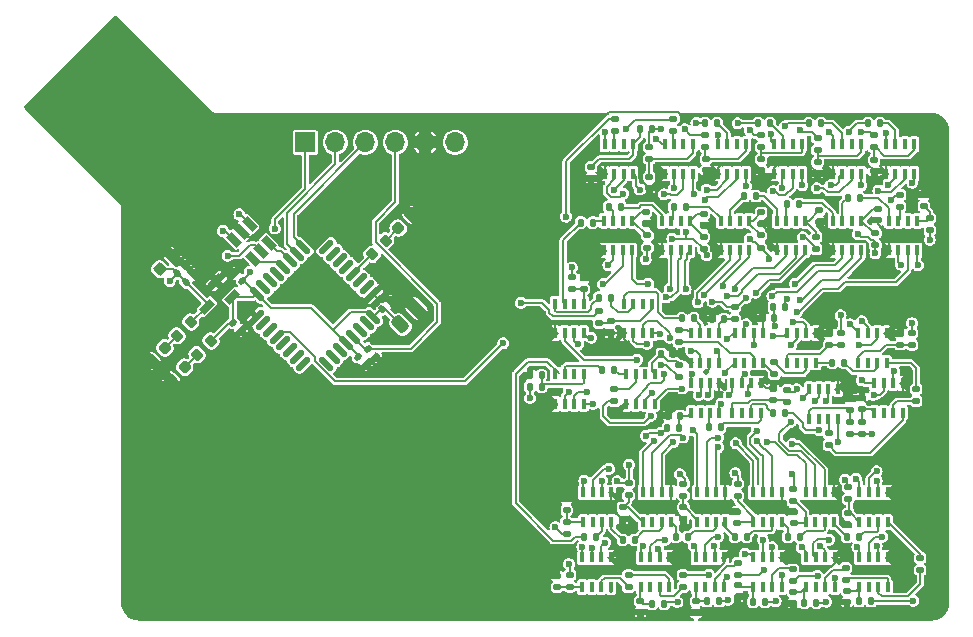
<source format=gbl>
%TF.GenerationSoftware,KiCad,Pcbnew,8.0.5*%
%TF.CreationDate,2024-11-01T13:05:59-07:00*%
%TF.ProjectId,bizcard,62697a63-6172-4642-9e6b-696361645f70,rev?*%
%TF.SameCoordinates,Original*%
%TF.FileFunction,Copper,L2,Bot*%
%TF.FilePolarity,Positive*%
%FSLAX46Y46*%
G04 Gerber Fmt 4.6, Leading zero omitted, Abs format (unit mm)*
G04 Created by KiCad (PCBNEW 8.0.5) date 2024-11-01 13:05:59*
%MOMM*%
%LPD*%
G01*
G04 APERTURE LIST*
G04 Aperture macros list*
%AMRoundRect*
0 Rectangle with rounded corners*
0 $1 Rounding radius*
0 $2 $3 $4 $5 $6 $7 $8 $9 X,Y pos of 4 corners*
0 Add a 4 corners polygon primitive as box body*
4,1,4,$2,$3,$4,$5,$6,$7,$8,$9,$2,$3,0*
0 Add four circle primitives for the rounded corners*
1,1,$1+$1,$2,$3*
1,1,$1+$1,$4,$5*
1,1,$1+$1,$6,$7*
1,1,$1+$1,$8,$9*
0 Add four rect primitives between the rounded corners*
20,1,$1+$1,$2,$3,$4,$5,0*
20,1,$1+$1,$4,$5,$6,$7,0*
20,1,$1+$1,$6,$7,$8,$9,0*
20,1,$1+$1,$8,$9,$2,$3,0*%
%AMRotRect*
0 Rectangle, with rotation*
0 The origin of the aperture is its center*
0 $1 length*
0 $2 width*
0 $3 Rotation angle, in degrees counterclockwise*
0 Add horizontal line*
21,1,$1,$2,0,0,$3*%
G04 Aperture macros list end*
%TA.AperFunction,ComponentPad*%
%ADD10R,1.700000X1.700000*%
%TD*%
%TA.AperFunction,ComponentPad*%
%ADD11O,1.700000X1.700000*%
%TD*%
%TA.AperFunction,SMDPad,CuDef*%
%ADD12RoundRect,0.135000X-0.135000X-0.185000X0.135000X-0.185000X0.135000X0.185000X-0.135000X0.185000X0*%
%TD*%
%TA.AperFunction,SMDPad,CuDef*%
%ADD13RoundRect,0.140000X-0.170000X0.140000X-0.170000X-0.140000X0.170000X-0.140000X0.170000X0.140000X0*%
%TD*%
%TA.AperFunction,SMDPad,CuDef*%
%ADD14RoundRect,0.140000X0.170000X-0.140000X0.170000X0.140000X-0.170000X0.140000X-0.170000X-0.140000X0*%
%TD*%
%TA.AperFunction,SMDPad,CuDef*%
%ADD15RoundRect,0.140000X0.021213X-0.219203X0.219203X-0.021213X-0.021213X0.219203X-0.219203X0.021213X0*%
%TD*%
%TA.AperFunction,SMDPad,CuDef*%
%ADD16R,0.450000X0.900000*%
%TD*%
%TA.AperFunction,SMDPad,CuDef*%
%ADD17RoundRect,0.140000X0.140000X0.170000X-0.140000X0.170000X-0.140000X-0.170000X0.140000X-0.170000X0*%
%TD*%
%TA.AperFunction,SMDPad,CuDef*%
%ADD18RoundRect,0.135000X0.185000X-0.135000X0.185000X0.135000X-0.185000X0.135000X-0.185000X-0.135000X0*%
%TD*%
%TA.AperFunction,SMDPad,CuDef*%
%ADD19RoundRect,0.135000X-0.185000X0.135000X-0.185000X-0.135000X0.185000X-0.135000X0.185000X0.135000X0*%
%TD*%
%TA.AperFunction,SMDPad,CuDef*%
%ADD20RoundRect,0.135000X0.135000X0.185000X-0.135000X0.185000X-0.135000X-0.185000X0.135000X-0.185000X0*%
%TD*%
%TA.AperFunction,SMDPad,CuDef*%
%ADD21RoundRect,0.218750X0.026517X-0.335876X0.335876X-0.026517X-0.026517X0.335876X-0.335876X0.026517X0*%
%TD*%
%TA.AperFunction,SMDPad,CuDef*%
%ADD22RoundRect,0.250000X0.159099X-0.512652X0.512652X-0.159099X-0.159099X0.512652X-0.512652X0.159099X0*%
%TD*%
%TA.AperFunction,SMDPad,CuDef*%
%ADD23RoundRect,0.140000X0.219203X0.021213X0.021213X0.219203X-0.219203X-0.021213X-0.021213X-0.219203X0*%
%TD*%
%TA.AperFunction,SMDPad,CuDef*%
%ADD24RoundRect,0.200000X-0.053033X0.335876X-0.335876X0.053033X0.053033X-0.335876X0.335876X-0.053033X0*%
%TD*%
%TA.AperFunction,SMDPad,CuDef*%
%ADD25RoundRect,0.125000X0.530330X-0.353553X-0.353553X0.530330X-0.530330X0.353553X0.353553X-0.530330X0*%
%TD*%
%TA.AperFunction,SMDPad,CuDef*%
%ADD26RoundRect,0.125000X0.530330X0.353553X0.353553X0.530330X-0.530330X-0.353553X-0.353553X-0.530330X0*%
%TD*%
%TA.AperFunction,SMDPad,CuDef*%
%ADD27RoundRect,0.140000X-0.219203X-0.021213X-0.021213X-0.219203X0.219203X0.021213X0.021213X0.219203X0*%
%TD*%
%TA.AperFunction,SMDPad,CuDef*%
%ADD28RotRect,0.600000X1.200000X45.000000*%
%TD*%
%TA.AperFunction,SMDPad,CuDef*%
%ADD29RoundRect,0.218750X-0.026517X0.335876X-0.335876X0.026517X0.026517X-0.335876X0.335876X-0.026517X0*%
%TD*%
%TA.AperFunction,SMDPad,CuDef*%
%ADD30RotRect,1.300000X0.600000X225.000000*%
%TD*%
%TA.AperFunction,SMDPad,CuDef*%
%ADD31RoundRect,0.225000X0.017678X-0.335876X0.335876X-0.017678X-0.017678X0.335876X-0.335876X0.017678X0*%
%TD*%
%TA.AperFunction,SMDPad,CuDef*%
%ADD32RoundRect,0.140000X-0.140000X-0.170000X0.140000X-0.170000X0.140000X0.170000X-0.140000X0.170000X0*%
%TD*%
%TA.AperFunction,SMDPad,CuDef*%
%ADD33RoundRect,0.200000X0.053033X-0.335876X0.335876X-0.053033X-0.053033X0.335876X-0.335876X0.053033X0*%
%TD*%
%TA.AperFunction,ViaPad*%
%ADD34C,0.600000*%
%TD*%
%TA.AperFunction,ViaPad*%
%ADD35C,0.500000*%
%TD*%
%TA.AperFunction,Conductor*%
%ADD36C,0.200000*%
%TD*%
G04 APERTURE END LIST*
D10*
%TO.P,J2,1,Pin_1*%
%TO.N,+3.3V*%
X87580000Y-63000000D03*
D11*
%TO.P,J2,2,Pin_2*%
%TO.N,/micro/SWDIO*%
X90120000Y-63000000D03*
%TO.P,J2,3,Pin_3*%
%TO.N,/micro/SWCLK*%
X92660000Y-63000000D03*
%TO.P,J2,4,Pin_4*%
%TO.N,/micro/RST*%
X95200000Y-63000000D03*
%TO.P,J2,5,Pin_5*%
%TO.N,GND*%
X97740000Y-63000000D03*
%TO.P,J2,6,Pin_6*%
%TO.N,+5V*%
X100280000Y-63000000D03*
%TD*%
D12*
%TO.P,R37,1*%
%TO.N,Net-(U19-DIN)*%
X112740000Y-82250000D03*
%TO.P,R37,2*%
%TO.N,/led/ledsub_19/DIN*%
X113760000Y-82250000D03*
%TD*%
D13*
%TO.P,C26,1*%
%TO.N,Net-(U26-VDD)*%
X114450000Y-93920000D03*
%TO.P,C26,2*%
%TO.N,GND*%
X114450000Y-94880000D03*
%TD*%
D14*
%TO.P,C12,1*%
%TO.N,Net-(U12-VDD)*%
X139950000Y-68400000D03*
%TO.P,C12,2*%
%TO.N,GND*%
X139950000Y-67440000D03*
%TD*%
D15*
%TO.P,C39,1*%
%TO.N,+5V*%
X77460589Y-74839411D03*
%TO.P,C39,2*%
%TO.N,GND*%
X78139411Y-74160589D03*
%TD*%
D16*
%TO.P,U6,1,OUTR*%
%TO.N,Net-(D6-R-)*%
X139150000Y-65650000D03*
%TO.P,U6,2,OUTG*%
%TO.N,Net-(D6-G-)*%
X138350000Y-65650000D03*
%TO.P,U6,3,OUTB*%
%TO.N,Net-(D6-B-)*%
X137550000Y-65650000D03*
%TO.P,U6,4,GND*%
%TO.N,GND*%
X136750000Y-65650000D03*
%TO.P,U6,5,DOUT*%
%TO.N,/led/ledsub_12/DIN*%
X136750000Y-63150000D03*
%TO.P,U6,6,DIN*%
%TO.N,Net-(U6-DIN)*%
X137550000Y-63150000D03*
%TO.P,U6,7,SET*%
%TO.N,unconnected-(U6-SET-Pad7)*%
X138350000Y-63150000D03*
%TO.P,U6,8,VDD*%
%TO.N,Net-(U6-VDD)*%
X139150000Y-63150000D03*
%TD*%
%TO.P,U35,1,OUTR*%
%TO.N,Net-(D35-R-)*%
X130000000Y-98150000D03*
%TO.P,U35,2,OUTG*%
%TO.N,Net-(D35-G-)*%
X130800000Y-98150000D03*
%TO.P,U35,3,OUTB*%
%TO.N,Net-(D35-B-)*%
X131600000Y-98150000D03*
%TO.P,U35,4,GND*%
%TO.N,GND*%
X132400000Y-98150000D03*
%TO.P,U35,5,DOUT*%
%TO.N,/led/ledsub_34/DIN*%
X132400000Y-100650000D03*
%TO.P,U35,6,DIN*%
%TO.N,Net-(U35-DIN)*%
X131600000Y-100650000D03*
%TO.P,U35,7,SET*%
%TO.N,unconnected-(U35-SET-Pad7)*%
X130800000Y-100650000D03*
%TO.P,U35,8,VDD*%
%TO.N,Net-(U35-VDD)*%
X130000000Y-100650000D03*
%TD*%
D13*
%TO.P,C2,1*%
%TO.N,Net-(U2-VDD)*%
X116700000Y-65920000D03*
%TO.P,C2,2*%
%TO.N,GND*%
X116700000Y-66880000D03*
%TD*%
D14*
%TO.P,C17,1*%
%TO.N,Net-(U17-VDD)*%
X131950000Y-80130000D03*
%TO.P,C17,2*%
%TO.N,GND*%
X131950000Y-79170000D03*
%TD*%
D16*
%TO.P,U12,1,OUTR*%
%TO.N,Net-(D12-R-)*%
X139400000Y-72150000D03*
%TO.P,U12,2,OUTG*%
%TO.N,Net-(D12-G-)*%
X138600000Y-72150000D03*
%TO.P,U12,3,OUTB*%
%TO.N,Net-(D12-B-)*%
X137800000Y-72150000D03*
%TO.P,U12,4,GND*%
%TO.N,GND*%
X137000000Y-72150000D03*
%TO.P,U12,5,DOUT*%
%TO.N,/led/ledsub_11/DIN*%
X137000000Y-69650000D03*
%TO.P,U12,6,DIN*%
%TO.N,Net-(U12-DIN)*%
X137800000Y-69650000D03*
%TO.P,U12,7,SET*%
%TO.N,unconnected-(U12-SET-Pad7)*%
X138600000Y-69650000D03*
%TO.P,U12,8,VDD*%
%TO.N,Net-(U12-VDD)*%
X139400000Y-69650000D03*
%TD*%
D17*
%TO.P,C16,1*%
%TO.N,Net-(U16-VDD)*%
X127230000Y-77900000D03*
%TO.P,C16,2*%
%TO.N,GND*%
X126270000Y-77900000D03*
%TD*%
D18*
%TO.P,R48,1*%
%TO.N,+5V*%
X134700000Y-87660000D03*
%TO.P,R48,2*%
%TO.N,Net-(U24-VDD)*%
X134700000Y-86640000D03*
%TD*%
D19*
%TO.P,R60,1*%
%TO.N,+5V*%
X133550000Y-92190000D03*
%TO.P,R60,2*%
%TO.N,Net-(U30-VDD)*%
X133550000Y-93210000D03*
%TD*%
D16*
%TO.P,U21,1,OUTR*%
%TO.N,Net-(D21-R-)*%
X120250000Y-83400000D03*
%TO.P,U21,2,OUTG*%
%TO.N,Net-(D21-G-)*%
X121050000Y-83400000D03*
%TO.P,U21,3,OUTB*%
%TO.N,Net-(D21-B-)*%
X121850000Y-83400000D03*
%TO.P,U21,4,GND*%
%TO.N,GND*%
X122650000Y-83400000D03*
%TO.P,U21,5,DOUT*%
%TO.N,/led/ledsub_20/DIN*%
X122650000Y-85900000D03*
%TO.P,U21,6,DIN*%
%TO.N,Net-(U21-DIN)*%
X121850000Y-85900000D03*
%TO.P,U21,7,SET*%
%TO.N,unconnected-(U21-SET-Pad7)*%
X121050000Y-85900000D03*
%TO.P,U21,8,VDD*%
%TO.N,Net-(U21-VDD)*%
X120250000Y-85900000D03*
%TD*%
D20*
%TO.P,R9,1*%
%TO.N,Net-(U5-DIN)*%
X131210000Y-61400000D03*
%TO.P,R9,2*%
%TO.N,/led/ledsub_4/DOUT*%
X130190000Y-61400000D03*
%TD*%
D21*
%TO.P,D38,1,K*%
%TO.N,GND*%
X76243153Y-83156847D03*
%TO.P,D38,2,A*%
%TO.N,Net-(D38-A)*%
X77356847Y-82043153D03*
%TD*%
D18*
%TO.P,R78,1*%
%TO.N,Net-(U38-DIN)*%
X113800000Y-62010000D03*
%TO.P,R78,2*%
%TO.N,/led/DIN*%
X113800000Y-60990000D03*
%TD*%
D14*
%TO.P,C24,1*%
%TO.N,Net-(U24-VDD)*%
X134700000Y-85610000D03*
%TO.P,C24,2*%
%TO.N,GND*%
X134700000Y-84650000D03*
%TD*%
D17*
%TO.P,C19,1*%
%TO.N,Net-(U19-VDD)*%
X107580000Y-82700000D03*
%TO.P,C19,2*%
%TO.N,GND*%
X106620000Y-82700000D03*
%TD*%
D19*
%TO.P,R58,1*%
%TO.N,+5V*%
X128850000Y-92340000D03*
%TO.P,R58,2*%
%TO.N,Net-(U29-VDD)*%
X128850000Y-93360000D03*
%TD*%
D16*
%TO.P,U3,1,OUTR*%
%TO.N,Net-(D3-R-)*%
X124900000Y-65650000D03*
%TO.P,U3,2,OUTG*%
%TO.N,Net-(D3-G-)*%
X124100000Y-65650000D03*
%TO.P,U3,3,OUTB*%
%TO.N,Net-(D3-B-)*%
X123300000Y-65650000D03*
%TO.P,U3,4,GND*%
%TO.N,GND*%
X122500000Y-65650000D03*
%TO.P,U3,5,DOUT*%
%TO.N,/led/ledsub_3/DOUT*%
X122500000Y-63150000D03*
%TO.P,U3,6,DIN*%
%TO.N,Net-(U3-DIN)*%
X123300000Y-63150000D03*
%TO.P,U3,7,SET*%
%TO.N,unconnected-(U3-SET-Pad7)*%
X124100000Y-63150000D03*
%TO.P,U3,8,VDD*%
%TO.N,Net-(U3-VDD)*%
X124900000Y-63150000D03*
%TD*%
D18*
%TO.P,R18,1*%
%TO.N,+5V*%
X126150000Y-71910000D03*
%TO.P,R18,2*%
%TO.N,Net-(U9-VDD)*%
X126150000Y-70890000D03*
%TD*%
%TO.P,R23,1*%
%TO.N,Net-(U12-DIN)*%
X137950000Y-68460000D03*
%TO.P,R23,2*%
%TO.N,/led/ledsub_12/DIN*%
X137950000Y-67440000D03*
%TD*%
D16*
%TO.P,U8,1,OUTR*%
%TO.N,Net-(D8-R-)*%
X120150000Y-72150000D03*
%TO.P,U8,2,OUTG*%
%TO.N,Net-(D8-G-)*%
X119350000Y-72150000D03*
%TO.P,U8,3,OUTB*%
%TO.N,Net-(D8-B-)*%
X118550000Y-72150000D03*
%TO.P,U8,4,GND*%
%TO.N,GND*%
X117750000Y-72150000D03*
%TO.P,U8,5,DOUT*%
%TO.N,/led/ledsub_7/DIN*%
X117750000Y-69650000D03*
%TO.P,U8,6,DIN*%
%TO.N,Net-(U8-DIN)*%
X118550000Y-69650000D03*
%TO.P,U8,7,SET*%
%TO.N,unconnected-(U8-SET-Pad7)*%
X119350000Y-69650000D03*
%TO.P,U8,8,VDD*%
%TO.N,Net-(U8-VDD)*%
X120150000Y-69650000D03*
%TD*%
D13*
%TO.P,C45,1*%
%TO.N,Net-(U38-VDD)*%
X111785000Y-65087500D03*
%TO.P,C45,2*%
%TO.N,GND*%
X111785000Y-66047500D03*
%TD*%
D16*
%TO.P,U9,1,OUTR*%
%TO.N,Net-(D9-R-)*%
X125150000Y-72150000D03*
%TO.P,U9,2,OUTG*%
%TO.N,Net-(D9-G-)*%
X124350000Y-72150000D03*
%TO.P,U9,3,OUTB*%
%TO.N,Net-(D9-B-)*%
X123550000Y-72150000D03*
%TO.P,U9,4,GND*%
%TO.N,GND*%
X122750000Y-72150000D03*
%TO.P,U9,5,DOUT*%
%TO.N,/led/ledsub_8/DIN*%
X122750000Y-69650000D03*
%TO.P,U9,6,DIN*%
%TO.N,Net-(U9-DIN)*%
X123550000Y-69650000D03*
%TO.P,U9,7,SET*%
%TO.N,unconnected-(U9-SET-Pad7)*%
X124350000Y-69650000D03*
%TO.P,U9,8,VDD*%
%TO.N,Net-(U9-VDD)*%
X125150000Y-69650000D03*
%TD*%
D18*
%TO.P,R31,1*%
%TO.N,Net-(U16-DIN)*%
X119200000Y-79910000D03*
%TO.P,R31,2*%
%TO.N,/led/ledsub_15/DOUT*%
X119200000Y-78890000D03*
%TD*%
D20*
%TO.P,R11,1*%
%TO.N,Net-(U6-DIN)*%
X136220000Y-61400000D03*
%TO.P,R11,2*%
%TO.N,/led/ledsub_5/DOUT*%
X135200000Y-61400000D03*
%TD*%
D18*
%TO.P,R46,1*%
%TO.N,+5V*%
X133700000Y-87660000D03*
%TO.P,R46,2*%
%TO.N,Net-(U23-VDD)*%
X133700000Y-86640000D03*
%TD*%
D16*
%TO.P,U16,1,OUTR*%
%TO.N,Net-(D16-R-)*%
X123950000Y-79150000D03*
%TO.P,U16,2,OUTG*%
%TO.N,Net-(D16-G-)*%
X124750000Y-79150000D03*
%TO.P,U16,3,OUTB*%
%TO.N,Net-(D16-B-)*%
X125550000Y-79150000D03*
%TO.P,U16,4,GND*%
%TO.N,GND*%
X126350000Y-79150000D03*
%TO.P,U16,5,DOUT*%
%TO.N,/led/ledsub_16/DOUT*%
X126350000Y-81650000D03*
%TO.P,U16,6,DIN*%
%TO.N,Net-(U16-DIN)*%
X125550000Y-81650000D03*
%TO.P,U16,7,SET*%
%TO.N,unconnected-(U16-SET-Pad7)*%
X124750000Y-81650000D03*
%TO.P,U16,8,VDD*%
%TO.N,Net-(U16-VDD)*%
X123950000Y-81650000D03*
%TD*%
D18*
%TO.P,R20,1*%
%TO.N,+5V*%
X130850000Y-72060000D03*
%TO.P,R20,2*%
%TO.N,Net-(U10-VDD)*%
X130850000Y-71040000D03*
%TD*%
D16*
%TO.P,U15,1,OUTR*%
%TO.N,Net-(D15-R-)*%
X122600000Y-81650000D03*
%TO.P,U15,2,OUTG*%
%TO.N,Net-(D15-G-)*%
X121800000Y-81650000D03*
%TO.P,U15,3,OUTB*%
%TO.N,Net-(D15-B-)*%
X121000000Y-81650000D03*
%TO.P,U15,4,GND*%
%TO.N,GND*%
X120200000Y-81650000D03*
%TO.P,U15,5,DOUT*%
%TO.N,/led/ledsub_15/DOUT*%
X120200000Y-79150000D03*
%TO.P,U15,6,DIN*%
%TO.N,Net-(U15-DIN)*%
X121000000Y-79150000D03*
%TO.P,U15,7,SET*%
%TO.N,unconnected-(U15-SET-Pad7)*%
X121800000Y-79150000D03*
%TO.P,U15,8,VDD*%
%TO.N,Net-(U15-VDD)*%
X122600000Y-79150000D03*
%TD*%
D19*
%TO.P,R67,1*%
%TO.N,Net-(U34-DIN)*%
X128850000Y-99140000D03*
%TO.P,R67,2*%
%TO.N,/led/ledsub_34/DIN*%
X128850000Y-100160000D03*
%TD*%
D22*
%TO.P,C41,1*%
%TO.N,+3.3V*%
X95628249Y-78421751D03*
%TO.P,C41,2*%
%TO.N,GND*%
X96971751Y-77078249D03*
%TD*%
D23*
%TO.P,C42,1*%
%TO.N,+3.3V*%
X82239411Y-74739411D03*
%TO.P,C42,2*%
%TO.N,GND*%
X81560589Y-74060589D03*
%TD*%
D16*
%TO.P,U10,1,OUTR*%
%TO.N,Net-(D10-R-)*%
X129900000Y-72150000D03*
%TO.P,U10,2,OUTG*%
%TO.N,Net-(D10-G-)*%
X129100000Y-72150000D03*
%TO.P,U10,3,OUTB*%
%TO.N,Net-(D10-B-)*%
X128300000Y-72150000D03*
%TO.P,U10,4,GND*%
%TO.N,GND*%
X127500000Y-72150000D03*
%TO.P,U10,5,DOUT*%
%TO.N,/led/ledsub_10/DOUT*%
X127500000Y-69650000D03*
%TO.P,U10,6,DIN*%
%TO.N,Net-(U10-DIN)*%
X128300000Y-69650000D03*
%TO.P,U10,7,SET*%
%TO.N,unconnected-(U10-SET-Pad7)*%
X129100000Y-69650000D03*
%TO.P,U10,8,VDD*%
%TO.N,Net-(U10-VDD)*%
X129900000Y-69650000D03*
%TD*%
D20*
%TO.P,R49,1*%
%TO.N,Net-(U25-DIN)*%
X112210000Y-96400000D03*
%TO.P,R49,2*%
%TO.N,/led/ledsub_19/DOUT*%
X111190000Y-96400000D03*
%TD*%
D16*
%TO.P,U34,1,OUTR*%
%TO.N,Net-(D34-R-)*%
X125500000Y-98150000D03*
%TO.P,U34,2,OUTG*%
%TO.N,Net-(D34-G-)*%
X126300000Y-98150000D03*
%TO.P,U34,3,OUTB*%
%TO.N,Net-(D34-B-)*%
X127100000Y-98150000D03*
%TO.P,U34,4,GND*%
%TO.N,GND*%
X127900000Y-98150000D03*
%TO.P,U34,5,DOUT*%
%TO.N,/led/ledsub_33/DIN*%
X127900000Y-100650000D03*
%TO.P,U34,6,DIN*%
%TO.N,Net-(U34-DIN)*%
X127100000Y-100650000D03*
%TO.P,U34,7,SET*%
%TO.N,unconnected-(U34-SET-Pad7)*%
X126300000Y-100650000D03*
%TO.P,U34,8,VDD*%
%TO.N,Net-(U34-VDD)*%
X125500000Y-100650000D03*
%TD*%
D18*
%TO.P,R16,1*%
%TO.N,+5V*%
X121300000Y-72010000D03*
%TO.P,R16,2*%
%TO.N,Net-(U8-VDD)*%
X121300000Y-70990000D03*
%TD*%
D24*
%TO.P,R2,1*%
%TO.N,+3.3V*%
X79583363Y-79816637D03*
%TO.P,R2,2*%
%TO.N,Net-(D38-A)*%
X78416637Y-80983363D03*
%TD*%
D14*
%TO.P,C13,1*%
%TO.N,Net-(U13-VDD)*%
X111150000Y-75430000D03*
%TO.P,C13,2*%
%TO.N,GND*%
X111150000Y-74470000D03*
%TD*%
D18*
%TO.P,R47,1*%
%TO.N,Net-(U24-DIN)*%
X139300000Y-84910000D03*
%TO.P,R47,2*%
%TO.N,/led/ledsub_18/DOUT*%
X139300000Y-83890000D03*
%TD*%
D17*
%TO.P,C21,1*%
%TO.N,Net-(U21-VDD)*%
X119280000Y-86150000D03*
%TO.P,C21,2*%
%TO.N,GND*%
X118320000Y-86150000D03*
%TD*%
D13*
%TO.P,C8,1*%
%TO.N,Net-(U8-VDD)*%
X121300000Y-69070000D03*
%TO.P,C8,2*%
%TO.N,GND*%
X121300000Y-70030000D03*
%TD*%
D14*
%TO.P,C31,1*%
%TO.N,Net-(U31-VDD)*%
X108900000Y-100660000D03*
%TO.P,C31,2*%
%TO.N,GND*%
X108900000Y-99700000D03*
%TD*%
D13*
%TO.P,C4,1*%
%TO.N,Net-(U4-VDD)*%
X126200000Y-64420000D03*
%TO.P,C4,2*%
%TO.N,GND*%
X126200000Y-65380000D03*
%TD*%
D19*
%TO.P,R28,1*%
%TO.N,+5V*%
X112450000Y-77290000D03*
%TO.P,R28,2*%
%TO.N,Net-(U14-VDD)*%
X112450000Y-78310000D03*
%TD*%
D15*
%TO.P,C37,1*%
%TO.N,+5V*%
X76721178Y-74078822D03*
%TO.P,C37,2*%
%TO.N,GND*%
X77400000Y-73400000D03*
%TD*%
D14*
%TO.P,C18,1*%
%TO.N,Net-(U18-VDD)*%
X137950000Y-80130000D03*
%TO.P,C18,2*%
%TO.N,GND*%
X137950000Y-79170000D03*
%TD*%
D12*
%TO.P,R17,1*%
%TO.N,Net-(U9-DIN)*%
X124740000Y-67550000D03*
%TO.P,R17,2*%
%TO.N,/led/ledsub_10/DOUT*%
X125760000Y-67550000D03*
%TD*%
D13*
%TO.P,C34,1*%
%TO.N,Net-(U34-VDD)*%
X124200000Y-100520000D03*
%TO.P,C34,2*%
%TO.N,GND*%
X124200000Y-101480000D03*
%TD*%
%TO.P,C6,1*%
%TO.N,Net-(U6-VDD)*%
X135750000Y-64470000D03*
%TO.P,C6,2*%
%TO.N,GND*%
X135750000Y-65430000D03*
%TD*%
D16*
%TO.P,U26,1,OUTR*%
%TO.N,Net-(D26-R-)*%
X116147500Y-92650000D03*
%TO.P,U26,2,OUTG*%
%TO.N,Net-(D26-G-)*%
X116947500Y-92650000D03*
%TO.P,U26,3,OUTB*%
%TO.N,Net-(D26-B-)*%
X117747500Y-92650000D03*
%TO.P,U26,4,GND*%
%TO.N,GND*%
X118547500Y-92650000D03*
%TO.P,U26,5,DOUT*%
%TO.N,/led/ledsub_26/DOUT*%
X118547500Y-95150000D03*
%TO.P,U26,6,DIN*%
%TO.N,Net-(U26-DIN)*%
X117747500Y-95150000D03*
%TO.P,U26,7,SET*%
%TO.N,unconnected-(U26-SET-Pad7)*%
X116947500Y-95150000D03*
%TO.P,U26,8,VDD*%
%TO.N,Net-(U26-VDD)*%
X116147500Y-95150000D03*
%TD*%
%TO.P,U38,1,OUTR*%
%TO.N,Net-(D40-R-)*%
X115337500Y-65650000D03*
%TO.P,U38,2,OUTG*%
%TO.N,Net-(D40-G-)*%
X114537500Y-65650000D03*
%TO.P,U38,3,OUTB*%
%TO.N,Net-(D40-B-)*%
X113737500Y-65650000D03*
%TO.P,U38,4,GND*%
%TO.N,GND*%
X112937500Y-65650000D03*
%TO.P,U38,5,DOUT*%
%TO.N,/led/ledsub_1/DOUT*%
X112937500Y-63150000D03*
%TO.P,U38,6,DIN*%
%TO.N,Net-(U38-DIN)*%
X113737500Y-63150000D03*
%TO.P,U38,7,SET*%
%TO.N,unconnected-(U38-SET-Pad7)*%
X114537500Y-63150000D03*
%TO.P,U38,8,VDD*%
%TO.N,Net-(U38-VDD)*%
X115337500Y-63150000D03*
%TD*%
D13*
%TO.P,C35,1*%
%TO.N,Net-(U35-VDD)*%
X128900000Y-101070000D03*
%TO.P,C35,2*%
%TO.N,GND*%
X128900000Y-102030000D03*
%TD*%
D25*
%TO.P,U37,1,VDD*%
%TO.N,+3.3V*%
X93332070Y-77772272D03*
%TO.P,U37,2,PF0*%
%TO.N,unconnected-(U37-PF0-Pad2)*%
X92766384Y-78337957D03*
%TO.P,U37,3,PF1*%
%TO.N,unconnected-(U37-PF1-Pad3)*%
X92200699Y-78903643D03*
%TO.P,U37,4,NRST*%
%TO.N,/micro/RST*%
X91635014Y-79469328D03*
%TO.P,U37,5,VDDA*%
%TO.N,+3.3V*%
X91069328Y-80035014D03*
%TO.P,U37,6,PA0*%
%TO.N,unconnected-(U37-PA0-Pad6)*%
X90503643Y-80600699D03*
%TO.P,U37,7,PA1*%
%TO.N,unconnected-(U37-PA1-Pad7)*%
X89937957Y-81166384D03*
%TO.P,U37,8,PA2*%
%TO.N,unconnected-(U37-PA2-Pad8)*%
X89372272Y-81732070D03*
D26*
%TO.P,U37,9,PA3*%
%TO.N,unconnected-(U37-PA3-Pad9)*%
X87427728Y-81732070D03*
%TO.P,U37,10,PA4*%
%TO.N,unconnected-(U37-PA4-Pad10)*%
X86862043Y-81166384D03*
%TO.P,U37,11,PA5*%
%TO.N,unconnected-(U37-PA5-Pad11)*%
X86296357Y-80600699D03*
%TO.P,U37,12,PA6*%
%TO.N,unconnected-(U37-PA6-Pad12)*%
X85730672Y-80035014D03*
%TO.P,U37,13,PA7*%
%TO.N,/led/DIN*%
X85164986Y-79469328D03*
%TO.P,U37,14,PB0*%
%TO.N,unconnected-(U37-PB0-Pad14)*%
X84599301Y-78903643D03*
%TO.P,U37,15,PB1*%
%TO.N,unconnected-(U37-PB1-Pad15)*%
X84033616Y-78337957D03*
%TO.P,U37,16,VSS*%
%TO.N,GND*%
X83467930Y-77772272D03*
D25*
%TO.P,U37,17,VDDIO2*%
%TO.N,+3.3V*%
X83467930Y-75827728D03*
%TO.P,U37,18,PA8*%
%TO.N,unconnected-(U37-PA8-Pad18)*%
X84033616Y-75262043D03*
%TO.P,U37,19,PA9*%
%TO.N,unconnected-(U37-PA9-Pad19)*%
X84599301Y-74696357D03*
%TO.P,U37,20,PA10*%
%TO.N,unconnected-(U37-PA10-Pad20)*%
X85164986Y-74130672D03*
%TO.P,U37,21,PA11*%
%TO.N,/micro/USB_DM*%
X85730672Y-73564986D03*
%TO.P,U37,22,PA12*%
%TO.N,/micro/USB_DP*%
X86296357Y-72999301D03*
%TO.P,U37,23,PA13*%
%TO.N,/micro/SWDIO*%
X86862043Y-72433616D03*
%TO.P,U37,24,PA14*%
%TO.N,/micro/SWCLK*%
X87427728Y-71867930D03*
D26*
%TO.P,U37,25,PA15*%
%TO.N,unconnected-(U37-PA15-Pad25)*%
X89372272Y-71867930D03*
%TO.P,U37,26,PB3*%
%TO.N,unconnected-(U37-PB3-Pad26)*%
X89937957Y-72433616D03*
%TO.P,U37,27,PB4*%
%TO.N,unconnected-(U37-PB4-Pad27)*%
X90503643Y-72999301D03*
%TO.P,U37,28,PB5*%
%TO.N,unconnected-(U37-PB5-Pad28)*%
X91069328Y-73564986D03*
%TO.P,U37,29,PB6*%
%TO.N,Net-(U37-PB6)*%
X91635014Y-74130672D03*
%TO.P,U37,30,PB7*%
%TO.N,unconnected-(U37-PB7-Pad30)*%
X92200699Y-74696357D03*
%TO.P,U37,31,PB8*%
%TO.N,unconnected-(U37-PB8-Pad31)*%
X92766384Y-75262043D03*
%TO.P,U37,32,VSSA*%
%TO.N,GND*%
X93332070Y-75827728D03*
%TD*%
D19*
%TO.P,R36,1*%
%TO.N,+5V*%
X138950000Y-79140000D03*
%TO.P,R36,2*%
%TO.N,Net-(U18-VDD)*%
X138950000Y-80160000D03*
%TD*%
D16*
%TO.P,U13,1,OUTR*%
%TO.N,Net-(D13-R-)*%
X111150000Y-79150000D03*
%TO.P,U13,2,OUTG*%
%TO.N,Net-(D13-G-)*%
X110350000Y-79150000D03*
%TO.P,U13,3,OUTB*%
%TO.N,Net-(D13-B-)*%
X109550000Y-79150000D03*
%TO.P,U13,4,GND*%
%TO.N,GND*%
X108750000Y-79150000D03*
%TO.P,U13,5,DOUT*%
%TO.N,/led/ledsub_13/DOUT*%
X108750000Y-76650000D03*
%TO.P,U13,6,DIN*%
%TO.N,Net-(U13-DIN)*%
X109550000Y-76650000D03*
%TO.P,U13,7,SET*%
%TO.N,unconnected-(U13-SET-Pad7)*%
X110350000Y-76650000D03*
%TO.P,U13,8,VDD*%
%TO.N,Net-(U13-VDD)*%
X111150000Y-76650000D03*
%TD*%
D27*
%TO.P,C1,1*%
%TO.N,/micro/RST*%
X92860589Y-80460589D03*
%TO.P,C1,2*%
%TO.N,GND*%
X93539411Y-81139411D03*
%TD*%
D13*
%TO.P,C30,1*%
%TO.N,Net-(U30-VDD)*%
X133550000Y-94420000D03*
%TO.P,C30,2*%
%TO.N,GND*%
X133550000Y-95380000D03*
%TD*%
D18*
%TO.P,R40,1*%
%TO.N,+5V*%
X119200000Y-82900000D03*
%TO.P,R40,2*%
%TO.N,Net-(U20-VDD)*%
X119200000Y-81880000D03*
%TD*%
D20*
%TO.P,R79,1*%
%TO.N,+5V*%
X116960000Y-61900000D03*
%TO.P,R79,2*%
%TO.N,Net-(U38-VDD)*%
X115940000Y-61900000D03*
%TD*%
D16*
%TO.P,U19,1,OUTR*%
%TO.N,Net-(D19-R-)*%
X111150000Y-85150000D03*
%TO.P,U19,2,OUTG*%
%TO.N,Net-(D19-G-)*%
X110350000Y-85150000D03*
%TO.P,U19,3,OUTB*%
%TO.N,Net-(D19-B-)*%
X109550000Y-85150000D03*
%TO.P,U19,4,GND*%
%TO.N,GND*%
X108750000Y-85150000D03*
%TO.P,U19,5,DOUT*%
%TO.N,/led/ledsub_19/DOUT*%
X108750000Y-82650000D03*
%TO.P,U19,6,DIN*%
%TO.N,Net-(U19-DIN)*%
X109550000Y-82650000D03*
%TO.P,U19,7,SET*%
%TO.N,unconnected-(U19-SET-Pad7)*%
X110350000Y-82650000D03*
%TO.P,U19,8,VDD*%
%TO.N,Net-(U19-VDD)*%
X111150000Y-82650000D03*
%TD*%
D14*
%TO.P,C23,1*%
%TO.N,Net-(U23-VDD)*%
X133700000Y-85630000D03*
%TO.P,C23,2*%
%TO.N,GND*%
X133700000Y-84670000D03*
%TD*%
D18*
%TO.P,R71,1*%
%TO.N,Net-(U36-DIN)*%
X139650000Y-99210000D03*
%TO.P,R71,2*%
%TO.N,/led/ledsub_30/DOUT*%
X139650000Y-98190000D03*
%TD*%
D28*
%TO.P,D37,1*%
%TO.N,Net-(D37-Pad1)*%
X81515076Y-71258579D03*
%TO.P,D37,2*%
%TO.N,GND*%
X82186827Y-70586827D03*
%TO.P,D37,3*%
%TO.N,Net-(D37-Pad3)*%
X82858579Y-69915076D03*
%TO.P,D37,4*%
%TO.N,/micro/USB_DP*%
X84484924Y-71541421D03*
%TO.P,D37,5*%
%TO.N,+5V*%
X83813173Y-72213173D03*
%TO.P,D37,6*%
%TO.N,/micro/USB_DM*%
X83141421Y-72884924D03*
%TD*%
D20*
%TO.P,R68,1*%
%TO.N,+5V*%
X126510000Y-101900000D03*
%TO.P,R68,2*%
%TO.N,Net-(U34-VDD)*%
X125490000Y-101900000D03*
%TD*%
D13*
%TO.P,C32,1*%
%TO.N,Net-(U32-VDD)*%
X115950000Y-101820000D03*
%TO.P,C32,2*%
%TO.N,GND*%
X115950000Y-102780000D03*
%TD*%
D12*
%TO.P,R15,1*%
%TO.N,Net-(U8-DIN)*%
X118790000Y-68450000D03*
%TO.P,R15,2*%
%TO.N,/led/ledsub_8/DIN*%
X119810000Y-68450000D03*
%TD*%
D29*
%TO.P,D39,1,K*%
%TO.N,GND*%
X96556847Y-69143153D03*
%TO.P,D39,2,A*%
%TO.N,Net-(D39-A)*%
X95443153Y-70256847D03*
%TD*%
D19*
%TO.P,R65,1*%
%TO.N,Net-(U33-DIN)*%
X124200000Y-98590000D03*
%TO.P,R65,2*%
%TO.N,/led/ledsub_33/DIN*%
X124200000Y-99610000D03*
%TD*%
%TO.P,R54,1*%
%TO.N,+5V*%
X119600000Y-91890000D03*
%TO.P,R54,2*%
%TO.N,Net-(U27-VDD)*%
X119600000Y-92910000D03*
%TD*%
D14*
%TO.P,C22,1*%
%TO.N,Net-(U22-VDD)*%
X127200000Y-84780000D03*
%TO.P,C22,2*%
%TO.N,GND*%
X127200000Y-83820000D03*
%TD*%
D13*
%TO.P,C11,1*%
%TO.N,Net-(U11-VDD)*%
X136050000Y-68620000D03*
%TO.P,C11,2*%
%TO.N,GND*%
X136050000Y-69580000D03*
%TD*%
D20*
%TO.P,R27,1*%
%TO.N,Net-(U14-DIN)*%
X113460000Y-76150000D03*
%TO.P,R27,2*%
%TO.N,/led/ledsub_13/DOUT*%
X112440000Y-76150000D03*
%TD*%
D16*
%TO.P,U36,1,OUTR*%
%TO.N,Net-(D36-R-)*%
X134500000Y-98150000D03*
%TO.P,U36,2,OUTG*%
%TO.N,Net-(D36-G-)*%
X135300000Y-98150000D03*
%TO.P,U36,3,OUTB*%
%TO.N,Net-(D36-B-)*%
X136100000Y-98150000D03*
%TO.P,U36,4,GND*%
%TO.N,GND*%
X136900000Y-98150000D03*
%TO.P,U36,5,DOUT*%
%TO.N,/led/ledsub_35/DIN*%
X136900000Y-100650000D03*
%TO.P,U36,6,DIN*%
%TO.N,Net-(U36-DIN)*%
X136100000Y-100650000D03*
%TO.P,U36,7,SET*%
%TO.N,unconnected-(U36-SET-Pad7)*%
X135300000Y-100650000D03*
%TO.P,U36,8,VDD*%
%TO.N,Net-(U36-VDD)*%
X134500000Y-100650000D03*
%TD*%
D18*
%TO.P,R24,1*%
%TO.N,+5V*%
X140450000Y-70420000D03*
%TO.P,R24,2*%
%TO.N,Net-(U12-VDD)*%
X140450000Y-69400000D03*
%TD*%
D19*
%TO.P,R30,1*%
%TO.N,+5V*%
X123950000Y-76940000D03*
%TO.P,R30,2*%
%TO.N,Net-(U15-VDD)*%
X123950000Y-77960000D03*
%TD*%
D16*
%TO.P,U25,1,OUTR*%
%TO.N,Net-(D25-R-)*%
X111102500Y-92650000D03*
%TO.P,U25,2,OUTG*%
%TO.N,Net-(D25-G-)*%
X111902500Y-92650000D03*
%TO.P,U25,3,OUTB*%
%TO.N,Net-(D25-B-)*%
X112702500Y-92650000D03*
%TO.P,U25,4,GND*%
%TO.N,GND*%
X113502500Y-92650000D03*
%TO.P,U25,5,DOUT*%
%TO.N,/led/ledsub_25/DOUT*%
X113502500Y-95150000D03*
%TO.P,U25,6,DIN*%
%TO.N,Net-(U25-DIN)*%
X112702500Y-95150000D03*
%TO.P,U25,7,SET*%
%TO.N,unconnected-(U25-SET-Pad7)*%
X111902500Y-95150000D03*
%TO.P,U25,8,VDD*%
%TO.N,Net-(U25-VDD)*%
X111102500Y-95150000D03*
%TD*%
D19*
%TO.P,R26,1*%
%TO.N,+5V*%
X110150000Y-74440000D03*
%TO.P,R26,2*%
%TO.N,Net-(U13-VDD)*%
X110150000Y-75460000D03*
%TD*%
D16*
%TO.P,U24,1,OUTR*%
%TO.N,Net-(D24-R-)*%
X135750000Y-83400000D03*
%TO.P,U24,2,OUTG*%
%TO.N,Net-(D24-G-)*%
X136550000Y-83400000D03*
%TO.P,U24,3,OUTB*%
%TO.N,Net-(D24-B-)*%
X137350000Y-83400000D03*
%TO.P,U24,4,GND*%
%TO.N,GND*%
X138150000Y-83400000D03*
%TO.P,U24,5,DOUT*%
%TO.N,/led/ledsub_23/DIN*%
X138150000Y-85900000D03*
%TO.P,U24,6,DIN*%
%TO.N,Net-(U24-DIN)*%
X137350000Y-85900000D03*
%TO.P,U24,7,SET*%
%TO.N,unconnected-(U24-SET-Pad7)*%
X136550000Y-85900000D03*
%TO.P,U24,8,VDD*%
%TO.N,Net-(U24-VDD)*%
X135750000Y-85900000D03*
%TD*%
D30*
%TO.P,U1,1,GND*%
%TO.N,GND*%
X80056497Y-74756497D03*
%TO.P,U1,2,OUT*%
%TO.N,+3.3V*%
X81400000Y-76100000D03*
%TO.P,U1,3,IN*%
%TO.N,+5V*%
X79243324Y-76913173D03*
%TD*%
D20*
%TO.P,R57,1*%
%TO.N,Net-(U29-DIN)*%
X129460000Y-96400000D03*
%TO.P,R57,2*%
%TO.N,/led/ledsub_28/DOUT*%
X128440000Y-96400000D03*
%TD*%
D17*
%TO.P,C15,1*%
%TO.N,Net-(U15-VDD)*%
X123010000Y-77950000D03*
%TO.P,C15,2*%
%TO.N,GND*%
X122050000Y-77950000D03*
%TD*%
D16*
%TO.P,U31,1,OUTR*%
%TO.N,Net-(D31-R-)*%
X111040000Y-98150000D03*
%TO.P,U31,2,OUTG*%
%TO.N,Net-(D31-G-)*%
X111840000Y-98150000D03*
%TO.P,U31,3,OUTB*%
%TO.N,Net-(D31-B-)*%
X112640000Y-98150000D03*
%TO.P,U31,4,GND*%
%TO.N,GND*%
X113440000Y-98150000D03*
%TO.P,U31,5,DOUT*%
%TO.N,/led/ledsub_31/DOUT*%
X113440000Y-100650000D03*
%TO.P,U31,6,DIN*%
%TO.N,Net-(U31-DIN)*%
X112640000Y-100650000D03*
%TO.P,U31,7,SET*%
%TO.N,unconnected-(U31-SET-Pad7)*%
X111840000Y-100650000D03*
%TO.P,U31,8,VDD*%
%TO.N,Net-(U31-VDD)*%
X111040000Y-100650000D03*
%TD*%
%TO.P,U18,1,OUTR*%
%TO.N,Net-(D18-R-)*%
X134397500Y-79150000D03*
%TO.P,U18,2,OUTG*%
%TO.N,Net-(D18-G-)*%
X135197500Y-79150000D03*
%TO.P,U18,3,OUTB*%
%TO.N,Net-(D18-B-)*%
X135997500Y-79150000D03*
%TO.P,U18,4,GND*%
%TO.N,GND*%
X136797500Y-79150000D03*
%TO.P,U18,5,DOUT*%
%TO.N,/led/ledsub_18/DOUT*%
X136797500Y-81650000D03*
%TO.P,U18,6,DIN*%
%TO.N,Net-(U18-DIN)*%
X135997500Y-81650000D03*
%TO.P,U18,7,SET*%
%TO.N,unconnected-(U18-SET-Pad7)*%
X135197500Y-81650000D03*
%TO.P,U18,8,VDD*%
%TO.N,Net-(U18-VDD)*%
X134397500Y-81650000D03*
%TD*%
%TO.P,U17,1,OUTR*%
%TO.N,Net-(D17-R-)*%
X128400000Y-79150000D03*
%TO.P,U17,2,OUTG*%
%TO.N,Net-(D17-G-)*%
X129200000Y-79150000D03*
%TO.P,U17,3,OUTB*%
%TO.N,Net-(D17-B-)*%
X130000000Y-79150000D03*
%TO.P,U17,4,GND*%
%TO.N,GND*%
X130800000Y-79150000D03*
%TO.P,U17,5,DOUT*%
%TO.N,/led/ledsub_17/DOUT*%
X130800000Y-81650000D03*
%TO.P,U17,6,DIN*%
%TO.N,Net-(U17-DIN)*%
X130000000Y-81650000D03*
%TO.P,U17,7,SET*%
%TO.N,unconnected-(U17-SET-Pad7)*%
X129200000Y-81650000D03*
%TO.P,U17,8,VDD*%
%TO.N,Net-(U17-VDD)*%
X128400000Y-81650000D03*
%TD*%
D18*
%TO.P,R14,1*%
%TO.N,+5V*%
X116550000Y-71910000D03*
%TO.P,R14,2*%
%TO.N,Net-(U7-VDD)*%
X116550000Y-70890000D03*
%TD*%
D12*
%TO.P,R25,1*%
%TO.N,Net-(U13-DIN)*%
X110890000Y-69800000D03*
%TO.P,R25,2*%
%TO.N,/led/ledsub_13/DIN*%
X111910000Y-69800000D03*
%TD*%
D16*
%TO.P,U30,1,OUTR*%
%TO.N,Net-(D30-R-)*%
X134500000Y-92650000D03*
%TO.P,U30,2,OUTG*%
%TO.N,Net-(D30-G-)*%
X135300000Y-92650000D03*
%TO.P,U30,3,OUTB*%
%TO.N,Net-(D30-B-)*%
X136100000Y-92650000D03*
%TO.P,U30,4,GND*%
%TO.N,GND*%
X136900000Y-92650000D03*
%TO.P,U30,5,DOUT*%
%TO.N,/led/ledsub_30/DOUT*%
X136900000Y-95150000D03*
%TO.P,U30,6,DIN*%
%TO.N,Net-(U30-DIN)*%
X136100000Y-95150000D03*
%TO.P,U30,7,SET*%
%TO.N,unconnected-(U30-SET-Pad7)*%
X135300000Y-95150000D03*
%TO.P,U30,8,VDD*%
%TO.N,Net-(U30-VDD)*%
X134500000Y-95150000D03*
%TD*%
D18*
%TO.P,R3,1*%
%TO.N,Net-(U2-DIN)*%
X118750000Y-62010000D03*
%TO.P,R3,2*%
%TO.N,/led/ledsub_1/DOUT*%
X118750000Y-60990000D03*
%TD*%
D20*
%TO.P,R66,1*%
%TO.N,+5V*%
X122620000Y-101850000D03*
%TO.P,R66,2*%
%TO.N,Net-(U33-VDD)*%
X121600000Y-101850000D03*
%TD*%
%TO.P,R55,1*%
%TO.N,Net-(U28-DIN)*%
X124960000Y-96400000D03*
%TO.P,R55,2*%
%TO.N,/led/ledsub_27/DOUT*%
X123940000Y-96400000D03*
%TD*%
%TO.P,R32,1*%
%TO.N,+5V*%
X128210000Y-76950000D03*
%TO.P,R32,2*%
%TO.N,Net-(U16-VDD)*%
X127190000Y-76950000D03*
%TD*%
D18*
%TO.P,R22,1*%
%TO.N,+5V*%
X135850000Y-71710000D03*
%TO.P,R22,2*%
%TO.N,Net-(U11-VDD)*%
X135850000Y-70690000D03*
%TD*%
D14*
%TO.P,C25,1*%
%TO.N,Net-(U25-VDD)*%
X109700000Y-94130000D03*
%TO.P,C25,2*%
%TO.N,GND*%
X109700000Y-93170000D03*
%TD*%
D20*
%TO.P,R29,1*%
%TO.N,Net-(U15-DIN)*%
X120460000Y-77900000D03*
%TO.P,R29,2*%
%TO.N,/led/ledsub_14/DOUT*%
X119440000Y-77900000D03*
%TD*%
%TO.P,R59,1*%
%TO.N,Net-(U30-DIN)*%
X134460000Y-96400000D03*
%TO.P,R59,2*%
%TO.N,/led/ledsub_29/DOUT*%
X133440000Y-96400000D03*
%TD*%
D19*
%TO.P,R34,1*%
%TO.N,+5V*%
X132950000Y-79130000D03*
%TO.P,R34,2*%
%TO.N,Net-(U17-VDD)*%
X132950000Y-80150000D03*
%TD*%
%TO.P,R8,1*%
%TO.N,+5V*%
X126200000Y-62390000D03*
%TO.P,R8,2*%
%TO.N,Net-(U4-VDD)*%
X126200000Y-63410000D03*
%TD*%
D16*
%TO.P,U4,1,OUTR*%
%TO.N,Net-(D4-R-)*%
X129650000Y-65650000D03*
%TO.P,U4,2,OUTG*%
%TO.N,Net-(D4-G-)*%
X128850000Y-65650000D03*
%TO.P,U4,3,OUTB*%
%TO.N,Net-(D4-B-)*%
X128050000Y-65650000D03*
%TO.P,U4,4,GND*%
%TO.N,GND*%
X127250000Y-65650000D03*
%TO.P,U4,5,DOUT*%
%TO.N,/led/ledsub_4/DOUT*%
X127250000Y-63150000D03*
%TO.P,U4,6,DIN*%
%TO.N,Net-(U4-DIN)*%
X128050000Y-63150000D03*
%TO.P,U4,7,SET*%
%TO.N,unconnected-(U4-SET-Pad7)*%
X128850000Y-63150000D03*
%TO.P,U4,8,VDD*%
%TO.N,Net-(U4-VDD)*%
X129650000Y-63150000D03*
%TD*%
%TO.P,U27,1,OUTR*%
%TO.N,Net-(D27-R-)*%
X120750000Y-92650000D03*
%TO.P,U27,2,OUTG*%
%TO.N,Net-(D27-G-)*%
X121550000Y-92650000D03*
%TO.P,U27,3,OUTB*%
%TO.N,Net-(D27-B-)*%
X122350000Y-92650000D03*
%TO.P,U27,4,GND*%
%TO.N,GND*%
X123150000Y-92650000D03*
%TO.P,U27,5,DOUT*%
%TO.N,/led/ledsub_27/DOUT*%
X123150000Y-95150000D03*
%TO.P,U27,6,DIN*%
%TO.N,Net-(U27-DIN)*%
X122350000Y-95150000D03*
%TO.P,U27,7,SET*%
%TO.N,unconnected-(U27-SET-Pad7)*%
X121550000Y-95150000D03*
%TO.P,U27,8,VDD*%
%TO.N,Net-(U27-VDD)*%
X120750000Y-95150000D03*
%TD*%
D31*
%TO.P,C44,1*%
%TO.N,+5V*%
X75251992Y-73748008D03*
%TO.P,C44,2*%
%TO.N,GND*%
X76348008Y-72651992D03*
%TD*%
D32*
%TO.P,C20,1*%
%TO.N,Net-(U20-VDD)*%
X117720000Y-80900000D03*
%TO.P,C20,2*%
%TO.N,GND*%
X118680000Y-80900000D03*
%TD*%
D16*
%TO.P,U33,1,OUTR*%
%TO.N,Net-(D33-R-)*%
X120647500Y-98150000D03*
%TO.P,U33,2,OUTG*%
%TO.N,Net-(D33-G-)*%
X121447500Y-98150000D03*
%TO.P,U33,3,OUTB*%
%TO.N,Net-(D33-B-)*%
X122247500Y-98150000D03*
%TO.P,U33,4,GND*%
%TO.N,GND*%
X123047500Y-98150000D03*
%TO.P,U33,5,DOUT*%
%TO.N,/led/ledsub_32/DIN*%
X123047500Y-100650000D03*
%TO.P,U33,6,DIN*%
%TO.N,Net-(U33-DIN)*%
X122247500Y-100650000D03*
%TO.P,U33,7,SET*%
%TO.N,unconnected-(U33-SET-Pad7)*%
X121447500Y-100650000D03*
%TO.P,U33,8,VDD*%
%TO.N,Net-(U33-VDD)*%
X120647500Y-100650000D03*
%TD*%
D18*
%TO.P,R63,1*%
%TO.N,Net-(U32-DIN)*%
X119550000Y-100660000D03*
%TO.P,R63,2*%
%TO.N,/led/ledsub_32/DIN*%
X119550000Y-99640000D03*
%TD*%
D13*
%TO.P,C5,1*%
%TO.N,Net-(U5-VDD)*%
X130950000Y-64670000D03*
%TO.P,C5,2*%
%TO.N,GND*%
X130950000Y-65630000D03*
%TD*%
D16*
%TO.P,U20,1,OUTR*%
%TO.N,Net-(D20-R-)*%
X117150000Y-85150000D03*
%TO.P,U20,2,OUTG*%
%TO.N,Net-(D20-G-)*%
X116350000Y-85150000D03*
%TO.P,U20,3,OUTB*%
%TO.N,Net-(D20-B-)*%
X115550000Y-85150000D03*
%TO.P,U20,4,GND*%
%TO.N,GND*%
X114750000Y-85150000D03*
%TO.P,U20,5,DOUT*%
%TO.N,/led/ledsub_19/DIN*%
X114750000Y-82650000D03*
%TO.P,U20,6,DIN*%
%TO.N,Net-(U20-DIN)*%
X115550000Y-82650000D03*
%TO.P,U20,7,SET*%
%TO.N,unconnected-(U20-SET-Pad7)*%
X116350000Y-82650000D03*
%TO.P,U20,8,VDD*%
%TO.N,Net-(U20-VDD)*%
X117150000Y-82650000D03*
%TD*%
D20*
%TO.P,R72,1*%
%TO.N,+5V*%
X135510000Y-101850000D03*
%TO.P,R72,2*%
%TO.N,Net-(U36-VDD)*%
X134490000Y-101850000D03*
%TD*%
D16*
%TO.P,U5,1,OUTR*%
%TO.N,Net-(D5-R-)*%
X134650000Y-65650000D03*
%TO.P,U5,2,OUTG*%
%TO.N,Net-(D5-G-)*%
X133850000Y-65650000D03*
%TO.P,U5,3,OUTB*%
%TO.N,Net-(D5-B-)*%
X133050000Y-65650000D03*
%TO.P,U5,4,GND*%
%TO.N,GND*%
X132250000Y-65650000D03*
%TO.P,U5,5,DOUT*%
%TO.N,/led/ledsub_5/DOUT*%
X132250000Y-63150000D03*
%TO.P,U5,6,DIN*%
%TO.N,Net-(U5-DIN)*%
X133050000Y-63150000D03*
%TO.P,U5,7,SET*%
%TO.N,unconnected-(U5-SET-Pad7)*%
X133850000Y-63150000D03*
%TO.P,U5,8,VDD*%
%TO.N,Net-(U5-VDD)*%
X134650000Y-63150000D03*
%TD*%
D13*
%TO.P,C9,1*%
%TO.N,Net-(U9-VDD)*%
X126200000Y-68920000D03*
%TO.P,C9,2*%
%TO.N,GND*%
X126200000Y-69880000D03*
%TD*%
D16*
%TO.P,U14,1,OUTR*%
%TO.N,Net-(D14-R-)*%
X116950000Y-79150000D03*
%TO.P,U14,2,OUTG*%
%TO.N,Net-(D14-G-)*%
X116150000Y-79150000D03*
%TO.P,U14,3,OUTB*%
%TO.N,Net-(D14-B-)*%
X115350000Y-79150000D03*
%TO.P,U14,4,GND*%
%TO.N,GND*%
X114550000Y-79150000D03*
%TO.P,U14,5,DOUT*%
%TO.N,/led/ledsub_14/DOUT*%
X114550000Y-76650000D03*
%TO.P,U14,6,DIN*%
%TO.N,Net-(U14-DIN)*%
X115350000Y-76650000D03*
%TO.P,U14,7,SET*%
%TO.N,unconnected-(U14-SET-Pad7)*%
X116150000Y-76650000D03*
%TO.P,U14,8,VDD*%
%TO.N,Net-(U14-VDD)*%
X116950000Y-76650000D03*
%TD*%
D19*
%TO.P,R56,1*%
%TO.N,+5V*%
X124200000Y-91890000D03*
%TO.P,R56,2*%
%TO.N,Net-(U28-VDD)*%
X124200000Y-92910000D03*
%TD*%
D21*
%TO.P,D2,1,K*%
%TO.N,GND*%
X74586306Y-81513694D03*
%TO.P,D2,2,A*%
%TO.N,Net-(D2-A)*%
X75700000Y-80400000D03*
%TD*%
D16*
%TO.P,U28,1,OUTR*%
%TO.N,Net-(D28-R-)*%
X125500000Y-92650000D03*
%TO.P,U28,2,OUTG*%
%TO.N,Net-(D28-G-)*%
X126300000Y-92650000D03*
%TO.P,U28,3,OUTB*%
%TO.N,Net-(D28-B-)*%
X127100000Y-92650000D03*
%TO.P,U28,4,GND*%
%TO.N,GND*%
X127900000Y-92650000D03*
%TO.P,U28,5,DOUT*%
%TO.N,/led/ledsub_28/DOUT*%
X127900000Y-95150000D03*
%TO.P,U28,6,DIN*%
%TO.N,Net-(U28-DIN)*%
X127100000Y-95150000D03*
%TO.P,U28,7,SET*%
%TO.N,unconnected-(U28-SET-Pad7)*%
X126300000Y-95150000D03*
%TO.P,U28,8,VDD*%
%TO.N,Net-(U28-VDD)*%
X125500000Y-95150000D03*
%TD*%
D20*
%TO.P,R53,1*%
%TO.N,Net-(U27-DIN)*%
X119970000Y-96400000D03*
%TO.P,R53,2*%
%TO.N,/led/ledsub_26/DOUT*%
X118950000Y-96400000D03*
%TD*%
%TO.P,R70,1*%
%TO.N,+5V*%
X130860000Y-102000000D03*
%TO.P,R70,2*%
%TO.N,Net-(U35-VDD)*%
X129840000Y-102000000D03*
%TD*%
D13*
%TO.P,C7,1*%
%TO.N,Net-(U7-VDD)*%
X116400000Y-68900000D03*
%TO.P,C7,2*%
%TO.N,GND*%
X116400000Y-69860000D03*
%TD*%
D12*
%TO.P,R13,1*%
%TO.N,Net-(U7-DIN)*%
X113290000Y-68450000D03*
%TO.P,R13,2*%
%TO.N,/led/ledsub_7/DIN*%
X114310000Y-68450000D03*
%TD*%
D19*
%TO.P,R33,1*%
%TO.N,Net-(U17-DIN)*%
X127300000Y-81640000D03*
%TO.P,R33,2*%
%TO.N,/led/ledsub_16/DOUT*%
X127300000Y-82660000D03*
%TD*%
D16*
%TO.P,U22,1,OUTR*%
%TO.N,Net-(D22-R-)*%
X123750000Y-83400000D03*
%TO.P,U22,2,OUTG*%
%TO.N,Net-(D22-G-)*%
X124550000Y-83400000D03*
%TO.P,U22,3,OUTB*%
%TO.N,Net-(D22-B-)*%
X125350000Y-83400000D03*
%TO.P,U22,4,GND*%
%TO.N,GND*%
X126150000Y-83400000D03*
%TO.P,U22,5,DOUT*%
%TO.N,/led/ledsub_21/DIN*%
X126150000Y-85900000D03*
%TO.P,U22,6,DIN*%
%TO.N,Net-(U22-DIN)*%
X125350000Y-85900000D03*
%TO.P,U22,7,SET*%
%TO.N,unconnected-(U22-SET-Pad7)*%
X124550000Y-85900000D03*
%TO.P,U22,8,VDD*%
%TO.N,Net-(U22-VDD)*%
X123750000Y-85900000D03*
%TD*%
%TO.P,U2,1,OUTR*%
%TO.N,Net-(D1-R-)*%
X120400000Y-65650000D03*
%TO.P,U2,2,OUTG*%
%TO.N,Net-(D1-G-)*%
X119600000Y-65650000D03*
%TO.P,U2,3,OUTB*%
%TO.N,Net-(D1-B-)*%
X118800000Y-65650000D03*
%TO.P,U2,4,GND*%
%TO.N,GND*%
X118000000Y-65650000D03*
%TO.P,U2,5,DOUT*%
%TO.N,/led/ledsub_2/DOUT*%
X118000000Y-63150000D03*
%TO.P,U2,6,DIN*%
%TO.N,Net-(U2-DIN)*%
X118800000Y-63150000D03*
%TO.P,U2,7,SET*%
%TO.N,unconnected-(U2-SET-Pad7)*%
X119600000Y-63150000D03*
%TO.P,U2,8,VDD*%
%TO.N,Net-(U2-VDD)*%
X120400000Y-63150000D03*
%TD*%
D33*
%TO.P,R73,1*%
%TO.N,Net-(U37-PB6)*%
X93216637Y-72483363D03*
%TO.P,R73,2*%
%TO.N,Net-(D39-A)*%
X94383363Y-71316637D03*
%TD*%
D13*
%TO.P,C27,1*%
%TO.N,Net-(U27-VDD)*%
X119600000Y-93920000D03*
%TO.P,C27,2*%
%TO.N,GND*%
X119600000Y-94880000D03*
%TD*%
D16*
%TO.P,U7,1,OUTR*%
%TO.N,Net-(D7-R-)*%
X115252500Y-72150000D03*
%TO.P,U7,2,OUTG*%
%TO.N,Net-(D7-G-)*%
X114452500Y-72150000D03*
%TO.P,U7,3,OUTB*%
%TO.N,Net-(D7-B-)*%
X113652500Y-72150000D03*
%TO.P,U7,4,GND*%
%TO.N,GND*%
X112852500Y-72150000D03*
%TO.P,U7,5,DOUT*%
%TO.N,/led/ledsub_13/DIN*%
X112852500Y-69650000D03*
%TO.P,U7,6,DIN*%
%TO.N,Net-(U7-DIN)*%
X113652500Y-69650000D03*
%TO.P,U7,7,SET*%
%TO.N,unconnected-(U7-SET-Pad7)*%
X114452500Y-69650000D03*
%TO.P,U7,8,VDD*%
%TO.N,Net-(U7-VDD)*%
X115252500Y-69650000D03*
%TD*%
%TO.P,U29,1,OUTR*%
%TO.N,Net-(D29-R-)*%
X129950000Y-92650000D03*
%TO.P,U29,2,OUTG*%
%TO.N,Net-(D29-G-)*%
X130750000Y-92650000D03*
%TO.P,U29,3,OUTB*%
%TO.N,Net-(D29-B-)*%
X131550000Y-92650000D03*
%TO.P,U29,4,GND*%
%TO.N,GND*%
X132350000Y-92650000D03*
%TO.P,U29,5,DOUT*%
%TO.N,/led/ledsub_29/DOUT*%
X132350000Y-95150000D03*
%TO.P,U29,6,DIN*%
%TO.N,Net-(U29-DIN)*%
X131550000Y-95150000D03*
%TO.P,U29,7,SET*%
%TO.N,unconnected-(U29-SET-Pad7)*%
X130750000Y-95150000D03*
%TO.P,U29,8,VDD*%
%TO.N,Net-(U29-VDD)*%
X129950000Y-95150000D03*
%TD*%
D19*
%TO.P,R4,1*%
%TO.N,+5V*%
X116700000Y-63390000D03*
%TO.P,R4,2*%
%TO.N,Net-(U2-VDD)*%
X116700000Y-64410000D03*
%TD*%
D13*
%TO.P,C36,1*%
%TO.N,Net-(U36-VDD)*%
X133450000Y-100970000D03*
%TO.P,C36,2*%
%TO.N,GND*%
X133450000Y-101930000D03*
%TD*%
D12*
%TO.P,R43,1*%
%TO.N,Net-(U22-DIN)*%
X127140000Y-85950000D03*
%TO.P,R43,2*%
%TO.N,/led/ledsub_22/DIN*%
X128160000Y-85950000D03*
%TD*%
D24*
%TO.P,R1,1*%
%TO.N,+5V*%
X77883363Y-78216637D03*
%TO.P,R1,2*%
%TO.N,Net-(D2-A)*%
X76716637Y-79383363D03*
%TD*%
D12*
%TO.P,R42,1*%
%TO.N,+5V*%
X118240000Y-87150000D03*
%TO.P,R42,2*%
%TO.N,Net-(U21-VDD)*%
X119260000Y-87150000D03*
%TD*%
D27*
%TO.P,C43,1*%
%TO.N,+3.3V*%
X92060589Y-81160589D03*
%TO.P,C43,2*%
%TO.N,GND*%
X92739411Y-81839411D03*
%TD*%
D19*
%TO.P,R39,1*%
%TO.N,Net-(U20-DIN)*%
X113750000Y-83890000D03*
%TO.P,R39,2*%
%TO.N,/led/ledsub_20/DIN*%
X113750000Y-84910000D03*
%TD*%
D13*
%TO.P,C14,1*%
%TO.N,Net-(U14-VDD)*%
X113450000Y-78150000D03*
%TO.P,C14,2*%
%TO.N,GND*%
X113450000Y-79110000D03*
%TD*%
D18*
%TO.P,R61,1*%
%TO.N,Net-(U31-DIN)*%
X114950000Y-100660000D03*
%TO.P,R61,2*%
%TO.N,/led/ledsub_31/DIN*%
X114950000Y-99640000D03*
%TD*%
D19*
%TO.P,R10,1*%
%TO.N,+5V*%
X130950000Y-62640000D03*
%TO.P,R10,2*%
%TO.N,Net-(U5-VDD)*%
X130950000Y-63660000D03*
%TD*%
D13*
%TO.P,C3,1*%
%TO.N,Net-(U3-VDD)*%
X121500000Y-64420000D03*
%TO.P,C3,2*%
%TO.N,GND*%
X121500000Y-65380000D03*
%TD*%
D18*
%TO.P,R50,1*%
%TO.N,+5V*%
X109700000Y-96160000D03*
%TO.P,R50,2*%
%TO.N,Net-(U25-VDD)*%
X109700000Y-95140000D03*
%TD*%
D13*
%TO.P,C33,1*%
%TO.N,Net-(U33-VDD)*%
X120650000Y-101870000D03*
%TO.P,C33,2*%
%TO.N,GND*%
X120650000Y-102830000D03*
%TD*%
D19*
%TO.P,R44,1*%
%TO.N,+5V*%
X128400000Y-83940000D03*
%TO.P,R44,2*%
%TO.N,Net-(U22-VDD)*%
X128400000Y-84960000D03*
%TD*%
%TO.P,R45,1*%
%TO.N,Net-(U23-DIN)*%
X131900000Y-87640000D03*
%TO.P,R45,2*%
%TO.N,/led/ledsub_23/DIN*%
X131900000Y-88660000D03*
%TD*%
D16*
%TO.P,U11,1,OUTR*%
%TO.N,Net-(D11-R-)*%
X134650000Y-72150000D03*
%TO.P,U11,2,OUTG*%
%TO.N,Net-(D11-G-)*%
X133850000Y-72150000D03*
%TO.P,U11,3,OUTB*%
%TO.N,Net-(D11-B-)*%
X133050000Y-72150000D03*
%TO.P,U11,4,GND*%
%TO.N,GND*%
X132250000Y-72150000D03*
%TO.P,U11,5,DOUT*%
%TO.N,/led/ledsub_10/DIN*%
X132250000Y-69650000D03*
%TO.P,U11,6,DIN*%
%TO.N,Net-(U11-DIN)*%
X133050000Y-69650000D03*
%TO.P,U11,7,SET*%
%TO.N,unconnected-(U11-SET-Pad7)*%
X133850000Y-69650000D03*
%TO.P,U11,8,VDD*%
%TO.N,Net-(U11-VDD)*%
X134650000Y-69650000D03*
%TD*%
D20*
%TO.P,R7,1*%
%TO.N,Net-(U4-DIN)*%
X126960000Y-61400000D03*
%TO.P,R7,2*%
%TO.N,/led/ledsub_3/DOUT*%
X125940000Y-61400000D03*
%TD*%
D12*
%TO.P,R19,1*%
%TO.N,Net-(U10-DIN)*%
X128390000Y-68200000D03*
%TO.P,R19,2*%
%TO.N,/led/ledsub_10/DIN*%
X129410000Y-68200000D03*
%TD*%
D14*
%TO.P,C28,1*%
%TO.N,Net-(U28-VDD)*%
X124100000Y-95230000D03*
%TO.P,C28,2*%
%TO.N,GND*%
X124100000Y-94270000D03*
%TD*%
%TO.P,C29,1*%
%TO.N,Net-(U29-VDD)*%
X128950000Y-95230000D03*
%TO.P,C29,2*%
%TO.N,GND*%
X128950000Y-94270000D03*
%TD*%
D19*
%TO.P,R52,1*%
%TO.N,+5V*%
X114950000Y-91880000D03*
%TO.P,R52,2*%
%TO.N,Net-(U26-VDD)*%
X114950000Y-92900000D03*
%TD*%
D20*
%TO.P,R5,1*%
%TO.N,Net-(U3-DIN)*%
X122460000Y-61400000D03*
%TO.P,R5,2*%
%TO.N,/led/ledsub_2/DOUT*%
X121440000Y-61400000D03*
%TD*%
D15*
%TO.P,C40,1*%
%TO.N,+3.3V*%
X94110589Y-77139411D03*
%TO.P,C40,2*%
%TO.N,GND*%
X94789411Y-76460589D03*
%TD*%
D12*
%TO.P,R21,1*%
%TO.N,Net-(U11-DIN)*%
X133490000Y-67700000D03*
%TO.P,R21,2*%
%TO.N,/led/ledsub_11/DIN*%
X134510000Y-67700000D03*
%TD*%
D20*
%TO.P,R64,1*%
%TO.N,+5V*%
X117960000Y-102050000D03*
%TO.P,R64,2*%
%TO.N,Net-(U32-VDD)*%
X116940000Y-102050000D03*
%TD*%
D12*
%TO.P,R38,1*%
%TO.N,+5V*%
X106590000Y-83700000D03*
%TO.P,R38,2*%
%TO.N,Net-(U19-VDD)*%
X107610000Y-83700000D03*
%TD*%
%TO.P,R41,1*%
%TO.N,Net-(U21-DIN)*%
X121740000Y-87100000D03*
%TO.P,R41,2*%
%TO.N,/led/ledsub_21/DIN*%
X122760000Y-87100000D03*
%TD*%
D16*
%TO.P,U32,1,OUTR*%
%TO.N,Net-(D32-R-)*%
X116000000Y-98150000D03*
%TO.P,U32,2,OUTG*%
%TO.N,Net-(D32-G-)*%
X116800000Y-98150000D03*
%TO.P,U32,3,OUTB*%
%TO.N,Net-(D32-B-)*%
X117600000Y-98150000D03*
%TO.P,U32,4,GND*%
%TO.N,GND*%
X118400000Y-98150000D03*
%TO.P,U32,5,DOUT*%
%TO.N,/led/ledsub_31/DIN*%
X118400000Y-100650000D03*
%TO.P,U32,6,DIN*%
%TO.N,Net-(U32-DIN)*%
X117600000Y-100650000D03*
%TO.P,U32,7,SET*%
%TO.N,unconnected-(U32-SET-Pad7)*%
X116800000Y-100650000D03*
%TO.P,U32,8,VDD*%
%TO.N,Net-(U32-VDD)*%
X116000000Y-100650000D03*
%TD*%
D20*
%TO.P,R35,1*%
%TO.N,Net-(U18-DIN)*%
X133210000Y-81650000D03*
%TO.P,R35,2*%
%TO.N,/led/ledsub_17/DOUT*%
X132190000Y-81650000D03*
%TD*%
D13*
%TO.P,C10,1*%
%TO.N,Net-(U10-VDD)*%
X131100000Y-68770000D03*
%TO.P,C10,2*%
%TO.N,GND*%
X131100000Y-69730000D03*
%TD*%
D19*
%TO.P,R62,1*%
%TO.N,+5V*%
X110000000Y-99630000D03*
%TO.P,R62,2*%
%TO.N,Net-(U31-VDD)*%
X110000000Y-100650000D03*
%TD*%
D27*
%TO.P,C38,1*%
%TO.N,+3.3V*%
X81460589Y-78260589D03*
%TO.P,C38,2*%
%TO.N,GND*%
X82139411Y-78939411D03*
%TD*%
D16*
%TO.P,U23,1,OUTR*%
%TO.N,Net-(D23-R-)*%
X130250000Y-83900000D03*
%TO.P,U23,2,OUTG*%
%TO.N,Net-(D23-G-)*%
X131050000Y-83900000D03*
%TO.P,U23,3,OUTB*%
%TO.N,Net-(D23-B-)*%
X131850000Y-83900000D03*
%TO.P,U23,4,GND*%
%TO.N,GND*%
X132650000Y-83900000D03*
%TO.P,U23,5,DOUT*%
%TO.N,/led/ledsub_22/DIN*%
X132650000Y-86400000D03*
%TO.P,U23,6,DIN*%
%TO.N,Net-(U23-DIN)*%
X131850000Y-86400000D03*
%TO.P,U23,7,SET*%
%TO.N,unconnected-(U23-SET-Pad7)*%
X131050000Y-86400000D03*
%TO.P,U23,8,VDD*%
%TO.N,Net-(U23-VDD)*%
X130250000Y-86400000D03*
%TD*%
D19*
%TO.P,R12,1*%
%TO.N,+5V*%
X135700000Y-62390000D03*
%TO.P,R12,2*%
%TO.N,Net-(U6-VDD)*%
X135700000Y-63410000D03*
%TD*%
%TO.P,R6,1*%
%TO.N,+5V*%
X121450000Y-62390000D03*
%TO.P,R6,2*%
%TO.N,Net-(U3-VDD)*%
X121450000Y-63410000D03*
%TD*%
D20*
%TO.P,R51,1*%
%TO.N,Net-(U26-DIN)*%
X115460000Y-96650000D03*
%TO.P,R51,2*%
%TO.N,/led/ledsub_25/DOUT*%
X114440000Y-96650000D03*
%TD*%
D19*
%TO.P,R69,1*%
%TO.N,Net-(U35-DIN)*%
X133350000Y-99040000D03*
%TO.P,R69,2*%
%TO.N,/led/ledsub_35/DIN*%
X133350000Y-100060000D03*
%TD*%
D34*
%TO.N,+5V*%
X116400000Y-87850000D03*
X128800000Y-91050000D03*
X124864453Y-76182605D03*
X135600000Y-87700000D03*
X132900000Y-77650000D03*
X108750000Y-95600000D03*
X123404528Y-101756072D03*
X105850000Y-76600000D03*
X133275735Y-91574265D03*
X116400000Y-72900000D03*
X76100000Y-74750000D03*
X135850000Y-72400000D03*
X117701471Y-87600000D03*
X119776894Y-70581113D03*
X81000000Y-72600000D03*
X119096256Y-101927313D03*
X106600000Y-84650000D03*
X129201571Y-83903044D03*
X122050000Y-76500000D03*
X117715226Y-81833602D03*
X109900000Y-98700000D03*
X131700000Y-101900000D03*
X117700000Y-61900000D03*
X118649265Y-71149265D03*
X125200000Y-71150000D03*
X125200000Y-62000000D03*
X124000000Y-91000000D03*
X129700000Y-71050000D03*
X134650000Y-62100000D03*
X126858973Y-72877351D03*
X134350000Y-70750000D03*
X128400000Y-76250000D03*
X121550000Y-72550000D03*
X140450000Y-71250000D03*
X114000000Y-91700000D03*
X129450000Y-62000000D03*
X119700000Y-61900000D03*
X115000000Y-90300000D03*
X139073727Y-101823727D03*
X110150000Y-73600000D03*
X138950000Y-78300000D03*
X119300000Y-91100000D03*
X127400000Y-101850000D03*
%TO.N,GND*%
X112000000Y-86350000D03*
X134300000Y-93700000D03*
X132350000Y-91350000D03*
X125950000Y-66400000D03*
X104150000Y-85700000D03*
X124650000Y-68550000D03*
X138850000Y-95850000D03*
X139650000Y-81350000D03*
X84200000Y-69400000D03*
X111550000Y-68850000D03*
X122930000Y-70650000D03*
X137600000Y-97050000D03*
X110900000Y-70900000D03*
X113550000Y-85850000D03*
X107650000Y-85550000D03*
X138600000Y-82500000D03*
%TO.N,+3.3V*%
X82900000Y-73950000D03*
X85000000Y-70300000D03*
%TO.N,Net-(U16-VDD)*%
X123120132Y-82514210D03*
X127350000Y-78549434D03*
%TO.N,Net-(D1-R-)*%
X120450000Y-67400000D03*
%TO.N,Net-(D1-G-)*%
X117950000Y-67400000D03*
%TO.N,Net-(D1-B-)*%
X118800000Y-66900000D03*
%TO.N,Net-(D3-R-)*%
X124900000Y-66700000D03*
%TO.N,Net-(D5-R-)*%
X134650000Y-66650000D03*
%TO.N,Net-(D5-G-)*%
X130883430Y-66883430D03*
%TO.N,Net-(D5-B-)*%
X132050000Y-66650000D03*
%TO.N,Net-(D6-G-)*%
X136100000Y-67105954D03*
%TO.N,Net-(D6-R-)*%
X138965435Y-66412348D03*
%TO.N,Net-(D6-B-)*%
X136950000Y-66650000D03*
%TO.N,Net-(D7-R-)*%
X116631369Y-74976892D03*
%TO.N,Net-(D7-G-)*%
X112750000Y-75000000D03*
%TO.N,Net-(D7-B-)*%
X113250000Y-73400000D03*
%TO.N,Net-(D8-G-)*%
X118125735Y-76125735D03*
%TO.N,Net-(D8-R-)*%
X119780203Y-75450000D03*
%TO.N,Net-(D8-B-)*%
X118465737Y-75385733D03*
%TO.N,Net-(D9-G-)*%
X121355882Y-75967648D03*
%TO.N,Net-(D9-R-)*%
X122908217Y-75208217D03*
%TO.N,Net-(D9-B-)*%
X120800000Y-76550000D03*
%TO.N,Net-(D10-B-)*%
X123955003Y-75394999D03*
%TO.N,Net-(D10-R-)*%
X125700000Y-75750000D03*
%TO.N,Net-(D10-G-)*%
X123300000Y-76000000D03*
%TO.N,Net-(D11-R-)*%
X129429866Y-76329866D03*
%TO.N,Net-(D11-G-)*%
X127126470Y-76026470D03*
%TO.N,Net-(D11-B-)*%
X129025735Y-74975735D03*
%TO.N,Net-(D12-B-)*%
X138000000Y-73350000D03*
%TO.N,Net-(D12-G-)*%
X129203035Y-77348455D03*
%TO.N,Net-(D12-R-)*%
X139450000Y-73400000D03*
%TO.N,Net-(D13-G-)*%
X110699265Y-80100735D03*
%TO.N,Net-(D13-R-)*%
X111800000Y-79550000D03*
%TO.N,Net-(D13-B-)*%
X115700000Y-81400000D03*
%TO.N,Net-(D14-B-)*%
X116531361Y-80074924D03*
%TO.N,Net-(D14-G-)*%
X118422136Y-79540319D03*
%TO.N,Net-(D14-R-)*%
X117630794Y-79245996D03*
%TO.N,Net-(D15-R-)*%
X122450000Y-80650000D03*
%TO.N,Net-(D15-B-)*%
X120200000Y-80650000D03*
D35*
%TO.N,Net-(D15-G-)*%
X121495001Y-82460002D03*
D34*
%TO.N,Net-(D16-R-)*%
X123320616Y-79666082D03*
%TO.N,Net-(D16-G-)*%
X124928800Y-78394999D03*
%TO.N,Net-(D16-B-)*%
X125550000Y-80150000D03*
%TO.N,Net-(D17-R-)*%
X127200000Y-79400000D03*
%TO.N,Net-(D17-B-)*%
X128870235Y-78211097D03*
%TO.N,Net-(D17-G-)*%
X128700000Y-80150000D03*
%TO.N,Net-(D18-R-)*%
X133700000Y-78400000D03*
%TO.N,Net-(D18-G-)*%
X134700000Y-78150000D03*
%TO.N,Net-(D18-B-)*%
X134450000Y-80150000D03*
%TO.N,Net-(D19-B-)*%
X109898454Y-84104897D03*
%TO.N,Net-(D19-R-)*%
X111950000Y-85150000D03*
%TO.N,Net-(D19-G-)*%
X111450000Y-84150000D03*
%TO.N,Net-(D20-B-)*%
X117950000Y-82650000D03*
%TO.N,Net-(D20-R-)*%
X119500000Y-83850000D03*
%TO.N,Net-(D20-G-)*%
X116950000Y-84199998D03*
%TO.N,Net-(D21-G-)*%
X120899997Y-84400000D03*
%TO.N,Net-(D21-B-)*%
X121700000Y-84400000D03*
%TO.N,Net-(D21-R-)*%
X120300000Y-82600002D03*
%TO.N,Net-(D22-G-)*%
X124767927Y-82599999D03*
%TO.N,Net-(D22-R-)*%
X123450000Y-84400000D03*
%TO.N,Net-(D22-B-)*%
X125026936Y-84281890D03*
%TO.N,Net-(D23-G-)*%
X130700000Y-84900000D03*
%TO.N,Net-(D23-R-)*%
X129700000Y-84650000D03*
%TO.N,Net-(D23-B-)*%
X131700000Y-84900000D03*
%TO.N,Net-(D24-G-)*%
X135700000Y-84400000D03*
%TO.N,Net-(D24-B-)*%
X137450000Y-82400000D03*
%TO.N,Net-(D24-R-)*%
X134700000Y-83150000D03*
%TO.N,Net-(D25-B-)*%
X112700000Y-91650000D03*
%TO.N,Net-(D25-R-)*%
X111200000Y-91650000D03*
%TO.N,Net-(D25-G-)*%
X113300000Y-90650000D03*
%TO.N,Net-(D26-G-)*%
X119600000Y-88000000D03*
%TO.N,Net-(D26-R-)*%
X117101471Y-88301471D03*
%TO.N,Net-(D26-B-)*%
X118700000Y-88400000D03*
%TO.N,Net-(D27-R-)*%
X120400000Y-87350000D03*
%TO.N,Net-(D27-G-)*%
X122550000Y-88000000D03*
%TO.N,Net-(D27-B-)*%
X122542799Y-88804537D03*
%TO.N,Net-(D28-G-)*%
X125800000Y-87450000D03*
%TO.N,Net-(D28-R-)*%
X124012322Y-88475000D03*
%TO.N,Net-(D28-B-)*%
X125842914Y-88322835D03*
%TO.N,Net-(D29-B-)*%
X128825000Y-88525000D03*
%TO.N,Net-(D29-G-)*%
X128700000Y-86650000D03*
%TO.N,Net-(D29-R-)*%
X126700000Y-88400000D03*
%TO.N,Net-(D30-R-)*%
X134200000Y-91500000D03*
%TO.N,Net-(D30-G-)*%
X135950000Y-90849997D03*
%TO.N,Net-(D30-B-)*%
X135950000Y-91650000D03*
%TO.N,Net-(D31-R-)*%
X111040000Y-97259997D03*
%TO.N,Net-(D31-B-)*%
X112950000Y-96900000D03*
%TO.N,Net-(D31-G-)*%
X111840000Y-97350000D03*
%TO.N,Net-(D32-B-)*%
X117450000Y-97400000D03*
%TO.N,Net-(D32-R-)*%
X116200000Y-97150000D03*
%TO.N,Net-(D32-G-)*%
X118050000Y-96650000D03*
%TO.N,Net-(D33-B-)*%
X122200000Y-97150000D03*
%TO.N,Net-(D33-G-)*%
X122550000Y-96391051D03*
%TO.N,Net-(D33-R-)*%
X120450000Y-97150000D03*
%TO.N,Net-(D34-G-)*%
X126300000Y-96650000D03*
%TO.N,Net-(D34-B-)*%
X127100000Y-97300000D03*
%TO.N,Net-(D34-R-)*%
X124800000Y-97850000D03*
%TO.N,Net-(D35-G-)*%
X131950000Y-96650000D03*
%TO.N,Net-(D35-B-)*%
X131200000Y-97150000D03*
%TO.N,Net-(D35-R-)*%
X129600000Y-97300000D03*
%TO.N,Net-(D36-B-)*%
X135950000Y-97150000D03*
%TO.N,Net-(D36-R-)*%
X134325000Y-97275000D03*
%TO.N,Net-(D36-G-)*%
X136450000Y-96400000D03*
%TO.N,Net-(D3-G-)*%
X121400000Y-67850000D03*
%TO.N,Net-(D3-B-)*%
X121550000Y-67000000D03*
%TO.N,Net-(D4-G-)*%
X127191051Y-67152983D03*
%TO.N,Net-(D4-B-)*%
X127950000Y-66900000D03*
%TO.N,Net-(D4-R-)*%
X129650000Y-66650000D03*
%TO.N,Net-(D37-Pad1)*%
X80600000Y-70500000D03*
%TO.N,Net-(D37-Pad3)*%
X82000000Y-69100000D03*
%TO.N,Net-(D40-R-)*%
X115890001Y-66999392D03*
%TO.N,Net-(D40-G-)*%
X113700000Y-67050000D03*
%TO.N,Net-(D40-B-)*%
X114500000Y-67350000D03*
%TO.N,/led/DIN*%
X109650000Y-69300000D03*
X104350000Y-80000000D03*
%TO.N,/led/ledsub_1/DOUT*%
X112950000Y-62150000D03*
X114700000Y-61900000D03*
%TO.N,/led/ledsub_2/DOUT*%
X117309842Y-62685138D03*
X120700000Y-61349997D03*
%TO.N,/led/ledsub_3/DOUT*%
X122563064Y-62351593D03*
X124200000Y-61400000D03*
%TO.N,/led/ledsub_4/DOUT*%
X127019999Y-62308527D03*
X128200000Y-61650000D03*
%TO.N,/led/ledsub_5/DOUT*%
X133632086Y-62104478D03*
X131950000Y-62150000D03*
%TO.N,/led/ledsub_12/DIN*%
X136750000Y-62200000D03*
X137200000Y-67850000D03*
%TO.N,/led/ledsub_20/DIN*%
X116850293Y-86141445D03*
X122800000Y-85150000D03*
%TO.N,/led/ledsub_22/DIN*%
X131088882Y-87397876D03*
X132707353Y-88398880D03*
%TO.N,/led/ledsub_32/DIN*%
X123249265Y-99799265D03*
X121750416Y-99616482D03*
%TO.N,/led/ledsub_33/DIN*%
X126400000Y-99200000D03*
X127950000Y-99650000D03*
%TO.N,/led/ledsub_34/DIN*%
X130950000Y-99699998D03*
X132425000Y-99925000D03*
%TD*%
D36*
%TO.N,+5V*%
X119776894Y-70581113D02*
X119776894Y-71122371D01*
X135230000Y-71000000D02*
X135230000Y-71008924D01*
X106600000Y-83710000D02*
X106590000Y-83700000D01*
X125675000Y-71400000D02*
X125450000Y-71400000D01*
X126150000Y-71910000D02*
X125775000Y-71535000D01*
X128950000Y-91200000D02*
X128950000Y-92280000D01*
X131600000Y-102000000D02*
X131700000Y-101900000D01*
X134650000Y-62100000D02*
X135410000Y-62100000D01*
X124200000Y-91890000D02*
X124200000Y-91200000D01*
X110150000Y-74440000D02*
X110150000Y-73600000D01*
X108527000Y-77727000D02*
X112013000Y-77727000D01*
X133450000Y-92140000D02*
X133450000Y-91748530D01*
X116550000Y-71910000D02*
X116460000Y-71910000D01*
X118649265Y-71149265D02*
X119750000Y-71149265D01*
X110000000Y-98800000D02*
X109900000Y-98700000D01*
X105850000Y-76600000D02*
X107650000Y-76600000D01*
X123290000Y-76940000D02*
X122850000Y-76500000D01*
X132950000Y-79130000D02*
X132950000Y-77700000D01*
X132950000Y-77700000D02*
X132900000Y-77650000D01*
X138950000Y-79140000D02*
X138950000Y-78300000D01*
X129201571Y-83903044D02*
X129004615Y-84100000D01*
X119700000Y-61900000D02*
X120190000Y-62390000D01*
X116550000Y-72750000D02*
X116550000Y-71910000D01*
X126510000Y-101900000D02*
X127350000Y-101900000D01*
X112013000Y-77727000D02*
X112450000Y-77290000D01*
X130850000Y-72060000D02*
X130850000Y-71978924D01*
X124200000Y-91200000D02*
X124000000Y-91000000D01*
X125450000Y-71400000D02*
X125200000Y-71150000D01*
X134700000Y-87660000D02*
X133700000Y-87660000D01*
X135410000Y-62100000D02*
X135700000Y-62390000D01*
X126858973Y-72877351D02*
X126858973Y-72618973D01*
X127350000Y-101900000D02*
X127400000Y-101850000D01*
X121550000Y-72550000D02*
X121300000Y-72300000D01*
X128800000Y-91050000D02*
X128950000Y-91200000D01*
X119700000Y-91890000D02*
X119700000Y-91500000D01*
X76721178Y-74100000D02*
X77460589Y-74839411D01*
X130850000Y-71978924D02*
X129921076Y-71050000D01*
X82000000Y-72600000D02*
X82900000Y-71700000D01*
X129921076Y-71050000D02*
X129700000Y-71050000D01*
X125775000Y-71500000D02*
X125675000Y-71400000D01*
X82900000Y-71700000D02*
X83300000Y-71700000D01*
X77883363Y-78216637D02*
X77939860Y-78216637D01*
X108225000Y-77425000D02*
X108527000Y-77727000D01*
X110000000Y-99630000D02*
X110000000Y-98800000D01*
X121300000Y-72300000D02*
X121300000Y-72010000D01*
X123404528Y-101756072D02*
X123310600Y-101850000D01*
X134600000Y-71000000D02*
X135230000Y-71000000D01*
X135481076Y-71260000D02*
X135680000Y-71260000D01*
X135680000Y-71260000D02*
X135850000Y-71430000D01*
X117960000Y-102050000D02*
X118082687Y-101927313D01*
X129600000Y-62150000D02*
X130460000Y-62150000D01*
X108225000Y-77175000D02*
X108225000Y-77425000D01*
X116700000Y-63390000D02*
X116700000Y-62160000D01*
X119200000Y-82900000D02*
X118133602Y-81833602D01*
X118133602Y-81833602D02*
X117715226Y-81833602D01*
X130860000Y-102000000D02*
X131600000Y-102000000D01*
X135230000Y-71008924D02*
X135481076Y-71260000D01*
X120190000Y-62390000D02*
X121450000Y-62390000D01*
X139073727Y-101823727D02*
X139047454Y-101850000D01*
X119776894Y-71122371D02*
X119750000Y-71149265D01*
X122850000Y-76500000D02*
X122050000Y-76500000D01*
X76390364Y-73748008D02*
X76721178Y-74078822D01*
X115000000Y-90300000D02*
X115000000Y-91830000D01*
X118082687Y-101927313D02*
X119096256Y-101927313D01*
X114180000Y-91880000D02*
X114000000Y-91700000D01*
X116650000Y-87600000D02*
X116400000Y-87850000D01*
X126858973Y-72618973D02*
X126150000Y-71910000D01*
X107650000Y-76600000D02*
X108225000Y-77175000D01*
X76721178Y-74078822D02*
X76721178Y-74100000D01*
X117790000Y-87600000D02*
X118240000Y-87150000D01*
X115000000Y-91830000D02*
X114950000Y-91880000D01*
X135850000Y-71430000D02*
X135850000Y-71710000D01*
X140450000Y-70420000D02*
X140450000Y-71250000D01*
X83300000Y-71700000D02*
X83813173Y-72213173D01*
X125775000Y-71535000D02*
X125775000Y-71500000D01*
X114950000Y-91880000D02*
X114180000Y-91880000D01*
X81000000Y-72600000D02*
X82000000Y-72600000D01*
X139047454Y-101850000D02*
X135510000Y-101850000D01*
X134350000Y-70750000D02*
X134600000Y-71000000D01*
X76721178Y-74128822D02*
X76100000Y-74750000D01*
X133450000Y-91748530D02*
X133275735Y-91574265D01*
X128400000Y-76250000D02*
X128210000Y-76440000D01*
X129004615Y-84100000D02*
X128260000Y-84100000D01*
X79243324Y-76622146D02*
X79243324Y-76913173D01*
X135850000Y-72400000D02*
X135850000Y-71710000D01*
X124107058Y-76940000D02*
X124864453Y-76182605D01*
X123310600Y-101850000D02*
X122620000Y-101850000D01*
X123950000Y-76940000D02*
X123290000Y-76940000D01*
X135560000Y-87660000D02*
X135600000Y-87700000D01*
X134700000Y-87660000D02*
X135560000Y-87660000D01*
X117701471Y-87600000D02*
X116650000Y-87600000D01*
X119750000Y-71149265D02*
X120439265Y-71149265D01*
X76721178Y-74078822D02*
X76721178Y-74128822D01*
X120439265Y-71149265D02*
X121300000Y-72010000D01*
X106600000Y-84650000D02*
X106600000Y-83710000D01*
X109310000Y-96160000D02*
X108750000Y-95600000D01*
X128210000Y-76440000D02*
X128210000Y-76950000D01*
X75251992Y-73748008D02*
X76390364Y-73748008D01*
X125590000Y-62390000D02*
X126200000Y-62390000D01*
X125200000Y-62000000D02*
X125590000Y-62390000D01*
X129450000Y-62000000D02*
X129600000Y-62150000D01*
X119700000Y-91500000D02*
X119300000Y-91100000D01*
X116400000Y-72900000D02*
X116550000Y-72750000D01*
X77939860Y-78216637D02*
X79243324Y-76913173D01*
X116960000Y-61900000D02*
X117700000Y-61900000D01*
X123950000Y-76940000D02*
X124107058Y-76940000D01*
X128260000Y-84100000D02*
X128200000Y-84040000D01*
X117701471Y-87600000D02*
X117790000Y-87600000D01*
X124060000Y-76950000D02*
X124097058Y-76950000D01*
X77460589Y-74839411D02*
X79243324Y-76622146D01*
X109700000Y-96160000D02*
X109310000Y-96160000D01*
X116700000Y-62160000D02*
X116960000Y-61900000D01*
X130460000Y-62150000D02*
X130950000Y-62640000D01*
%TO.N,GND*%
X108750000Y-85150000D02*
X108050000Y-85150000D01*
X124860000Y-68340000D02*
X124650000Y-68550000D01*
X79460589Y-74160589D02*
X80056497Y-74756497D01*
X113150000Y-64900000D02*
X112937500Y-65112500D01*
X134700000Y-84650000D02*
X133720000Y-84650000D01*
X128900000Y-83100000D02*
X132550000Y-83100000D01*
X116700000Y-66880000D02*
X116770000Y-66880000D01*
X135050000Y-85000000D02*
X134700000Y-84650000D01*
X93964931Y-76460589D02*
X93332070Y-75827728D01*
X136750000Y-65000000D02*
X136750000Y-65650000D01*
X122745000Y-70465000D02*
X122930000Y-70650000D01*
X114100000Y-85850000D02*
X113550000Y-85850000D01*
X108850000Y-78400000D02*
X111601076Y-78400000D01*
X138150000Y-83400000D02*
X138150000Y-82950000D01*
X123150000Y-93850000D02*
X123150000Y-92650000D01*
X126200000Y-65380000D02*
X125720000Y-64900000D01*
X133700000Y-84670000D02*
X132930000Y-83900000D01*
X131100000Y-69730000D02*
X132250000Y-70880000D01*
X117690267Y-86150000D02*
X116763267Y-87077000D01*
X113300000Y-60400000D02*
X119150000Y-60400000D01*
X132350000Y-91500000D02*
X132350000Y-91350000D01*
X127525000Y-64900000D02*
X127250000Y-65175000D01*
X132875000Y-93175000D02*
X132350000Y-92650000D01*
X82139411Y-78939411D02*
X82300791Y-78939411D01*
X120850000Y-93850000D02*
X121450000Y-93850000D01*
X131950000Y-79170000D02*
X130820000Y-79170000D01*
X117164814Y-80290000D02*
X116754814Y-80700000D01*
X136900000Y-97750000D02*
X137600000Y-97050000D01*
X126810000Y-68560000D02*
X126590000Y-68340000D01*
X132075000Y-98950000D02*
X132400000Y-98625000D01*
X114450000Y-94880000D02*
X114430000Y-94880000D01*
X77400000Y-73400000D02*
X77400000Y-73421178D01*
X135220000Y-64900000D02*
X135700000Y-65380000D01*
X77400000Y-73421178D02*
X78139411Y-74160589D01*
X118547500Y-93827500D02*
X118547500Y-92650000D01*
X136480000Y-65380000D02*
X136750000Y-65650000D01*
X118547500Y-92650000D02*
X118547500Y-91003971D01*
X120225000Y-93225000D02*
X120850000Y-93850000D01*
X112540000Y-66047500D02*
X112937500Y-65650000D01*
X137643776Y-84556224D02*
X136506224Y-84556224D01*
X136050000Y-69900000D02*
X137000000Y-70850000D01*
X112727000Y-87077000D02*
X112000000Y-86350000D01*
X126810000Y-69270000D02*
X126810000Y-68560000D01*
X108750000Y-78500000D02*
X108850000Y-78400000D01*
X115625000Y-80700000D02*
X114550000Y-79625000D01*
X132250000Y-65650000D02*
X132250000Y-65000000D01*
X136850000Y-64900000D02*
X136750000Y-65000000D01*
X80752405Y-74060589D02*
X80056497Y-74756497D01*
X114750000Y-85150000D02*
X114750000Y-85200000D01*
X116400000Y-69860000D02*
X116458924Y-69860000D01*
X114510000Y-79110000D02*
X114550000Y-79150000D01*
X119051471Y-90500000D02*
X119750000Y-90500000D01*
X136062448Y-85000000D02*
X135050000Y-85000000D01*
X132650000Y-83200000D02*
X132650000Y-83900000D01*
X114550000Y-79625000D02*
X114550000Y-79150000D01*
X82611091Y-71011091D02*
X82186827Y-70586827D01*
X106620000Y-82700000D02*
X105900000Y-83420000D01*
X108050000Y-85150000D02*
X107650000Y-85550000D01*
X130950000Y-65630000D02*
X130220000Y-64900000D01*
X137950000Y-79170000D02*
X136817500Y-79170000D01*
X127750000Y-83270000D02*
X128730000Y-83270000D01*
X121735000Y-70465000D02*
X122750000Y-71480000D01*
X129598529Y-98950000D02*
X132075000Y-98950000D01*
X128730000Y-83270000D02*
X128900000Y-83100000D01*
X132350000Y-92650000D02*
X132350000Y-91500000D01*
X118440000Y-98190000D02*
X118400000Y-98150000D01*
X127500000Y-71180000D02*
X127500000Y-72150000D01*
X139675000Y-64900000D02*
X136850000Y-64900000D01*
X111785000Y-66047500D02*
X112540000Y-66047500D01*
X132350000Y-64900000D02*
X135220000Y-64900000D01*
X76348008Y-72651992D02*
X76651992Y-72651992D01*
X84200000Y-69846447D02*
X83035356Y-71011091D01*
X138150000Y-82950000D02*
X138600000Y-82500000D01*
X96354091Y-76460589D02*
X96971751Y-77078249D01*
X119750000Y-90500000D02*
X120225000Y-90975000D01*
X108750000Y-79150000D02*
X108750000Y-78500000D01*
X115877000Y-64923000D02*
X115854000Y-64900000D01*
X116458924Y-69860000D02*
X117750000Y-71151076D01*
X118320000Y-86150000D02*
X117690267Y-86150000D01*
X125720000Y-64900000D02*
X122775000Y-64900000D01*
X127900000Y-98150000D02*
X128798529Y-98150000D01*
X105900000Y-83420000D02*
X105900000Y-83850000D01*
X115854000Y-64900000D02*
X113150000Y-64900000D01*
X116763267Y-87077000D02*
X112727000Y-87077000D01*
X116770000Y-66880000D02*
X118000000Y-65650000D01*
X135700000Y-65380000D02*
X136480000Y-65380000D01*
X112311076Y-79110000D02*
X113450000Y-79110000D01*
X121300000Y-70030000D02*
X121735000Y-70465000D01*
X114430000Y-94880000D02*
X113502500Y-93952500D01*
X119150000Y-60400000D02*
X119450000Y-60700000D01*
X114750000Y-85200000D02*
X114100000Y-85850000D01*
X84200000Y-69400000D02*
X84200000Y-69846447D01*
X136900000Y-98150000D02*
X136900000Y-97750000D01*
X119450000Y-80900000D02*
X120200000Y-81650000D01*
X81560589Y-74060589D02*
X80752405Y-74060589D01*
X132550000Y-83100000D02*
X132650000Y-83200000D01*
X136506224Y-84556224D02*
X136062448Y-85000000D01*
X136817500Y-79170000D02*
X136797500Y-79150000D01*
X119320000Y-85150000D02*
X118320000Y-86150000D01*
X132930000Y-83900000D02*
X132650000Y-83900000D01*
X132250000Y-70880000D02*
X132250000Y-72150000D01*
X126350000Y-77980000D02*
X126270000Y-77900000D01*
X126200000Y-69880000D02*
X127500000Y-71180000D01*
X123150000Y-92650000D02*
X123150000Y-90900000D01*
X111601076Y-78400000D02*
X112311076Y-79110000D01*
X132400000Y-98625000D02*
X132400000Y-98150000D01*
X121500000Y-65380000D02*
X121770000Y-65650000D01*
X136050000Y-69580000D02*
X136050000Y-69900000D01*
X82300791Y-78939411D02*
X83467930Y-77772272D01*
X122750000Y-71480000D02*
X122750000Y-72150000D01*
X128798529Y-98150000D02*
X129598529Y-98950000D01*
X122622500Y-99050000D02*
X122400000Y-99050000D01*
X130220000Y-64900000D02*
X127525000Y-64900000D01*
X133720000Y-84650000D02*
X133700000Y-84670000D01*
X76651992Y-72651992D02*
X77400000Y-73400000D01*
X121735000Y-70465000D02*
X122745000Y-70465000D01*
X126590000Y-68340000D02*
X124860000Y-68340000D01*
X139950000Y-67440000D02*
X139950000Y-65175000D01*
X127200000Y-83820000D02*
X127750000Y-83270000D01*
X113050000Y-60650000D02*
X113300000Y-60400000D01*
X119600000Y-94880000D02*
X118547500Y-93827500D01*
X116754814Y-80700000D02*
X115625000Y-80700000D01*
X127900000Y-93550000D02*
X127550000Y-93900000D01*
X78139411Y-74160589D02*
X79460589Y-74160589D01*
X94789411Y-76460589D02*
X96354091Y-76460589D01*
X132875000Y-94705000D02*
X132875000Y-93175000D01*
X139950000Y-65175000D02*
X139675000Y-64900000D01*
X122650000Y-84298529D02*
X121798529Y-85150000D01*
X123047500Y-98150000D02*
X123047500Y-98625000D01*
X121770000Y-65650000D02*
X122500000Y-65650000D01*
X138150000Y-83400000D02*
X138150000Y-84050000D01*
X126470000Y-65650000D02*
X127250000Y-65650000D01*
X130950000Y-65630000D02*
X132230000Y-65630000D01*
X113502500Y-93952500D02*
X113502500Y-92650000D01*
X113450000Y-79110000D02*
X114510000Y-79110000D01*
X133550000Y-95380000D02*
X132875000Y-94705000D01*
X127900000Y-92650000D02*
X127900000Y-93550000D01*
X115877000Y-66057000D02*
X115877000Y-64923000D01*
X94789411Y-76460589D02*
X93964931Y-76460589D01*
X126200000Y-69880000D02*
X126810000Y-69270000D01*
X132230000Y-65630000D02*
X132250000Y-65650000D01*
X126570000Y-83820000D02*
X126150000Y-83400000D01*
X122775000Y-64900000D02*
X122500000Y-65175000D01*
X127200000Y-83820000D02*
X126570000Y-83820000D01*
X118680000Y-80900000D02*
X118070000Y-80290000D01*
X132250000Y-65000000D02*
X132350000Y-64900000D01*
X122500000Y-65175000D02*
X122500000Y-65650000D01*
X122650000Y-83400000D02*
X122650000Y-84298529D01*
X116700000Y-66880000D02*
X115877000Y-66057000D01*
X120225000Y-90975000D02*
X120225000Y-93225000D01*
X137000000Y-70850000D02*
X137000000Y-72150000D01*
X127250000Y-65175000D02*
X127250000Y-65650000D01*
X121798529Y-85150000D02*
X119320000Y-85150000D01*
X123047500Y-98625000D02*
X122622500Y-99050000D01*
X138150000Y-84050000D02*
X137643776Y-84556224D01*
X117750000Y-71151076D02*
X117750000Y-72150000D01*
X126350000Y-79150000D02*
X126350000Y-77980000D01*
X126200000Y-65380000D02*
X126470000Y-65650000D01*
X112937500Y-65112500D02*
X112937500Y-65650000D01*
X83035356Y-71011091D02*
X82611091Y-71011091D01*
X118070000Y-80290000D02*
X117164814Y-80290000D01*
X114750000Y-85200000D02*
X114650000Y-85300000D01*
X118680000Y-80900000D02*
X119450000Y-80900000D01*
X130820000Y-79170000D02*
X130800000Y-79150000D01*
X118547500Y-91003971D02*
X119051471Y-90500000D01*
%TO.N,+3.3V*%
X94345909Y-77139411D02*
X94110589Y-77139411D01*
X79583363Y-79816637D02*
X81139411Y-78260589D01*
X95628249Y-78421751D02*
X94345909Y-77139411D01*
X91419822Y-77380178D02*
X89917157Y-78882843D01*
X81139411Y-78260589D02*
X81460589Y-78260589D01*
X89917157Y-78867157D02*
X88050000Y-77000000D01*
X83195658Y-76100000D02*
X83467930Y-75827728D01*
X84640202Y-77000000D02*
X83467930Y-75827728D01*
X82900000Y-74078822D02*
X82239411Y-74739411D01*
X81400000Y-76100000D02*
X83195658Y-76100000D01*
X89917157Y-78882843D02*
X89917157Y-78867157D01*
X91069328Y-80035014D02*
X89917157Y-78882843D01*
X93964931Y-77139411D02*
X93332070Y-77772272D01*
X87580000Y-63000000D02*
X87580000Y-66928895D01*
X82900000Y-73950000D02*
X82900000Y-74078822D01*
X94110589Y-77139411D02*
X93964931Y-77139411D01*
X82239411Y-74739411D02*
X82379613Y-74739411D01*
X85000000Y-69508895D02*
X85000000Y-70300000D01*
X87580000Y-66928895D02*
X85000000Y-69508895D01*
X92260589Y-81060589D02*
X92094903Y-81060589D01*
X81460589Y-78260589D02*
X81460589Y-76160589D01*
X88050000Y-77000000D02*
X84640202Y-77000000D01*
X92094903Y-81060589D02*
X91069328Y-80035014D01*
X81460589Y-76160589D02*
X81400000Y-76100000D01*
X82379613Y-74739411D02*
X83467930Y-75827728D01*
X92939976Y-77380178D02*
X91419822Y-77380178D01*
X93332070Y-77772272D02*
X92939976Y-77380178D01*
%TO.N,/micro/RST*%
X98750000Y-78200000D02*
X98750000Y-76673224D01*
X92860589Y-80460589D02*
X96489411Y-80460589D01*
X96489411Y-80460589D02*
X98750000Y-78200000D01*
X93543569Y-71466793D02*
X93543569Y-69706431D01*
X92626275Y-80460589D02*
X91635014Y-79469328D01*
X92860589Y-80460589D02*
X92626275Y-80460589D01*
X93543569Y-69706431D02*
X95200000Y-68050000D01*
X98750000Y-76673224D02*
X93543569Y-71466793D01*
X95200000Y-68050000D02*
X95200000Y-63000000D01*
%TO.N,Net-(U3-VDD)*%
X121450000Y-64370000D02*
X121450000Y-63410000D01*
X124900000Y-63700000D02*
X124900000Y-63150000D01*
X124200000Y-64400000D02*
X124900000Y-63700000D01*
X121500000Y-64420000D02*
X121520000Y-64400000D01*
X121520000Y-64400000D02*
X124200000Y-64400000D01*
X121500000Y-64420000D02*
X121450000Y-64370000D01*
%TO.N,Net-(U4-VDD)*%
X129650000Y-63800000D02*
X129650000Y-63150000D01*
X129550000Y-63900000D02*
X129650000Y-63800000D01*
X126200000Y-63900000D02*
X129550000Y-63900000D01*
X126200000Y-64420000D02*
X126200000Y-63900000D01*
X126200000Y-63900000D02*
X126200000Y-63410000D01*
%TO.N,Net-(U5-VDD)*%
X130950000Y-64150000D02*
X134300000Y-64150000D01*
X134300000Y-64150000D02*
X134650000Y-63800000D01*
X134650000Y-63800000D02*
X134650000Y-63150000D01*
X130950000Y-64150000D02*
X130950000Y-64670000D01*
X130950000Y-63660000D02*
X130950000Y-64150000D01*
%TO.N,Net-(U6-VDD)*%
X138625000Y-64150000D02*
X139150000Y-63625000D01*
X139150000Y-63625000D02*
X139150000Y-63150000D01*
X135700000Y-63410000D02*
X135860000Y-63410000D01*
X136600000Y-64150000D02*
X138625000Y-64150000D01*
X135750000Y-63460000D02*
X135700000Y-63410000D01*
X135750000Y-64470000D02*
X135750000Y-63460000D01*
X135860000Y-63410000D02*
X136600000Y-64150000D01*
%TO.N,Net-(U7-VDD)*%
X116400000Y-68900000D02*
X116002500Y-68900000D01*
X116002500Y-68900000D02*
X115252500Y-69650000D01*
X116492500Y-70890000D02*
X115252500Y-69650000D01*
X116550000Y-70890000D02*
X116492500Y-70890000D01*
%TO.N,Net-(U8-VDD)*%
X121300000Y-69070000D02*
X120730000Y-69070000D01*
X120150000Y-69840000D02*
X121300000Y-70990000D01*
X120150000Y-69650000D02*
X120150000Y-69840000D01*
X120730000Y-69070000D02*
X120150000Y-69650000D01*
%TO.N,Net-(U9-VDD)*%
X125470000Y-69650000D02*
X126200000Y-68920000D01*
X126150000Y-70890000D02*
X125150000Y-69890000D01*
X125150000Y-69650000D02*
X125470000Y-69650000D01*
X125150000Y-69890000D02*
X125150000Y-69650000D01*
%TO.N,Net-(U10-VDD)*%
X130220000Y-69650000D02*
X131100000Y-68770000D01*
X130850000Y-71040000D02*
X130850000Y-70600000D01*
X129900000Y-69650000D02*
X130220000Y-69650000D01*
X130850000Y-70600000D02*
X129900000Y-69650000D01*
%TO.N,Net-(U11-VDD)*%
X136050000Y-68620000D02*
X135680000Y-68620000D01*
X135850000Y-70690000D02*
X135690000Y-70690000D01*
X135690000Y-70690000D02*
X134650000Y-69650000D01*
X135680000Y-68620000D02*
X134650000Y-69650000D01*
%TO.N,Net-(U12-VDD)*%
X140450000Y-69400000D02*
X140450000Y-68900000D01*
X139400000Y-69650000D02*
X140200000Y-69650000D01*
X140450000Y-68900000D02*
X139950000Y-68400000D01*
X140200000Y-69650000D02*
X140450000Y-69400000D01*
%TO.N,Net-(U13-VDD)*%
X111130000Y-75410000D02*
X111150000Y-75430000D01*
X110150000Y-75410000D02*
X111130000Y-75410000D01*
X111150000Y-75430000D02*
X111150000Y-76650000D01*
%TO.N,Net-(U14-VDD)*%
X113440000Y-78140000D02*
X113450000Y-78150000D01*
X115925000Y-78150000D02*
X116950000Y-77125000D01*
X116950000Y-77125000D02*
X116950000Y-76650000D01*
X113450000Y-78150000D02*
X115925000Y-78150000D01*
X112450000Y-78310000D02*
X113290000Y-78310000D01*
X113290000Y-78310000D02*
X113450000Y-78150000D01*
%TO.N,Net-(U15-VDD)*%
X123020000Y-77960000D02*
X123010000Y-77950000D01*
X123040000Y-77920000D02*
X123010000Y-77950000D01*
X122970000Y-77880000D02*
X122950000Y-77900000D01*
X123950000Y-77960000D02*
X123020000Y-77960000D01*
X122600000Y-78360000D02*
X123010000Y-77950000D01*
X122600000Y-79150000D02*
X122600000Y-78360000D01*
X122640000Y-79190000D02*
X122660000Y-79190000D01*
X122600000Y-79150000D02*
X122640000Y-79190000D01*
X123040000Y-77870000D02*
X123070000Y-77900000D01*
%TO.N,Net-(U16-VDD)*%
X127230000Y-78429434D02*
X127350000Y-78549434D01*
X127230000Y-77900000D02*
X127230000Y-76990000D01*
X123120132Y-82514210D02*
X123120132Y-82479868D01*
X127230000Y-76990000D02*
X127190000Y-76950000D01*
X123120132Y-82479868D02*
X123950000Y-81650000D01*
X127230000Y-77900000D02*
X127230000Y-78429434D01*
X127190000Y-76950000D02*
X127120000Y-77020000D01*
%TO.N,Net-(U17-VDD)*%
X131970000Y-80150000D02*
X131950000Y-80130000D01*
X128400000Y-81000000D02*
X128400000Y-81650000D01*
X133200000Y-80150000D02*
X131970000Y-80150000D01*
X128500000Y-80900000D02*
X128400000Y-81000000D01*
X131950000Y-80130000D02*
X131180000Y-80900000D01*
X131180000Y-80900000D02*
X128500000Y-80900000D01*
%TO.N,Net-(U18-VDD)*%
X138920000Y-80130000D02*
X138950000Y-80160000D01*
X134397500Y-81175000D02*
X134397500Y-81650000D01*
X136720000Y-80130000D02*
X136200000Y-80650000D01*
X136200000Y-80650000D02*
X134922500Y-80650000D01*
X137950000Y-80130000D02*
X138920000Y-80130000D01*
X134922500Y-80650000D02*
X134397500Y-81175000D01*
X137950000Y-80130000D02*
X136720000Y-80130000D01*
%TO.N,Net-(U19-VDD)*%
X107805103Y-83504897D02*
X110995103Y-83504897D01*
X107610000Y-83700000D02*
X107805103Y-83504897D01*
X107580000Y-82700000D02*
X107580000Y-83670000D01*
X107580000Y-83670000D02*
X107610000Y-83700000D01*
X110995103Y-83504897D02*
X111150000Y-83350000D01*
X111150000Y-83350000D02*
X111150000Y-82650000D01*
%TO.N,Net-(U20-VDD)*%
X116900000Y-81720000D02*
X116900000Y-82400000D01*
X119006134Y-81510000D02*
X118330000Y-81510000D01*
X116900000Y-82400000D02*
X117150000Y-82650000D01*
X118330000Y-81510000D02*
X117720000Y-80900000D01*
X119200000Y-81880000D02*
X119200000Y-81703866D01*
X117720000Y-80900000D02*
X116900000Y-81720000D01*
X119200000Y-81703866D02*
X119006134Y-81510000D01*
%TO.N,Net-(U21-VDD)*%
X119260000Y-86170000D02*
X119280000Y-86150000D01*
X119280000Y-86150000D02*
X120000000Y-86150000D01*
X120000000Y-86150000D02*
X120250000Y-85900000D01*
X119260000Y-87150000D02*
X119260000Y-86170000D01*
%TO.N,Net-(U22-VDD)*%
X125037552Y-85100000D02*
X125314552Y-84823000D01*
X125314552Y-84823000D02*
X125627000Y-84823000D01*
X123750000Y-85900000D02*
X123750000Y-85100000D01*
X125650000Y-84800000D02*
X128140000Y-84800000D01*
X125627000Y-84823000D02*
X125650000Y-84800000D01*
X123750000Y-85100000D02*
X125037552Y-85100000D01*
X128140000Y-84800000D02*
X128200000Y-84860000D01*
%TO.N,Net-(U23-VDD)*%
X133570000Y-85500000D02*
X133700000Y-85630000D01*
X130500000Y-85500000D02*
X133570000Y-85500000D01*
X130250000Y-85750000D02*
X130500000Y-85500000D01*
X133700000Y-86390000D02*
X133700000Y-85630000D01*
X130250000Y-86400000D02*
X130250000Y-85750000D01*
X133730000Y-85660000D02*
X133700000Y-85630000D01*
%TO.N,Net-(U24-VDD)*%
X134700000Y-85610000D02*
X135460000Y-85610000D01*
X135460000Y-85610000D02*
X135750000Y-85900000D01*
X134700000Y-86640000D02*
X134700000Y-85610000D01*
%TO.N,Net-(U25-VDD)*%
X111102500Y-95150000D02*
X109710000Y-95150000D01*
X109700000Y-95140000D02*
X109700000Y-94130000D01*
X109710000Y-95150000D02*
X109700000Y-95140000D01*
%TO.N,Net-(U26-VDD)*%
X114950000Y-92900000D02*
X114950000Y-93420000D01*
X114450000Y-93920000D02*
X114917500Y-93920000D01*
X114917500Y-93920000D02*
X116147500Y-95150000D01*
X114950000Y-93420000D02*
X114450000Y-93920000D01*
%TO.N,Net-(U27-VDD)*%
X119600000Y-92910000D02*
X119600000Y-93920000D01*
X119700000Y-93920000D02*
X120750000Y-94970000D01*
X120750000Y-94970000D02*
X120750000Y-95150000D01*
%TO.N,Net-(U28-VDD)*%
X124100000Y-95230000D02*
X124180000Y-95150000D01*
X125500000Y-94700000D02*
X125500000Y-95150000D01*
X124200000Y-93400000D02*
X125500000Y-94700000D01*
X124180000Y-95150000D02*
X125500000Y-95150000D01*
X125500000Y-95150000D02*
X125430000Y-95150000D01*
X124200000Y-92910000D02*
X124200000Y-93400000D01*
%TO.N,Net-(U29-VDD)*%
X129950000Y-94300000D02*
X129950000Y-95150000D01*
X128950000Y-93300000D02*
X129950000Y-94300000D01*
X129870000Y-95230000D02*
X129950000Y-95150000D01*
X128950000Y-95230000D02*
X129870000Y-95230000D01*
%TO.N,Net-(U30-VDD)*%
X133770000Y-94420000D02*
X134500000Y-95150000D01*
X133650000Y-94220000D02*
X133450000Y-94420000D01*
X133550000Y-94420000D02*
X133770000Y-94420000D01*
X133450000Y-93160000D02*
X133650000Y-93360000D01*
X133650000Y-93360000D02*
X133650000Y-94220000D01*
%TO.N,Net-(U31-VDD)*%
X108900000Y-100660000D02*
X109990000Y-100660000D01*
X110000000Y-100650000D02*
X111040000Y-100650000D01*
X109990000Y-100660000D02*
X110000000Y-100650000D01*
%TO.N,Net-(U32-VDD)*%
X116940000Y-102050000D02*
X116180000Y-102050000D01*
X115950000Y-101820000D02*
X115950000Y-100700000D01*
X116180000Y-102050000D02*
X115950000Y-101820000D01*
X115950000Y-100700000D02*
X116000000Y-100650000D01*
%TO.N,Net-(U33-VDD)*%
X120650000Y-101870000D02*
X121580000Y-101870000D01*
X120650000Y-100652500D02*
X120647500Y-100650000D01*
X121580000Y-101870000D02*
X121600000Y-101850000D01*
X120650000Y-101870000D02*
X120650000Y-100652500D01*
%TO.N,Net-(U34-VDD)*%
X124330000Y-100650000D02*
X124200000Y-100520000D01*
X125490000Y-100660000D02*
X125500000Y-100650000D01*
X125500000Y-100650000D02*
X124330000Y-100650000D01*
X125490000Y-101900000D02*
X125490000Y-100660000D01*
%TO.N,Net-(U35-VDD)*%
X129580000Y-101070000D02*
X128900000Y-101070000D01*
X130000000Y-100650000D02*
X129580000Y-101070000D01*
X129840000Y-102000000D02*
X129840000Y-100810000D01*
X129840000Y-100810000D02*
X130000000Y-100650000D01*
%TO.N,Net-(U36-VDD)*%
X133450000Y-100970000D02*
X134180000Y-100970000D01*
X134490000Y-100660000D02*
X134500000Y-100650000D01*
X134490000Y-101850000D02*
X134490000Y-100660000D01*
X134180000Y-100970000D02*
X134500000Y-100650000D01*
X134520000Y-101880000D02*
X134490000Y-101850000D01*
%TO.N,Net-(U2-VDD)*%
X116700000Y-65920000D02*
X116700000Y-64400000D01*
X116700000Y-64400000D02*
X119875000Y-64400000D01*
X116700000Y-64410000D02*
X116700000Y-65920000D01*
X120400000Y-63875000D02*
X120400000Y-63150000D01*
X119875000Y-64400000D02*
X120400000Y-63875000D01*
%TO.N,Net-(U38-VDD)*%
X115337500Y-64042500D02*
X115337500Y-63150000D01*
X111785000Y-65087500D02*
X112472500Y-64400000D01*
X115940000Y-62547500D02*
X115337500Y-63150000D01*
X114980000Y-64400000D02*
X115337500Y-64042500D01*
X115940000Y-61900000D02*
X115940000Y-62547500D01*
X112472500Y-64400000D02*
X114980000Y-64400000D01*
%TO.N,Net-(D1-R-)*%
X120450000Y-67400000D02*
X120400000Y-67350000D01*
X120400000Y-67350000D02*
X120400000Y-65650000D01*
%TO.N,Net-(D2-A)*%
X76716637Y-79383363D02*
X75700000Y-80400000D01*
%TO.N,Net-(D1-G-)*%
X119400000Y-67150000D02*
X119600000Y-66950000D01*
X119398529Y-67150000D02*
X119400000Y-67150000D01*
X117950000Y-67400000D02*
X118451471Y-67400000D01*
X119048529Y-67500000D02*
X119398529Y-67150000D01*
X119600000Y-66950000D02*
X119600000Y-65650000D01*
X118551471Y-67500000D02*
X119048529Y-67500000D01*
X118451471Y-67400000D02*
X118551471Y-67500000D01*
%TO.N,/micro/USB_DP*%
X84484924Y-71541421D02*
X85143503Y-72200000D01*
X85143503Y-72200000D02*
X85497056Y-72200000D01*
X85497056Y-72200000D02*
X86296357Y-72999301D01*
%TO.N,Net-(D1-B-)*%
X118800000Y-66900000D02*
X118800000Y-65650000D01*
%TO.N,/micro/USB_DM*%
X83141421Y-72884924D02*
X83406066Y-73149569D01*
X83406066Y-73149569D02*
X85315255Y-73149569D01*
X85315255Y-73149569D02*
X85730672Y-73564986D01*
%TO.N,Net-(D3-R-)*%
X124900000Y-66700000D02*
X124900000Y-65650000D01*
%TO.N,Net-(D5-R-)*%
X134650000Y-66650000D02*
X134650000Y-65650000D01*
%TO.N,Net-(D5-G-)*%
X133850000Y-66173529D02*
X133850000Y-65650000D01*
X131433430Y-66883430D02*
X131800000Y-67250000D01*
X132773529Y-67250000D02*
X133850000Y-66173529D01*
X131800000Y-67250000D02*
X132773529Y-67250000D01*
X130883430Y-66883430D02*
X131433430Y-66883430D01*
%TO.N,Net-(D5-B-)*%
X132525000Y-66650000D02*
X132775000Y-66400000D01*
X132775000Y-66400000D02*
X132775000Y-65925000D01*
X132050000Y-66650000D02*
X132525000Y-66650000D01*
X132775000Y-65925000D02*
X133050000Y-65650000D01*
%TO.N,Net-(D6-G-)*%
X138350000Y-66100000D02*
X138350000Y-65650000D01*
X137200000Y-67250000D02*
X138350000Y-66100000D01*
X136244046Y-67250000D02*
X137200000Y-67250000D01*
X136100000Y-67105954D02*
X136244046Y-67250000D01*
%TO.N,Net-(D6-R-)*%
X139150000Y-66227783D02*
X138965435Y-66412348D01*
X139150000Y-65650000D02*
X139150000Y-66227783D01*
%TO.N,Net-(D6-B-)*%
X137550000Y-65650000D02*
X137550000Y-66050000D01*
X137550000Y-66050000D02*
X136950000Y-66650000D01*
%TO.N,Net-(D7-R-)*%
X116631369Y-74976892D02*
X115676892Y-74976892D01*
X115252500Y-74552500D02*
X115252500Y-72150000D01*
X115676892Y-74976892D02*
X115252500Y-74552500D01*
%TO.N,Net-(D7-G-)*%
X112948529Y-75000000D02*
X114452500Y-73496029D01*
X112750000Y-75000000D02*
X112948529Y-75000000D01*
X114452500Y-73496029D02*
X114452500Y-72150000D01*
%TO.N,Net-(D7-B-)*%
X113652500Y-72997500D02*
X113652500Y-72150000D01*
X113250000Y-73400000D02*
X113652500Y-72997500D01*
%TO.N,Net-(D8-G-)*%
X119150000Y-73000000D02*
X119350000Y-72800000D01*
X119150000Y-75550000D02*
X119150000Y-73000000D01*
X118574265Y-76125735D02*
X119150000Y-75550000D01*
X118125735Y-76125735D02*
X118574265Y-76125735D01*
X119350000Y-72800000D02*
X119350000Y-72150000D01*
%TO.N,Net-(D8-R-)*%
X119750000Y-75419797D02*
X119750000Y-73025000D01*
X119780203Y-75450000D02*
X119750000Y-75419797D01*
X119875000Y-72425000D02*
X120150000Y-72150000D01*
X119875000Y-72900000D02*
X119875000Y-72425000D01*
X119750000Y-73025000D02*
X119875000Y-72900000D01*
%TO.N,Net-(D8-B-)*%
X118465737Y-75385733D02*
X118550000Y-75301470D01*
X118550000Y-75301470D02*
X118550000Y-72150000D01*
%TO.N,Net-(D9-G-)*%
X124350000Y-72917904D02*
X124350000Y-72150000D01*
X121355882Y-75912022D02*
X124350000Y-72917904D01*
X121355882Y-75967648D02*
X121355882Y-75912022D01*
%TO.N,Net-(D9-R-)*%
X125150000Y-72683590D02*
X125150000Y-72150000D01*
X122908217Y-75208217D02*
X122908217Y-74925373D01*
X122908217Y-74925373D02*
X125150000Y-72683590D01*
%TO.N,Net-(D9-B-)*%
X120755882Y-75719118D02*
X123550000Y-72925000D01*
X120800000Y-76550000D02*
X120755882Y-76505882D01*
X123550000Y-72925000D02*
X123550000Y-72150000D01*
X120755882Y-76505882D02*
X120755882Y-75719118D01*
%TO.N,Net-(D10-B-)*%
X125450000Y-73650000D02*
X127275000Y-73650000D01*
X123955003Y-75394999D02*
X123955003Y-75144997D01*
X128300000Y-72625000D02*
X128300000Y-72150000D01*
X127275000Y-73650000D02*
X128300000Y-72625000D01*
X123955003Y-75144997D02*
X125450000Y-73650000D01*
%TO.N,Net-(D10-R-)*%
X127712448Y-74650000D02*
X129900000Y-72462448D01*
X129900000Y-72462448D02*
X129900000Y-72150000D01*
X125700000Y-75750000D02*
X126800000Y-74650000D01*
X126800000Y-74650000D02*
X127712448Y-74650000D01*
%TO.N,Net-(D10-G-)*%
X129100000Y-72800000D02*
X129100000Y-72150000D01*
X127750000Y-74150000D02*
X129100000Y-72800000D01*
X124550000Y-75500000D02*
X125900000Y-74150000D01*
X124198529Y-76000000D02*
X124550000Y-75648529D01*
X125900000Y-74150000D02*
X127750000Y-74150000D01*
X124550000Y-75648529D02*
X124550000Y-75500000D01*
X123300000Y-76000000D02*
X124198529Y-76000000D01*
%TO.N,Net-(D11-R-)*%
X131300000Y-74650000D02*
X132800000Y-74650000D01*
X129429866Y-76329866D02*
X129620134Y-76329866D01*
X132800000Y-74650000D02*
X134650000Y-72800000D01*
X129620134Y-76329866D02*
X131300000Y-74650000D01*
X134650000Y-72800000D02*
X134650000Y-72150000D01*
%TO.N,Net-(D11-G-)*%
X132750000Y-73900000D02*
X133850000Y-72800000D01*
X127502940Y-75650000D02*
X129200000Y-75650000D01*
X127126470Y-76026470D02*
X127502940Y-75650000D01*
X129200000Y-75650000D02*
X130950000Y-73900000D01*
X130950000Y-73900000D02*
X132750000Y-73900000D01*
X133850000Y-72800000D02*
X133850000Y-72150000D01*
%TO.N,Net-(D11-B-)*%
X132450000Y-73400000D02*
X133050000Y-72800000D01*
X129124265Y-74975735D02*
X130700000Y-73400000D01*
X130700000Y-73400000D02*
X132450000Y-73400000D01*
X129025735Y-74975735D02*
X129124265Y-74975735D01*
X133050000Y-72800000D02*
X133050000Y-72150000D01*
%TO.N,Net-(D12-B-)*%
X138000000Y-73350000D02*
X137800000Y-73150000D01*
X137800000Y-73150000D02*
X137800000Y-72150000D01*
%TO.N,Net-(D12-G-)*%
X138600000Y-73850000D02*
X138600000Y-72150000D01*
X133250000Y-74850000D02*
X137600000Y-74850000D01*
X132700000Y-75400000D02*
X133250000Y-74850000D01*
X131298530Y-75400000D02*
X132700000Y-75400000D01*
X129203035Y-77348455D02*
X129350075Y-77348455D01*
X129350075Y-77348455D02*
X131298530Y-75400000D01*
X137600000Y-74850000D02*
X138600000Y-73850000D01*
%TO.N,Net-(D12-R-)*%
X139450000Y-73400000D02*
X139400000Y-73350000D01*
X139400000Y-73350000D02*
X139400000Y-72150000D01*
%TO.N,Net-(D13-G-)*%
X110699265Y-80100735D02*
X110650735Y-80100735D01*
X110650735Y-80100735D02*
X110350000Y-79800000D01*
X110350000Y-79150000D02*
X110350000Y-79800000D01*
%TO.N,Net-(D13-R-)*%
X111550000Y-79550000D02*
X111150000Y-79150000D01*
X111800000Y-79550000D02*
X111550000Y-79550000D01*
%TO.N,Net-(D13-B-)*%
X111150000Y-81400000D02*
X115700000Y-81400000D01*
X109550000Y-79800000D02*
X111150000Y-81400000D01*
X109550000Y-79150000D02*
X109550000Y-79800000D01*
%TO.N,Net-(D14-B-)*%
X115624924Y-80074924D02*
X115350000Y-79800000D01*
X116531361Y-80074924D02*
X115624924Y-80074924D01*
X115350000Y-79800000D02*
X115350000Y-79150000D01*
%TO.N,Net-(D14-G-)*%
X116150000Y-78500000D02*
X116150000Y-79150000D01*
X117383327Y-78150000D02*
X116500000Y-78150000D01*
X116500000Y-78150000D02*
X116150000Y-78500000D01*
X118422136Y-79188809D02*
X117383327Y-78150000D01*
X118422136Y-79540319D02*
X118422136Y-79188809D01*
%TO.N,Net-(D14-R-)*%
X116950000Y-79150000D02*
X117534798Y-79150000D01*
X117534798Y-79150000D02*
X117630794Y-79245996D01*
%TO.N,Net-(D15-R-)*%
X122600000Y-80800000D02*
X122450000Y-80650000D01*
X122600000Y-81650000D02*
X122600000Y-80800000D01*
%TO.N,Net-(D15-B-)*%
X121000000Y-81000000D02*
X120650000Y-80650000D01*
X121000000Y-81650000D02*
X121000000Y-81000000D01*
X120650000Y-80650000D02*
X120200000Y-80650000D01*
%TO.N,Net-(D15-G-)*%
X121800000Y-82155003D02*
X121800000Y-81650000D01*
X121495001Y-82460002D02*
X121800000Y-82155003D01*
%TO.N,Net-(D16-R-)*%
X123950000Y-79150000D02*
X123836698Y-79150000D01*
X123836698Y-79150000D02*
X123320616Y-79666082D01*
%TO.N,Net-(D16-G-)*%
X124750000Y-79150000D02*
X124750000Y-78573799D01*
X124750000Y-78573799D02*
X124928800Y-78394999D01*
%TO.N,Net-(D16-B-)*%
X125550000Y-80150000D02*
X125550000Y-79150000D01*
%TO.N,Net-(D17-R-)*%
X127200000Y-79400000D02*
X128150000Y-79400000D01*
X128150000Y-79400000D02*
X128400000Y-79150000D01*
%TO.N,Net-(D17-B-)*%
X130000000Y-78500000D02*
X130000000Y-79150000D01*
X128870235Y-78211097D02*
X129711097Y-78211097D01*
X129711097Y-78211097D02*
X130000000Y-78500000D01*
%TO.N,Net-(D17-G-)*%
X129200000Y-79650000D02*
X129200000Y-79150000D01*
X128700000Y-80150000D02*
X129200000Y-79650000D01*
%TO.N,Net-(D18-R-)*%
X134397500Y-79097500D02*
X133700000Y-78400000D01*
X134397500Y-79150000D02*
X134397500Y-79097500D01*
%TO.N,Net-(D18-G-)*%
X135197500Y-78647500D02*
X134700000Y-78150000D01*
X135197500Y-79150000D02*
X135197500Y-78647500D01*
%TO.N,Net-(D18-B-)*%
X135997500Y-79625000D02*
X135472500Y-80150000D01*
X135472500Y-80150000D02*
X134450000Y-80150000D01*
X135997500Y-79150000D02*
X135997500Y-79625000D01*
%TO.N,Net-(D19-B-)*%
X109550000Y-84453351D02*
X109898454Y-84104897D01*
X109550000Y-85150000D02*
X109550000Y-84453351D01*
%TO.N,Net-(D19-R-)*%
X111150000Y-85150000D02*
X111950000Y-85150000D01*
%TO.N,Net-(D19-G-)*%
X110700000Y-84150000D02*
X111450000Y-84150000D01*
X110350000Y-84500000D02*
X110700000Y-84150000D01*
X110350000Y-85150000D02*
X110350000Y-84500000D01*
%TO.N,Net-(D20-B-)*%
X117675000Y-83400000D02*
X117950000Y-83125000D01*
X116550000Y-83751469D02*
X116550000Y-83600000D01*
X117950000Y-83125000D02*
X117950000Y-82650000D01*
X115550000Y-85150000D02*
X115550000Y-84751469D01*
X116550000Y-83600000D02*
X116750000Y-83400000D01*
X115550000Y-84751469D02*
X116550000Y-83751469D01*
X116750000Y-83400000D02*
X117675000Y-83400000D01*
%TO.N,Net-(D20-R-)*%
X118225000Y-83850000D02*
X117150000Y-84925000D01*
X119500000Y-83850000D02*
X118225000Y-83850000D01*
X117150000Y-84925000D02*
X117150000Y-85150000D01*
%TO.N,Net-(D20-G-)*%
X116350000Y-85150000D02*
X116350000Y-84799998D01*
X116350000Y-84799998D02*
X116950000Y-84199998D01*
%TO.N,Net-(D21-G-)*%
X121050000Y-83400000D02*
X121050000Y-84249997D01*
X121050000Y-84249997D02*
X120899997Y-84400000D01*
%TO.N,Net-(D21-B-)*%
X121850000Y-83400000D02*
X121850000Y-84250000D01*
X121850000Y-84250000D02*
X121700000Y-84400000D01*
%TO.N,Net-(D21-R-)*%
X120250000Y-82650002D02*
X120250000Y-83400000D01*
X120300000Y-82600002D02*
X120250000Y-82650002D01*
%TO.N,Net-(D22-G-)*%
X124550000Y-82817926D02*
X124767927Y-82599999D01*
X124550000Y-83400000D02*
X124550000Y-82817926D01*
%TO.N,Net-(D22-R-)*%
X123750000Y-83400000D02*
X123750000Y-84100000D01*
X123750000Y-84100000D02*
X123450000Y-84400000D01*
%TO.N,Net-(D22-B-)*%
X125075000Y-83675000D02*
X125350000Y-83400000D01*
X125026936Y-84281890D02*
X125075000Y-84233826D01*
X125075000Y-84233826D02*
X125075000Y-83675000D01*
%TO.N,Net-(D23-G-)*%
X131050000Y-84550000D02*
X130700000Y-84900000D01*
X131050000Y-83900000D02*
X131050000Y-84550000D01*
%TO.N,Net-(D23-R-)*%
X130250000Y-84100000D02*
X129700000Y-84650000D01*
X130250000Y-83900000D02*
X130250000Y-84100000D01*
%TO.N,Net-(D23-B-)*%
X131850000Y-84750000D02*
X131700000Y-84900000D01*
X131850000Y-83900000D02*
X131850000Y-84750000D01*
%TO.N,Net-(D24-G-)*%
X136200000Y-84400000D02*
X135700000Y-84400000D01*
X136550000Y-83400000D02*
X136550000Y-84050000D01*
X136550000Y-84050000D02*
X136200000Y-84400000D01*
%TO.N,Net-(D24-B-)*%
X137350000Y-82500000D02*
X137450000Y-82400000D01*
X137350000Y-83400000D02*
X137350000Y-82500000D01*
%TO.N,Net-(D24-R-)*%
X135750000Y-83400000D02*
X134950000Y-83400000D01*
X134950000Y-83400000D02*
X134700000Y-83150000D01*
%TO.N,Net-(D25-B-)*%
X112702500Y-91652500D02*
X112700000Y-91650000D01*
X112702500Y-92650000D02*
X112702500Y-91652500D01*
%TO.N,Net-(D25-R-)*%
X111102500Y-91747500D02*
X111200000Y-91650000D01*
X111102500Y-92650000D02*
X111102500Y-91747500D01*
%TO.N,Net-(D25-G-)*%
X111902500Y-91598971D02*
X112851471Y-90650000D01*
X111902500Y-92650000D02*
X111902500Y-91598971D01*
X112851471Y-90650000D02*
X113300000Y-90650000D01*
%TO.N,Net-(D26-G-)*%
X116947500Y-89303971D02*
X116947500Y-92650000D01*
X118451471Y-87800000D02*
X116947500Y-89303971D01*
X119600000Y-88000000D02*
X119400000Y-87800000D01*
X119400000Y-87800000D02*
X118451471Y-87800000D01*
%TO.N,Net-(D26-R-)*%
X116147500Y-89255442D02*
X117101471Y-88301471D01*
X116147500Y-92650000D02*
X116147500Y-89255442D01*
%TO.N,Net-(D26-B-)*%
X117747500Y-92650000D02*
X117747500Y-89352500D01*
X117747500Y-89352500D02*
X118700000Y-88400000D01*
%TO.N,Net-(D27-R-)*%
X120400000Y-87350000D02*
X120750000Y-87700000D01*
X120750000Y-87700000D02*
X120750000Y-92650000D01*
%TO.N,Net-(D27-G-)*%
X122550000Y-88000000D02*
X121934900Y-88000000D01*
X121934900Y-88000000D02*
X121550000Y-88384900D01*
X121550000Y-88384900D02*
X121550000Y-92650000D01*
%TO.N,Net-(D27-B-)*%
X122542799Y-88804537D02*
X122350000Y-88997336D01*
X122350000Y-88997336D02*
X122350000Y-92650000D01*
%TO.N,Net-(D28-G-)*%
X126123021Y-89451471D02*
X125242914Y-88571364D01*
X125800000Y-87450000D02*
X125600000Y-87450000D01*
X125242914Y-88007086D02*
X125800000Y-87450000D01*
X126300000Y-92650000D02*
X126300000Y-89451471D01*
X126300000Y-89451471D02*
X126123021Y-89451471D01*
X125242914Y-88571364D02*
X125242914Y-88007086D01*
%TO.N,Net-(D28-R-)*%
X125500000Y-92650000D02*
X125500000Y-89962678D01*
X125500000Y-89962678D02*
X124012322Y-88475000D01*
%TO.N,Net-(D28-B-)*%
X126100000Y-88648529D02*
X126451471Y-89000000D01*
X127100000Y-89579921D02*
X127100000Y-92650000D01*
X126100000Y-88579921D02*
X126100000Y-88648529D01*
X125842914Y-88322835D02*
X126100000Y-88579921D01*
X126451471Y-89000000D02*
X126520079Y-89000000D01*
X126520079Y-89000000D02*
X127100000Y-89579921D01*
%TO.N,Net-(D29-B-)*%
X129375000Y-88525000D02*
X131550000Y-90700000D01*
X131550000Y-90700000D02*
X131550000Y-92650000D01*
X128825000Y-88525000D02*
X129375000Y-88525000D01*
%TO.N,Net-(D29-G-)*%
X130750000Y-92650000D02*
X130750000Y-90362448D01*
X129512552Y-89125000D02*
X128576471Y-89125000D01*
X127700000Y-87650000D02*
X128700000Y-86650000D01*
X130750000Y-90362448D02*
X129512552Y-89125000D01*
X127700000Y-88248529D02*
X127700000Y-87650000D01*
X128576471Y-89125000D02*
X127700000Y-88248529D01*
%TO.N,Net-(D29-R-)*%
X129950000Y-92650000D02*
X129950000Y-90150000D01*
X129950000Y-90150000D02*
X129252000Y-89452000D01*
X128441023Y-89452000D02*
X127389023Y-88400000D01*
X127389023Y-88400000D02*
X126700000Y-88400000D01*
X129252000Y-89452000D02*
X128441023Y-89452000D01*
%TO.N,Net-(D30-R-)*%
X134200000Y-91500000D02*
X134500000Y-91800000D01*
X134500000Y-91800000D02*
X134500000Y-92650000D01*
%TO.N,Net-(D30-G-)*%
X135300000Y-91451471D02*
X135901474Y-90849997D01*
X135901474Y-90849997D02*
X135950000Y-90849997D01*
X135300000Y-92650000D02*
X135300000Y-91451471D01*
%TO.N,Net-(D30-B-)*%
X136100000Y-91800000D02*
X135950000Y-91650000D01*
X136100000Y-92650000D02*
X136100000Y-91800000D01*
%TO.N,Net-(D31-R-)*%
X111040000Y-97259997D02*
X111040000Y-98150000D01*
%TO.N,Net-(D31-B-)*%
X112640000Y-97210000D02*
X112950000Y-96900000D01*
X112640000Y-98150000D02*
X112640000Y-97210000D01*
%TO.N,Net-(D31-G-)*%
X111840000Y-97350000D02*
X111840000Y-98150000D01*
%TO.N,Net-(D32-B-)*%
X117600000Y-97550000D02*
X117600000Y-98150000D01*
X117450000Y-97400000D02*
X117600000Y-97550000D01*
%TO.N,Net-(D32-R-)*%
X116000000Y-97350000D02*
X116200000Y-97150000D01*
X116000000Y-98150000D02*
X116000000Y-97350000D01*
%TO.N,Net-(D32-G-)*%
X116800000Y-98150000D02*
X116800000Y-97201471D01*
X117351471Y-96650000D02*
X118050000Y-96650000D01*
X116800000Y-97201471D02*
X117351471Y-96650000D01*
%TO.N,Net-(D33-B-)*%
X122247500Y-98150000D02*
X122247500Y-97197500D01*
X122247500Y-97197500D02*
X122200000Y-97150000D01*
%TO.N,Net-(D33-G-)*%
X121447500Y-98150000D02*
X121447500Y-97053971D01*
X122110420Y-96391051D02*
X122550000Y-96391051D01*
X121447500Y-97053971D02*
X122110420Y-96391051D01*
%TO.N,Net-(D33-R-)*%
X120647500Y-97347500D02*
X120450000Y-97150000D01*
X120647500Y-98150000D02*
X120647500Y-97347500D01*
%TO.N,Net-(D34-G-)*%
X126300000Y-96650000D02*
X126300000Y-98150000D01*
%TO.N,Net-(D34-B-)*%
X127100000Y-97300000D02*
X127100000Y-98150000D01*
%TO.N,Net-(D34-R-)*%
X124800000Y-97850000D02*
X125200000Y-97850000D01*
X125200000Y-97850000D02*
X125500000Y-98150000D01*
%TO.N,Net-(D35-G-)*%
X131950000Y-96650000D02*
X131850000Y-96550000D01*
X130951471Y-96550000D02*
X130600000Y-96901471D01*
X131850000Y-96550000D02*
X130951471Y-96550000D01*
X130600000Y-97950000D02*
X130800000Y-98150000D01*
X130600000Y-96901471D02*
X130600000Y-97950000D01*
%TO.N,Net-(D35-B-)*%
X131600000Y-98150000D02*
X131600000Y-97550000D01*
X131600000Y-97550000D02*
X131200000Y-97150000D01*
%TO.N,Net-(D35-R-)*%
X130000000Y-97700000D02*
X130000000Y-98150000D01*
X129600000Y-97300000D02*
X130000000Y-97700000D01*
%TO.N,Net-(D36-B-)*%
X136100000Y-98150000D02*
X136100000Y-97300000D01*
X136100000Y-97300000D02*
X135950000Y-97150000D01*
%TO.N,Net-(D36-R-)*%
X134325000Y-97275000D02*
X134500000Y-97450000D01*
X134500000Y-97450000D02*
X134500000Y-98150000D01*
%TO.N,Net-(D36-G-)*%
X135851471Y-96400000D02*
X135300000Y-96951471D01*
X136450000Y-96400000D02*
X135851471Y-96400000D01*
X135300000Y-96951471D02*
X135300000Y-98150000D01*
%TO.N,Net-(D3-G-)*%
X122548529Y-67650000D02*
X124100000Y-66098529D01*
X121400000Y-67850000D02*
X121600000Y-67650000D01*
X124100000Y-66098529D02*
X124100000Y-65650000D01*
X121600000Y-67650000D02*
X122548529Y-67650000D01*
%TO.N,Net-(D3-B-)*%
X121550000Y-67000000D02*
X122425000Y-67000000D01*
X123300000Y-66125000D02*
X123300000Y-65650000D01*
X122425000Y-67000000D02*
X123300000Y-66125000D01*
%TO.N,Net-(D4-G-)*%
X127354454Y-67152983D02*
X127701471Y-67500000D01*
X128850000Y-66848529D02*
X128850000Y-65650000D01*
X127701471Y-67500000D02*
X128198529Y-67500000D01*
X127191051Y-67152983D02*
X127354454Y-67152983D01*
X128198529Y-67500000D02*
X128850000Y-66848529D01*
%TO.N,Net-(D4-B-)*%
X127950000Y-66150000D02*
X128050000Y-66050000D01*
X127950000Y-66900000D02*
X127950000Y-66150000D01*
X128050000Y-66050000D02*
X128050000Y-65650000D01*
%TO.N,Net-(D4-R-)*%
X129650000Y-66650000D02*
X129650000Y-65650000D01*
%TO.N,Net-(D37-Pad1)*%
X81415077Y-71258579D02*
X81515076Y-71258579D01*
X80600000Y-70500000D02*
X80756497Y-70500000D01*
X80756497Y-70500000D02*
X81515076Y-71258579D01*
%TO.N,Net-(D37-Pad3)*%
X82858579Y-69858579D02*
X82858579Y-69915076D01*
X82043503Y-69100000D02*
X82858579Y-69915076D01*
X82000000Y-69100000D02*
X82043503Y-69100000D01*
%TO.N,Net-(D38-A)*%
X77356847Y-82043153D02*
X78416637Y-80983363D01*
%TO.N,Net-(D39-A)*%
X94383363Y-71316637D02*
X95443153Y-70256847D01*
%TO.N,Net-(D40-R-)*%
X115550000Y-66659391D02*
X115550000Y-65862500D01*
X115550000Y-65862500D02*
X115337500Y-65650000D01*
X115890001Y-66999392D02*
X115550000Y-66659391D01*
%TO.N,Net-(D40-G-)*%
X113700000Y-67050000D02*
X114537500Y-66212500D01*
X114537500Y-66212500D02*
X114537500Y-65650000D01*
%TO.N,Net-(D40-B-)*%
X113450000Y-67650000D02*
X113100000Y-67300000D01*
X113737500Y-66125000D02*
X113737500Y-65650000D01*
X113100000Y-67300000D02*
X113100000Y-66762500D01*
X114500000Y-67350000D02*
X114200000Y-67650000D01*
X113100000Y-66762500D02*
X113737500Y-66125000D01*
X114200000Y-67650000D02*
X113450000Y-67650000D01*
%TO.N,/micro/SWDIO*%
X86050000Y-71621573D02*
X86862043Y-72433616D01*
X90120000Y-63000000D02*
X90120000Y-64880000D01*
X90120000Y-64880000D02*
X86050000Y-68950000D01*
X86050000Y-68950000D02*
X86050000Y-71621573D01*
%TO.N,/micro/SWCLK*%
X86600000Y-69060000D02*
X86600000Y-71040202D01*
X92660000Y-63000000D02*
X86600000Y-69060000D01*
X86600000Y-71040202D02*
X87427728Y-71867930D01*
%TO.N,Net-(U2-DIN)*%
X118750000Y-63100000D02*
X118800000Y-63150000D01*
X118750000Y-62010000D02*
X118750000Y-63100000D01*
%TO.N,/led/DIN*%
X113261471Y-60990000D02*
X113800000Y-60990000D01*
X109650000Y-69300000D02*
X109650000Y-64601471D01*
X86257817Y-79077235D02*
X85557079Y-79077235D01*
X88400000Y-81219418D02*
X86257817Y-79077235D01*
X109650000Y-64601471D02*
X113261471Y-60990000D01*
X85557079Y-79077235D02*
X85164986Y-79469328D01*
X101100000Y-83250000D02*
X90112384Y-83250000D01*
X88400000Y-81537616D02*
X88400000Y-81219418D01*
X90112384Y-83250000D02*
X88400000Y-81537616D01*
X104350000Y-80000000D02*
X101100000Y-83250000D01*
%TO.N,Net-(U3-DIN)*%
X123300000Y-63150000D02*
X123300000Y-62240000D01*
X123300000Y-62240000D02*
X122460000Y-61400000D01*
%TO.N,/led/ledsub_1/DOUT*%
X112950000Y-62150000D02*
X112950000Y-63137500D01*
X118750000Y-60990000D02*
X118600000Y-61140000D01*
X115460000Y-61140000D02*
X114700000Y-61900000D01*
X112950000Y-63137500D02*
X112937500Y-63150000D01*
X118600000Y-61140000D02*
X115460000Y-61140000D01*
%TO.N,Net-(U4-DIN)*%
X126960000Y-61400000D02*
X128050000Y-62490000D01*
X128050000Y-62490000D02*
X128050000Y-63150000D01*
%TO.N,/led/ledsub_2/DOUT*%
X118000000Y-63150000D02*
X117774704Y-63150000D01*
X120700000Y-61349997D02*
X121389997Y-61349997D01*
X117774704Y-63150000D02*
X117309842Y-62685138D01*
X121389997Y-61349997D02*
X121440000Y-61400000D01*
%TO.N,Net-(U5-DIN)*%
X131210000Y-61400000D02*
X132200000Y-61400000D01*
X132200000Y-61400000D02*
X133050000Y-62250000D01*
X133050000Y-62250000D02*
X133050000Y-63150000D01*
%TO.N,/led/ledsub_3/DOUT*%
X122500000Y-62414657D02*
X122563064Y-62351593D01*
X124200000Y-61400000D02*
X125940000Y-61400000D01*
X122500000Y-63150000D02*
X122500000Y-62414657D01*
%TO.N,Net-(U6-DIN)*%
X136220000Y-61400000D02*
X136950000Y-61400000D01*
X137550000Y-62000000D02*
X137550000Y-63150000D01*
X136950000Y-61400000D02*
X137550000Y-62000000D01*
%TO.N,Net-(U7-DIN)*%
X113290000Y-68450000D02*
X113652500Y-68812500D01*
X113652500Y-68812500D02*
X113652500Y-69650000D01*
%TO.N,/led/ledsub_4/DOUT*%
X130190000Y-61400000D02*
X128450000Y-61400000D01*
X127019999Y-62919999D02*
X127250000Y-63150000D01*
X127019999Y-62308527D02*
X127019999Y-62919999D01*
X128450000Y-61400000D02*
X128200000Y-61650000D01*
%TO.N,/led/ledsub_5/DOUT*%
X132250000Y-62450000D02*
X131950000Y-62150000D01*
X133632086Y-62067914D02*
X134300000Y-61400000D01*
X134300000Y-61400000D02*
X135200000Y-61400000D01*
X133632086Y-62104478D02*
X133632086Y-62067914D01*
X132250000Y-63150000D02*
X132250000Y-62450000D01*
%TO.N,Net-(U8-DIN)*%
X118710000Y-69490000D02*
X118550000Y-69650000D01*
X118710000Y-68400000D02*
X118710000Y-69490000D01*
%TO.N,Net-(U9-DIN)*%
X123550000Y-68740000D02*
X124740000Y-67550000D01*
X123550000Y-69650000D02*
X123550000Y-68740000D01*
%TO.N,Net-(U10-DIN)*%
X128300000Y-69650000D02*
X128300000Y-68490000D01*
X128300000Y-68490000D02*
X128210000Y-68400000D01*
%TO.N,Net-(U11-DIN)*%
X133050000Y-68140000D02*
X133490000Y-67700000D01*
X133050000Y-69650000D02*
X133050000Y-68140000D01*
%TO.N,Net-(U12-DIN)*%
X137950000Y-68460000D02*
X137950000Y-69500000D01*
X137950000Y-69500000D02*
X137800000Y-69650000D01*
%TO.N,/led/ledsub_10/DIN*%
X132250000Y-68983866D02*
X131366134Y-68100000D01*
X129510000Y-68100000D02*
X129410000Y-68200000D01*
X131366134Y-68100000D02*
X129510000Y-68100000D01*
X132250000Y-69650000D02*
X132250000Y-68983866D01*
%TO.N,Net-(U13-DIN)*%
X109400000Y-76500000D02*
X109550000Y-76650000D01*
X110890000Y-69800000D02*
X109400000Y-71290000D01*
X109400000Y-71290000D02*
X109400000Y-76500000D01*
%TO.N,/led/ledsub_10/DOUT*%
X125760000Y-67550000D02*
X126425000Y-67550000D01*
X126425000Y-67550000D02*
X127500000Y-68625000D01*
X127500000Y-68625000D02*
X127500000Y-69650000D01*
%TO.N,Net-(U14-DIN)*%
X114025000Y-77400000D02*
X114900000Y-77400000D01*
X113460000Y-76835000D02*
X114025000Y-77400000D01*
X114900000Y-77400000D02*
X115350000Y-76950000D01*
X113460000Y-76150000D02*
X113460000Y-76835000D01*
X115350000Y-76950000D02*
X115350000Y-76650000D01*
%TO.N,Net-(U15-DIN)*%
X120460000Y-77900000D02*
X121000000Y-78440000D01*
X120940000Y-79090000D02*
X121000000Y-79150000D01*
X121000000Y-78440000D02*
X121000000Y-79150000D01*
%TO.N,/led/ledsub_13/DOUT*%
X108750000Y-76650000D02*
X108750000Y-77250000D01*
X108900000Y-77400000D02*
X111509999Y-77400000D01*
X111800000Y-76790000D02*
X112440000Y-76150000D01*
X108750000Y-77250000D02*
X108900000Y-77400000D01*
X111800000Y-77109999D02*
X111800000Y-76790000D01*
X111509999Y-77400000D02*
X111800000Y-77109999D01*
%TO.N,Net-(U16-DIN)*%
X119200000Y-79910000D02*
X122558529Y-79910000D01*
X122558529Y-79910000D02*
X123498529Y-80850000D01*
X125550000Y-81175000D02*
X125550000Y-81650000D01*
X123498529Y-80850000D02*
X125225000Y-80850000D01*
X125225000Y-80850000D02*
X125550000Y-81175000D01*
%TO.N,Net-(U17-DIN)*%
X129750000Y-82550000D02*
X130000000Y-82300000D01*
X128160000Y-82550000D02*
X129750000Y-82550000D01*
X127400000Y-81790000D02*
X128160000Y-82550000D01*
X130000000Y-82300000D02*
X130000000Y-81650000D01*
%TO.N,/led/ledsub_14/DOUT*%
X117975000Y-77900000D02*
X117475000Y-77400000D01*
X117475000Y-75875000D02*
X117250000Y-75650000D01*
X114900000Y-75650000D02*
X114550000Y-76000000D01*
X117475000Y-77400000D02*
X117475000Y-75875000D01*
X117250000Y-75650000D02*
X114900000Y-75650000D01*
X119440000Y-77900000D02*
X117975000Y-77900000D01*
X114550000Y-76000000D02*
X114550000Y-76650000D01*
%TO.N,Net-(U18-DIN)*%
X135997500Y-82125000D02*
X135722500Y-82400000D01*
X135722500Y-82400000D02*
X133960000Y-82400000D01*
X135997500Y-81650000D02*
X135997500Y-82125000D01*
X133960000Y-82400000D02*
X133210000Y-81650000D01*
%TO.N,/led/ledsub_15/DOUT*%
X119200000Y-78890000D02*
X119940000Y-78890000D01*
X119940000Y-78890000D02*
X120200000Y-79150000D01*
%TO.N,/led/ledsub_16/DOUT*%
X127300000Y-82600000D02*
X126350000Y-81650000D01*
X127300000Y-82660000D02*
X127300000Y-82600000D01*
%TO.N,Net-(U19-DIN)*%
X109550000Y-82000000D02*
X109550000Y-82650000D01*
X112390000Y-81900000D02*
X109650000Y-81900000D01*
X109650000Y-81900000D02*
X109550000Y-82000000D01*
X112740000Y-82250000D02*
X112390000Y-81900000D01*
%TO.N,Net-(U20-DIN)*%
X115550000Y-82650000D02*
X115550000Y-83300000D01*
X114960000Y-83890000D02*
X113750000Y-83890000D01*
X115550000Y-83300000D02*
X114960000Y-83890000D01*
%TO.N,/led/ledsub_17/DOUT*%
X132190000Y-81650000D02*
X130800000Y-81650000D01*
%TO.N,Net-(U21-DIN)*%
X121740000Y-87100000D02*
X121740000Y-86010000D01*
X121740000Y-86010000D02*
X121850000Y-85900000D01*
%TO.N,/led/ledsub_18/DOUT*%
X139300000Y-82100000D02*
X138850000Y-81650000D01*
X139300000Y-83890000D02*
X139300000Y-82100000D01*
X138850000Y-81650000D02*
X136797500Y-81650000D01*
%TO.N,/led/ledsub_19/DOUT*%
X106400000Y-81600000D02*
X108075000Y-81600000D01*
X105400000Y-82600000D02*
X106400000Y-81600000D01*
X111190000Y-96400000D02*
X110398924Y-96400000D01*
X110068924Y-96730000D02*
X108580000Y-96730000D01*
X110398924Y-96400000D02*
X110068924Y-96730000D01*
X108075000Y-81600000D02*
X109025000Y-82550000D01*
X108580000Y-96730000D02*
X105400000Y-93550000D01*
X105400000Y-93550000D02*
X105400000Y-82600000D01*
%TO.N,Net-(U22-DIN)*%
X125450000Y-85150000D02*
X126500000Y-85150000D01*
X125350000Y-85250000D02*
X125450000Y-85150000D01*
X126500000Y-85150000D02*
X126700000Y-85350000D01*
X125350000Y-85900000D02*
X125350000Y-85250000D01*
X126700000Y-85510000D02*
X127140000Y-85950000D01*
X126700000Y-85350000D02*
X126700000Y-85510000D01*
%TO.N,Net-(U23-DIN)*%
X131900000Y-87640000D02*
X131900000Y-86450000D01*
X131900000Y-86450000D02*
X131850000Y-86400000D01*
%TO.N,Net-(U24-DIN)*%
X137350000Y-85250000D02*
X137350000Y-85900000D01*
X139300000Y-84910000D02*
X137690000Y-84910000D01*
X137690000Y-84910000D02*
X137350000Y-85250000D01*
%TO.N,Net-(U25-DIN)*%
X112702500Y-95907500D02*
X112702500Y-95150000D01*
X112210000Y-96400000D02*
X112702500Y-95907500D01*
%TO.N,Net-(U26-DIN)*%
X116210000Y-95900000D02*
X117522500Y-95900000D01*
X117522500Y-95900000D02*
X117747500Y-95675000D01*
X117747500Y-95675000D02*
X117747500Y-95150000D01*
X115460000Y-96650000D02*
X116210000Y-95900000D01*
%TO.N,Net-(U27-DIN)*%
X119970000Y-96400000D02*
X120470000Y-95900000D01*
X120470000Y-95900000D02*
X122075000Y-95900000D01*
X122075000Y-95900000D02*
X122350000Y-95625000D01*
X122350000Y-95625000D02*
X122350000Y-95150000D01*
%TO.N,/led/ledsub_25/DOUT*%
X113502500Y-95712500D02*
X114440000Y-96650000D01*
X113502500Y-95150000D02*
X113502500Y-95712500D01*
%TO.N,Net-(U28-DIN)*%
X125460000Y-95900000D02*
X127000000Y-95900000D01*
X124960000Y-96400000D02*
X125460000Y-95900000D01*
X127100000Y-95800000D02*
X127100000Y-95150000D01*
X127000000Y-95900000D02*
X127100000Y-95800000D01*
%TO.N,Net-(U29-DIN)*%
X129460000Y-96400000D02*
X129960000Y-95900000D01*
X129960000Y-95900000D02*
X131450000Y-95900000D01*
X131550000Y-95800000D02*
X131550000Y-95150000D01*
X131450000Y-95900000D02*
X131550000Y-95800000D01*
%TO.N,/led/ledsub_26/DOUT*%
X118950000Y-95552500D02*
X118547500Y-95150000D01*
X118950000Y-96400000D02*
X118950000Y-95552500D01*
%TO.N,/led/ledsub_27/DOUT*%
X122950000Y-95150000D02*
X122950000Y-95410000D01*
X122950000Y-95410000D02*
X123940000Y-96400000D01*
X123150000Y-95150000D02*
X122950000Y-95150000D01*
%TO.N,Net-(U30-DIN)*%
X136100000Y-95901471D02*
X136100000Y-95150000D01*
X134460000Y-96400000D02*
X134860000Y-96000000D01*
X136001471Y-96000000D02*
X136100000Y-95901471D01*
X134860000Y-96000000D02*
X136001471Y-96000000D01*
%TO.N,Net-(U31-DIN)*%
X112640000Y-100175000D02*
X112640000Y-100650000D01*
X114950000Y-100660000D02*
X114190000Y-99900000D01*
X112915000Y-99900000D02*
X112640000Y-100175000D01*
X114190000Y-99900000D02*
X112915000Y-99900000D01*
%TO.N,/led/ledsub_28/DOUT*%
X128440000Y-96400000D02*
X128440000Y-95690000D01*
X128440000Y-95690000D02*
X127900000Y-95150000D01*
%TO.N,/led/ledsub_29/DOUT*%
X133440000Y-96400000D02*
X132350000Y-95310000D01*
X132350000Y-95310000D02*
X132350000Y-95150000D01*
%TO.N,Net-(U32-DIN)*%
X117600000Y-101300000D02*
X117700000Y-101400000D01*
X117600000Y-100650000D02*
X117600000Y-101300000D01*
X117700000Y-101400000D02*
X118810000Y-101400000D01*
X118810000Y-101400000D02*
X119550000Y-100660000D01*
%TO.N,/led/ledsub_30/DOUT*%
X139650000Y-97900000D02*
X139650000Y-98190000D01*
X136900000Y-95150000D02*
X139650000Y-97900000D01*
%TO.N,Net-(U33-DIN)*%
X123300000Y-98900000D02*
X122247500Y-99952500D01*
X122247500Y-99952500D02*
X122247500Y-100650000D01*
X123890000Y-98900000D02*
X123300000Y-98900000D01*
X124200000Y-98590000D02*
X123890000Y-98900000D01*
%TO.N,/led/ledsub_31/DOUT*%
X113440000Y-101048924D02*
X113440000Y-100650000D01*
%TO.N,Net-(U34-DIN)*%
X128810000Y-99050000D02*
X127700000Y-99050000D01*
X128900000Y-99140000D02*
X128810000Y-99050000D01*
X127100000Y-99650000D02*
X127100000Y-100650000D01*
X127700000Y-99050000D02*
X127100000Y-99650000D01*
%TO.N,Net-(U35-DIN)*%
X131600000Y-99901471D02*
X131600000Y-100650000D01*
X132301471Y-99200000D02*
X131600000Y-99901471D01*
X133160000Y-99040000D02*
X133000000Y-99200000D01*
X133000000Y-99200000D02*
X132301471Y-99200000D01*
X133350000Y-99040000D02*
X133160000Y-99040000D01*
%TO.N,Net-(U36-DIN)*%
X139650000Y-99210000D02*
X139650000Y-100398924D01*
X139650000Y-100398924D02*
X138598924Y-101450000D01*
X136100000Y-101125000D02*
X136100000Y-100650000D01*
X138598924Y-101450000D02*
X136425000Y-101450000D01*
X136425000Y-101450000D02*
X136100000Y-101125000D01*
%TO.N,Net-(U37-PB6)*%
X91635014Y-74130672D02*
X91635014Y-74064986D01*
X91635014Y-74064986D02*
X93216637Y-72483363D01*
%TO.N,Net-(U38-DIN)*%
X113800000Y-62010000D02*
X113737500Y-62072500D01*
X113737500Y-62072500D02*
X113737500Y-63150000D01*
%TO.N,/led/ledsub_7/DIN*%
X115800000Y-68550000D02*
X116030000Y-68320000D01*
X117750000Y-69150000D02*
X117750000Y-69650000D01*
X116920000Y-68320000D02*
X117750000Y-69150000D01*
X116030000Y-68320000D02*
X116920000Y-68320000D01*
X114310000Y-68450000D02*
X114410000Y-68550000D01*
X114410000Y-68550000D02*
X115800000Y-68550000D01*
%TO.N,/led/ledsub_11/DIN*%
X137000000Y-68600000D02*
X136105954Y-67705954D01*
X137000000Y-69650000D02*
X137000000Y-68600000D01*
X136105954Y-67705954D02*
X134515954Y-67705954D01*
X134515954Y-67705954D02*
X134510000Y-67700000D01*
%TO.N,/led/ledsub_12/DIN*%
X137610000Y-67440000D02*
X137200000Y-67850000D01*
X136750000Y-63150000D02*
X136750000Y-62200000D01*
X137950000Y-67440000D02*
X137610000Y-67440000D01*
%TO.N,/led/ledsub_13/DIN*%
X112852500Y-69650000D02*
X112060000Y-69650000D01*
X112060000Y-69650000D02*
X111910000Y-69800000D01*
%TO.N,/led/ledsub_8/DIN*%
X122750000Y-69425000D02*
X122750000Y-69650000D01*
X121775000Y-68450000D02*
X122750000Y-69425000D01*
X119810000Y-68450000D02*
X121775000Y-68450000D01*
%TO.N,/led/ledsub_19/DIN*%
X114160000Y-82650000D02*
X113760000Y-82250000D01*
X114750000Y-82650000D02*
X114160000Y-82650000D01*
%TO.N,/led/ledsub_20/DIN*%
X113190000Y-84910000D02*
X113750000Y-84910000D01*
X112800000Y-85300000D02*
X113190000Y-84910000D01*
X122650000Y-85900000D02*
X122650000Y-85300000D01*
X122650000Y-85300000D02*
X122800000Y-85150000D01*
X112800000Y-86150000D02*
X112800000Y-85300000D01*
X116241738Y-86750000D02*
X113400000Y-86750000D01*
X113400000Y-86750000D02*
X112800000Y-86150000D01*
X116850293Y-86141445D02*
X116241738Y-86750000D01*
%TO.N,/led/ledsub_21/DIN*%
X123060000Y-86800000D02*
X122760000Y-87100000D01*
X126150000Y-86550000D02*
X125900000Y-86800000D01*
X125900000Y-86800000D02*
X123060000Y-86800000D01*
X126150000Y-85900000D02*
X126150000Y-86550000D01*
%TO.N,/led/ledsub_22/DIN*%
X129700000Y-86801471D02*
X129700000Y-87125000D01*
X129700000Y-87125000D02*
X129972876Y-87397876D01*
X128848529Y-85950000D02*
X129700000Y-86801471D01*
X129972876Y-87397876D02*
X131088882Y-87397876D01*
X128160000Y-85950000D02*
X128848529Y-85950000D01*
X132650000Y-86400000D02*
X132650000Y-88341527D01*
X132650000Y-88341527D02*
X132707353Y-88398880D01*
%TO.N,/led/ledsub_23/DIN*%
X135400000Y-89300000D02*
X138150000Y-86550000D01*
X138150000Y-86550000D02*
X138150000Y-85900000D01*
X132540000Y-89300000D02*
X135400000Y-89300000D01*
X131900000Y-88660000D02*
X132540000Y-89300000D01*
%TO.N,/led/ledsub_31/DIN*%
X118040000Y-99640000D02*
X114950000Y-99640000D01*
X118400000Y-100650000D02*
X118400000Y-100000000D01*
X118400000Y-100000000D02*
X118040000Y-99640000D01*
%TO.N,/led/ledsub_32/DIN*%
X123047500Y-100001030D02*
X123249265Y-99799265D01*
X121726898Y-99640000D02*
X119550000Y-99640000D01*
X121750416Y-99616482D02*
X121726898Y-99640000D01*
X123047500Y-100650000D02*
X123047500Y-100001030D01*
%TO.N,/led/ledsub_33/DIN*%
X125990000Y-99610000D02*
X126400000Y-99200000D01*
X127950000Y-99650000D02*
X127950000Y-100600000D01*
X127950000Y-100600000D02*
X127900000Y-100650000D01*
X124200000Y-99610000D02*
X125990000Y-99610000D01*
%TO.N,/led/ledsub_34/DIN*%
X129360002Y-99699998D02*
X130950000Y-99699998D01*
X132425000Y-99925000D02*
X132400000Y-99950000D01*
X130950000Y-99699998D02*
X130839998Y-99810000D01*
X128900000Y-100160000D02*
X129360002Y-99699998D01*
X132400000Y-99950000D02*
X132400000Y-100650000D01*
%TO.N,/led/ledsub_35/DIN*%
X133510000Y-99900000D02*
X136800000Y-99900000D01*
X136900000Y-100000000D02*
X136900000Y-100650000D01*
X136800000Y-99900000D02*
X136900000Y-100000000D01*
X133350000Y-100060000D02*
X133510000Y-99900000D01*
%TD*%
%TA.AperFunction,Conductor*%
%TO.N,GND*%
G36*
X71547230Y-52300784D02*
G01*
X71578885Y-52311069D01*
X71606483Y-52325131D01*
X71639784Y-52349325D01*
X71651597Y-52359414D01*
X71698320Y-52406136D01*
X71698332Y-52406146D01*
X79599500Y-60307314D01*
X79599499Y-60307314D01*
X79692685Y-60400499D01*
X79692686Y-60400500D01*
X79750895Y-60434107D01*
X79806814Y-60466392D01*
X79934107Y-60500500D01*
X79934108Y-60500500D01*
X113175287Y-60500500D01*
X113233478Y-60519407D01*
X113269442Y-60568907D01*
X113269442Y-60630093D01*
X113233478Y-60679593D01*
X113200911Y-60695126D01*
X113145482Y-60709978D01*
X113096015Y-60738539D01*
X113096011Y-60738541D01*
X113076963Y-60749537D01*
X109465489Y-64361011D01*
X109465488Y-64361010D01*
X109409539Y-64416960D01*
X109369980Y-64485478D01*
X109369978Y-64485482D01*
X109349500Y-64561906D01*
X109349500Y-68846105D01*
X109330593Y-68904296D01*
X109323258Y-68912289D01*
X109323509Y-68912506D01*
X109318872Y-68917856D01*
X109318872Y-68917857D01*
X109265409Y-68979557D01*
X109224622Y-69026628D01*
X109164834Y-69157543D01*
X109144353Y-69299997D01*
X109144353Y-69300000D01*
X109164834Y-69442456D01*
X109210285Y-69541978D01*
X109224623Y-69573373D01*
X109290562Y-69649471D01*
X109318873Y-69682144D01*
X109439942Y-69759950D01*
X109439947Y-69759953D01*
X109545034Y-69790809D01*
X109578035Y-69800499D01*
X109578036Y-69800499D01*
X109578039Y-69800500D01*
X109578041Y-69800500D01*
X109721959Y-69800500D01*
X109721961Y-69800500D01*
X109860053Y-69759953D01*
X109981128Y-69682143D01*
X110075377Y-69573373D01*
X110135165Y-69442457D01*
X110155647Y-69300000D01*
X110155573Y-69299488D01*
X110135165Y-69157543D01*
X110122353Y-69129489D01*
X110075377Y-69026627D01*
X109981128Y-68917857D01*
X109981127Y-68917856D01*
X109976491Y-68912506D01*
X109978524Y-68910743D01*
X109953067Y-68868505D01*
X109950500Y-68846105D01*
X109950500Y-66327501D01*
X111305135Y-66327501D01*
X111332190Y-66385521D01*
X111416976Y-66470307D01*
X111505000Y-66511353D01*
X111505000Y-66327501D01*
X112065000Y-66327501D01*
X112065000Y-66511352D01*
X112153023Y-66470307D01*
X112237809Y-66385521D01*
X112264864Y-66327501D01*
X112264864Y-66327500D01*
X112065001Y-66327500D01*
X112065000Y-66327501D01*
X111505000Y-66327501D01*
X111504999Y-66327500D01*
X111305136Y-66327500D01*
X111305135Y-66327501D01*
X109950500Y-66327501D01*
X109950500Y-64766949D01*
X109969407Y-64708758D01*
X109979490Y-64696951D01*
X112338665Y-62337775D01*
X112393180Y-62310000D01*
X112453612Y-62319571D01*
X112496877Y-62362836D01*
X112498720Y-62366655D01*
X112524621Y-62423370D01*
X112524622Y-62423371D01*
X112524623Y-62423373D01*
X112548075Y-62450438D01*
X112549471Y-62452049D01*
X112573288Y-62508409D01*
X112559429Y-62568004D01*
X112556967Y-62571881D01*
X112523634Y-62621767D01*
X112523632Y-62621772D01*
X112512001Y-62680241D01*
X112512000Y-62680253D01*
X112512000Y-63619746D01*
X112512001Y-63619758D01*
X112523632Y-63678227D01*
X112523634Y-63678233D01*
X112565174Y-63740401D01*
X112567948Y-63744552D01*
X112634269Y-63788867D01*
X112678731Y-63797711D01*
X112692741Y-63800498D01*
X112692746Y-63800498D01*
X112692752Y-63800500D01*
X112692753Y-63800500D01*
X113182247Y-63800500D01*
X113182248Y-63800500D01*
X113240731Y-63788867D01*
X113282500Y-63760956D01*
X113341385Y-63744349D01*
X113392498Y-63760956D01*
X113434269Y-63788867D01*
X113478731Y-63797711D01*
X113492741Y-63800498D01*
X113492746Y-63800498D01*
X113492752Y-63800500D01*
X113492753Y-63800500D01*
X113982247Y-63800500D01*
X113982248Y-63800500D01*
X114040731Y-63788867D01*
X114082500Y-63760956D01*
X114141385Y-63744349D01*
X114192498Y-63760956D01*
X114234269Y-63788867D01*
X114278731Y-63797711D01*
X114292741Y-63800498D01*
X114292746Y-63800498D01*
X114292752Y-63800500D01*
X114292753Y-63800500D01*
X114782247Y-63800500D01*
X114782248Y-63800500D01*
X114840731Y-63788867D01*
X114882499Y-63760957D01*
X114941383Y-63744349D01*
X114992528Y-63760976D01*
X114993029Y-63761311D01*
X115030892Y-63809373D01*
X115037000Y-63843608D01*
X115037000Y-63877021D01*
X115018093Y-63935212D01*
X115008004Y-63947025D01*
X114884525Y-64070504D01*
X114830008Y-64098281D01*
X114814521Y-64099500D01*
X112432935Y-64099500D01*
X112356511Y-64119978D01*
X112321039Y-64140459D01*
X112321038Y-64140459D01*
X112287989Y-64159539D01*
X111869523Y-64578004D01*
X111815007Y-64605781D01*
X111799520Y-64607000D01*
X111575104Y-64607000D01*
X111575092Y-64607001D01*
X111525513Y-64613527D01*
X111525511Y-64613527D01*
X111416686Y-64664274D01*
X111331774Y-64749186D01*
X111281031Y-64858005D01*
X111281028Y-64858011D01*
X111274500Y-64907600D01*
X111274500Y-65267395D01*
X111274501Y-65267407D01*
X111281027Y-65316986D01*
X111281027Y-65316988D01*
X111331774Y-65425813D01*
X111331775Y-65425814D01*
X111331776Y-65425816D01*
X111403812Y-65497852D01*
X111431588Y-65552367D01*
X111422017Y-65612799D01*
X111403811Y-65637858D01*
X111332190Y-65709478D01*
X111305135Y-65767498D01*
X111305136Y-65767500D01*
X112264864Y-65767500D01*
X112264864Y-65767498D01*
X112259876Y-65756801D01*
X112512500Y-65756801D01*
X112619301Y-65650000D01*
X112512500Y-65543199D01*
X112512500Y-65756801D01*
X112259876Y-65756801D01*
X112237809Y-65709478D01*
X112166189Y-65637858D01*
X112138412Y-65583341D01*
X112147983Y-65522909D01*
X112166186Y-65497853D01*
X112238224Y-65425816D01*
X112288972Y-65316987D01*
X112295500Y-65267401D01*
X112295499Y-65042976D01*
X112314406Y-64984787D01*
X112324489Y-64972980D01*
X112567975Y-64729496D01*
X112622491Y-64701719D01*
X112637978Y-64700500D01*
X115019563Y-64700500D01*
X115019563Y-64700499D01*
X115095989Y-64680021D01*
X115164511Y-64640460D01*
X115205076Y-64599895D01*
X115220461Y-64584511D01*
X115473287Y-64331684D01*
X115577960Y-64227011D01*
X115601160Y-64186827D01*
X115617521Y-64158489D01*
X115638000Y-64082062D01*
X115638000Y-63843608D01*
X115656907Y-63785417D01*
X115681998Y-63761293D01*
X115704265Y-63746414D01*
X115707052Y-63744552D01*
X115751367Y-63678231D01*
X115763000Y-63619748D01*
X115763000Y-63190478D01*
X115781907Y-63132287D01*
X115791990Y-63120480D01*
X116180460Y-62732011D01*
X116214763Y-62672595D01*
X116260233Y-62631655D01*
X116321083Y-62625259D01*
X116374071Y-62655852D01*
X116398958Y-62711748D01*
X116399500Y-62722096D01*
X116399500Y-62875604D01*
X116380593Y-62933795D01*
X116342341Y-62965328D01*
X116319598Y-62975933D01*
X116235933Y-63059598D01*
X116185932Y-63166824D01*
X116185932Y-63166825D01*
X116179500Y-63215685D01*
X116179500Y-63564314D01*
X116185932Y-63613174D01*
X116185932Y-63613175D01*
X116235933Y-63720401D01*
X116235934Y-63720402D01*
X116235935Y-63720404D01*
X116319596Y-63804065D01*
X116319597Y-63804065D01*
X116319598Y-63804066D01*
X116332915Y-63810276D01*
X116377663Y-63852005D01*
X116389337Y-63912066D01*
X116363478Y-63967518D01*
X116332915Y-63989724D01*
X116319598Y-63995933D01*
X116235933Y-64079598D01*
X116185932Y-64186824D01*
X116184132Y-64200499D01*
X116179500Y-64235684D01*
X116179500Y-64584316D01*
X116183346Y-64613527D01*
X116185932Y-64633174D01*
X116185932Y-64633175D01*
X116235933Y-64740401D01*
X116235934Y-64740402D01*
X116235935Y-64740404D01*
X116319596Y-64824065D01*
X116342337Y-64834669D01*
X116387086Y-64876396D01*
X116399500Y-64924394D01*
X116399500Y-65402082D01*
X116380593Y-65460273D01*
X116342341Y-65491806D01*
X116331686Y-65496774D01*
X116246774Y-65581686D01*
X116196029Y-65690510D01*
X116196028Y-65690511D01*
X116189500Y-65740100D01*
X116189500Y-66099895D01*
X116189501Y-66099907D01*
X116196027Y-66149486D01*
X116196027Y-66149488D01*
X116246774Y-66258313D01*
X116246775Y-66258314D01*
X116246776Y-66258316D01*
X116318812Y-66330352D01*
X116346588Y-66384867D01*
X116337017Y-66445299D01*
X116318810Y-66470358D01*
X116247583Y-66541584D01*
X116193066Y-66569361D01*
X116132634Y-66559789D01*
X116124058Y-66554865D01*
X116100056Y-66539440D01*
X116100051Y-66539438D01*
X115961965Y-66498892D01*
X115961962Y-66498892D01*
X115949500Y-66498892D01*
X115891309Y-66479985D01*
X115855345Y-66430485D01*
X115850500Y-66399892D01*
X115850500Y-65822937D01*
X115850499Y-65822935D01*
X115832778Y-65756802D01*
X115830021Y-65746511D01*
X115828165Y-65743297D01*
X115790459Y-65677987D01*
X115786509Y-65672839D01*
X115788002Y-65671693D01*
X115764216Y-65624992D01*
X115763000Y-65609521D01*
X115763000Y-65180253D01*
X115762998Y-65180241D01*
X115753972Y-65134867D01*
X115751367Y-65121769D01*
X115707052Y-65055448D01*
X115707048Y-65055445D01*
X115640733Y-65011134D01*
X115640731Y-65011133D01*
X115640728Y-65011132D01*
X115640727Y-65011132D01*
X115582258Y-64999501D01*
X115582248Y-64999500D01*
X115092752Y-64999500D01*
X115092751Y-64999500D01*
X115092741Y-64999501D01*
X115034272Y-65011132D01*
X115034266Y-65011134D01*
X114992502Y-65039041D01*
X114933614Y-65055650D01*
X114882498Y-65039041D01*
X114840733Y-65011134D01*
X114840731Y-65011133D01*
X114840728Y-65011132D01*
X114840727Y-65011132D01*
X114782258Y-64999501D01*
X114782248Y-64999500D01*
X114292752Y-64999500D01*
X114292751Y-64999500D01*
X114292741Y-64999501D01*
X114234272Y-65011132D01*
X114234266Y-65011134D01*
X114192502Y-65039041D01*
X114133614Y-65055650D01*
X114082498Y-65039041D01*
X114040733Y-65011134D01*
X114040731Y-65011133D01*
X114040728Y-65011132D01*
X114040727Y-65011132D01*
X113982258Y-64999501D01*
X113982248Y-64999500D01*
X113492752Y-64999500D01*
X113492751Y-64999500D01*
X113492741Y-64999501D01*
X113434272Y-65011132D01*
X113434267Y-65011134D01*
X113392051Y-65039342D01*
X113333163Y-65055950D01*
X113282049Y-65039342D01*
X113240535Y-65011603D01*
X113240536Y-65011603D01*
X113182200Y-65000000D01*
X112692799Y-65000000D01*
X112634463Y-65011603D01*
X112624176Y-65018477D01*
X112624176Y-65018478D01*
X112937499Y-65331802D01*
X112937500Y-65331802D01*
X113185693Y-65579995D01*
X113213470Y-65634512D01*
X113203899Y-65694944D01*
X113185693Y-65720003D01*
X112624175Y-66281521D01*
X112634460Y-66288394D01*
X112692801Y-66299999D01*
X112692803Y-66300000D01*
X112898522Y-66300000D01*
X112956713Y-66318907D01*
X112992677Y-66368407D01*
X112992677Y-66429593D01*
X112968525Y-66469004D01*
X112915488Y-66522040D01*
X112859539Y-66577989D01*
X112819980Y-66646507D01*
X112819978Y-66646511D01*
X112799500Y-66722935D01*
X112799500Y-67339564D01*
X112815695Y-67400002D01*
X112819979Y-67415989D01*
X112825964Y-67426356D01*
X112849924Y-67467856D01*
X112859538Y-67484508D01*
X112859540Y-67484511D01*
X113140607Y-67765578D01*
X113168383Y-67820093D01*
X113158812Y-67880525D01*
X113115547Y-67923790D01*
X113083529Y-67933732D01*
X113066830Y-67935931D01*
X113066824Y-67935932D01*
X112959598Y-67985933D01*
X112875933Y-68069598D01*
X112825932Y-68176824D01*
X112825932Y-68176825D01*
X112825932Y-68176827D01*
X112820183Y-68220500D01*
X112819500Y-68225685D01*
X112819500Y-68674314D01*
X112825932Y-68723174D01*
X112825932Y-68723175D01*
X112875933Y-68830401D01*
X112875934Y-68830402D01*
X112875935Y-68830404D01*
X112876029Y-68830498D01*
X112876104Y-68830645D01*
X112880903Y-68837499D01*
X112879939Y-68838173D01*
X112903805Y-68885013D01*
X112894234Y-68945445D01*
X112850969Y-68988710D01*
X112806024Y-68999500D01*
X112607752Y-68999500D01*
X112607751Y-68999500D01*
X112607741Y-68999501D01*
X112549272Y-69011132D01*
X112549266Y-69011134D01*
X112482951Y-69055445D01*
X112482945Y-69055451D01*
X112438634Y-69121766D01*
X112438632Y-69121772D01*
X112427001Y-69180241D01*
X112427000Y-69180253D01*
X112427000Y-69250500D01*
X112408093Y-69308691D01*
X112358593Y-69344655D01*
X112328000Y-69349500D01*
X112290991Y-69349500D01*
X112249706Y-69336479D01*
X112248254Y-69339595D01*
X112133175Y-69285932D01*
X112090719Y-69280343D01*
X112084316Y-69279500D01*
X111735684Y-69279500D01*
X111729281Y-69280343D01*
X111686825Y-69285932D01*
X111686824Y-69285932D01*
X111579598Y-69335933D01*
X111495933Y-69419598D01*
X111489724Y-69432915D01*
X111447995Y-69477663D01*
X111387934Y-69489337D01*
X111332482Y-69463478D01*
X111310276Y-69432915D01*
X111304066Y-69419598D01*
X111304065Y-69419597D01*
X111304065Y-69419596D01*
X111220404Y-69335935D01*
X111220402Y-69335934D01*
X111220401Y-69335933D01*
X111113175Y-69285932D01*
X111070719Y-69280343D01*
X111064316Y-69279500D01*
X110715684Y-69279500D01*
X110709281Y-69280343D01*
X110666825Y-69285932D01*
X110666824Y-69285932D01*
X110559598Y-69335933D01*
X110475933Y-69419598D01*
X110425932Y-69526824D01*
X110425932Y-69526825D01*
X110419500Y-69575685D01*
X110419500Y-69804521D01*
X110400593Y-69862712D01*
X110390504Y-69874525D01*
X109215489Y-71049540D01*
X109215488Y-71049539D01*
X109159539Y-71105489D01*
X109119980Y-71174007D01*
X109119978Y-71174011D01*
X109099500Y-71250435D01*
X109099500Y-75900587D01*
X109080593Y-75958778D01*
X109031093Y-75994742D01*
X108999612Y-75998162D01*
X108999612Y-75999500D01*
X108994748Y-75999500D01*
X108505252Y-75999500D01*
X108505251Y-75999500D01*
X108505241Y-75999501D01*
X108446772Y-76011132D01*
X108446766Y-76011134D01*
X108380451Y-76055445D01*
X108380445Y-76055451D01*
X108336134Y-76121766D01*
X108336132Y-76121772D01*
X108324501Y-76180241D01*
X108324500Y-76180253D01*
X108324500Y-76610521D01*
X108305593Y-76668712D01*
X108256093Y-76704676D01*
X108194907Y-76704676D01*
X108155497Y-76680525D01*
X107834510Y-76359539D01*
X107825816Y-76354519D01*
X107825816Y-76354520D01*
X107765989Y-76319979D01*
X107765988Y-76319978D01*
X107765987Y-76319978D01*
X107689564Y-76299500D01*
X107689562Y-76299500D01*
X106297083Y-76299500D01*
X106238892Y-76280593D01*
X106222264Y-76265331D01*
X106211816Y-76253273D01*
X106181128Y-76217857D01*
X106146385Y-76195529D01*
X106060057Y-76140049D01*
X106060054Y-76140047D01*
X106060053Y-76140047D01*
X106060050Y-76140046D01*
X105921964Y-76099500D01*
X105921961Y-76099500D01*
X105778039Y-76099500D01*
X105778035Y-76099500D01*
X105639949Y-76140046D01*
X105639942Y-76140049D01*
X105518873Y-76217855D01*
X105424622Y-76326628D01*
X105364834Y-76457543D01*
X105344353Y-76599997D01*
X105344353Y-76600002D01*
X105364834Y-76742456D01*
X105406947Y-76834669D01*
X105424623Y-76873373D01*
X105513704Y-76976179D01*
X105518873Y-76982144D01*
X105625519Y-77050681D01*
X105639947Y-77059953D01*
X105733686Y-77087477D01*
X105778035Y-77100499D01*
X105778036Y-77100499D01*
X105778039Y-77100500D01*
X105778041Y-77100500D01*
X105921959Y-77100500D01*
X105921961Y-77100500D01*
X106060053Y-77059953D01*
X106181128Y-76982143D01*
X106222264Y-76934668D01*
X106274660Y-76903073D01*
X106297083Y-76900500D01*
X107484521Y-76900500D01*
X107542712Y-76919407D01*
X107554525Y-76929496D01*
X107895504Y-77270475D01*
X107923281Y-77324992D01*
X107924500Y-77340479D01*
X107924500Y-77464564D01*
X107944977Y-77540985D01*
X107944979Y-77540990D01*
X107971425Y-77586796D01*
X107984538Y-77609509D01*
X107984540Y-77609511D01*
X108286539Y-77911511D01*
X108342489Y-77967460D01*
X108411007Y-78007019D01*
X108411011Y-78007021D01*
X108487435Y-78027499D01*
X108487437Y-78027500D01*
X108487438Y-78027500D01*
X108566562Y-78027500D01*
X111830890Y-78027500D01*
X111889081Y-78046407D01*
X111925045Y-78095907D01*
X111929678Y-78132983D01*
X111929501Y-78135673D01*
X111929500Y-78135684D01*
X111929500Y-78484316D01*
X111930603Y-78492695D01*
X111935932Y-78533174D01*
X111935932Y-78533175D01*
X111985933Y-78640401D01*
X111985934Y-78640402D01*
X111985935Y-78640404D01*
X112069596Y-78724065D01*
X112069597Y-78724065D01*
X112069598Y-78724066D01*
X112176824Y-78774067D01*
X112176825Y-78774067D01*
X112176827Y-78774068D01*
X112225684Y-78780500D01*
X112225685Y-78780500D01*
X112674314Y-78780500D01*
X112674316Y-78780500D01*
X112723173Y-78774068D01*
X112825571Y-78726318D01*
X112886297Y-78718862D01*
X112939811Y-78748524D01*
X112965670Y-78803977D01*
X112963258Y-78819204D01*
X112970136Y-78830000D01*
X113631000Y-78830000D01*
X113689191Y-78848907D01*
X113725155Y-78898407D01*
X113730000Y-78929000D01*
X113730000Y-79573852D01*
X113818023Y-79532807D01*
X113902809Y-79448021D01*
X113953478Y-79339361D01*
X113953481Y-79339353D01*
X113955816Y-79321616D01*
X113982156Y-79266391D01*
X114035926Y-79237195D01*
X114091854Y-79243073D01*
X114124999Y-79256801D01*
X114231801Y-79150000D01*
X114124999Y-79043198D01*
X114096885Y-79054843D01*
X114035888Y-79059643D01*
X113983719Y-79027674D01*
X113960305Y-78971146D01*
X113960000Y-78963379D01*
X113960000Y-78930161D01*
X113953480Y-78880645D01*
X113953478Y-78880638D01*
X113902809Y-78771978D01*
X113831189Y-78700358D01*
X113803412Y-78645841D01*
X113812983Y-78585409D01*
X113831186Y-78560353D01*
X113903224Y-78488316D01*
X113903224Y-78488314D01*
X113909348Y-78482191D01*
X113911394Y-78484237D01*
X113949006Y-78455894D01*
X113981239Y-78450500D01*
X114134141Y-78450500D01*
X114192332Y-78469407D01*
X114204891Y-78486693D01*
X114549999Y-78831802D01*
X114550000Y-78831802D01*
X114798193Y-79079995D01*
X114825970Y-79134512D01*
X114816399Y-79194944D01*
X114798193Y-79220003D01*
X114236675Y-79781521D01*
X114246960Y-79788394D01*
X114305301Y-79799999D01*
X114305303Y-79800000D01*
X114794697Y-79800000D01*
X114794700Y-79799999D01*
X114853034Y-79788396D01*
X114894547Y-79760658D01*
X114953435Y-79744049D01*
X115004565Y-79760667D01*
X115005515Y-79761302D01*
X115043387Y-79809358D01*
X115047653Y-79833260D01*
X115048653Y-79833129D01*
X115049500Y-79839564D01*
X115069978Y-79915988D01*
X115089673Y-79950100D01*
X115104298Y-79975431D01*
X115109540Y-79984511D01*
X115109543Y-79984514D01*
X115384463Y-80259435D01*
X115440413Y-80315384D01*
X115508931Y-80354943D01*
X115508935Y-80354945D01*
X115585359Y-80375423D01*
X115585361Y-80375424D01*
X115585362Y-80375424D01*
X116084278Y-80375424D01*
X116142469Y-80394331D01*
X116159094Y-80409591D01*
X116200233Y-80457067D01*
X116279497Y-80508007D01*
X116316342Y-80531686D01*
X116321308Y-80534877D01*
X116414397Y-80562210D01*
X116459396Y-80575423D01*
X116459397Y-80575423D01*
X116459400Y-80575424D01*
X116459402Y-80575424D01*
X116603320Y-80575424D01*
X116603322Y-80575424D01*
X116741414Y-80534877D01*
X116862489Y-80457067D01*
X116956738Y-80348297D01*
X117016526Y-80217381D01*
X117027298Y-80142457D01*
X117037008Y-80074926D01*
X117037008Y-80074921D01*
X117017153Y-79936827D01*
X117016526Y-79932467D01*
X117016525Y-79932465D01*
X117015036Y-79927391D01*
X117016784Y-79866231D01*
X117054146Y-79817778D01*
X117110026Y-79800500D01*
X117194747Y-79800500D01*
X117194748Y-79800500D01*
X117253231Y-79788867D01*
X117319552Y-79744552D01*
X117319556Y-79744545D01*
X117326446Y-79737657D01*
X117328155Y-79739366D01*
X117365342Y-79710047D01*
X117426480Y-79707640D01*
X117427505Y-79707935D01*
X117558829Y-79746495D01*
X117558830Y-79746495D01*
X117558833Y-79746496D01*
X117558835Y-79746496D01*
X117702753Y-79746496D01*
X117702755Y-79746496D01*
X117840847Y-79705949D01*
X117840847Y-79705948D01*
X117847641Y-79703954D01*
X117848157Y-79705714D01*
X117899860Y-79699775D01*
X117953141Y-79729855D01*
X117970265Y-79755680D01*
X117996757Y-79813689D01*
X117996758Y-79813690D01*
X117996759Y-79813692D01*
X118085398Y-79915988D01*
X118091009Y-79922463D01*
X118211663Y-80000002D01*
X118212083Y-80000272D01*
X118310665Y-80029218D01*
X118350171Y-80040818D01*
X118350172Y-80040818D01*
X118350175Y-80040819D01*
X118350177Y-80040819D01*
X118494095Y-80040819D01*
X118494097Y-80040819D01*
X118556135Y-80022603D01*
X118617294Y-80024349D01*
X118665747Y-80061711D01*
X118682179Y-80104667D01*
X118685932Y-80133175D01*
X118735933Y-80240401D01*
X118735934Y-80240402D01*
X118735935Y-80240404D01*
X118819596Y-80324065D01*
X118902841Y-80362883D01*
X118947587Y-80404610D01*
X118960000Y-80452606D01*
X118960000Y-80619999D01*
X118960001Y-80620000D01*
X119143853Y-80620000D01*
X119099147Y-80524126D01*
X119101736Y-80522918D01*
X119087936Y-80477761D01*
X119107863Y-80419911D01*
X119157987Y-80384822D01*
X119186921Y-80380500D01*
X119424314Y-80380500D01*
X119424316Y-80380500D01*
X119473173Y-80374068D01*
X119580404Y-80324065D01*
X119594051Y-80310417D01*
X119648565Y-80282640D01*
X119708997Y-80292210D01*
X119752263Y-80335474D01*
X119761836Y-80395906D01*
X119754108Y-80421547D01*
X119714833Y-80507545D01*
X119694353Y-80649997D01*
X119694353Y-80650002D01*
X119714834Y-80792456D01*
X119773155Y-80920159D01*
X119774623Y-80923373D01*
X119856493Y-81017857D01*
X119868873Y-81032144D01*
X119909484Y-81058243D01*
X119947042Y-81082380D01*
X119947978Y-81082981D01*
X119964459Y-81096261D01*
X120448194Y-81579996D01*
X120475971Y-81634513D01*
X120466400Y-81694945D01*
X120448193Y-81720004D01*
X120270002Y-81898194D01*
X120215486Y-81925971D01*
X120155054Y-81916400D01*
X120129995Y-81898194D01*
X119774999Y-81543198D01*
X119753145Y-81552250D01*
X119692148Y-81557049D01*
X119645259Y-81530790D01*
X119580404Y-81465935D01*
X119580402Y-81465934D01*
X119580401Y-81465933D01*
X119473175Y-81415932D01*
X119440601Y-81411644D01*
X119424316Y-81409500D01*
X119424315Y-81409500D01*
X119371613Y-81409500D01*
X119313422Y-81390593D01*
X119301610Y-81380504D01*
X119190645Y-81269540D01*
X119188471Y-81267872D01*
X119187358Y-81266253D01*
X119186057Y-81264952D01*
X119186298Y-81264710D01*
X119153814Y-81217448D01*
X119154362Y-81196496D01*
X119143853Y-81180000D01*
X118499000Y-81180000D01*
X118440809Y-81161093D01*
X118404845Y-81111593D01*
X118400000Y-81081000D01*
X118400000Y-80420134D01*
X118341976Y-80447192D01*
X118270358Y-80518811D01*
X118215841Y-80546588D01*
X118155409Y-80537017D01*
X118130353Y-80518813D01*
X118058316Y-80446776D01*
X118058314Y-80446775D01*
X118058313Y-80446774D01*
X117949489Y-80396029D01*
X117949488Y-80396028D01*
X117930778Y-80393565D01*
X117899901Y-80389500D01*
X117899899Y-80389500D01*
X117540104Y-80389500D01*
X117540092Y-80389501D01*
X117490513Y-80396027D01*
X117490511Y-80396027D01*
X117381686Y-80446774D01*
X117296774Y-80531686D01*
X117246029Y-80640510D01*
X117246028Y-80640511D01*
X117239500Y-80690100D01*
X117239500Y-80914520D01*
X117220593Y-80972711D01*
X117210504Y-80984524D01*
X116715489Y-81479540D01*
X116715488Y-81479539D01*
X116659539Y-81535489D01*
X116619980Y-81604007D01*
X116619978Y-81604011D01*
X116599500Y-81680435D01*
X116599500Y-81900500D01*
X116580593Y-81958691D01*
X116531093Y-81994655D01*
X116500500Y-81999500D01*
X116105252Y-81999500D01*
X116105251Y-81999500D01*
X116105241Y-81999501D01*
X116046772Y-82011132D01*
X116046766Y-82011134D01*
X116005002Y-82039041D01*
X115946114Y-82055650D01*
X115895002Y-82039044D01*
X115894998Y-82039041D01*
X115889466Y-82035344D01*
X115851586Y-81987298D01*
X115849181Y-81926160D01*
X115883171Y-81875284D01*
X115904293Y-81864385D01*
X115903612Y-81862894D01*
X115910045Y-81859955D01*
X115910053Y-81859953D01*
X116031128Y-81782143D01*
X116125377Y-81673373D01*
X116185165Y-81542457D01*
X116205647Y-81400000D01*
X116204294Y-81390593D01*
X116185165Y-81257543D01*
X116163224Y-81209500D01*
X116125377Y-81126627D01*
X116031128Y-81017857D01*
X116031127Y-81017856D01*
X116031126Y-81017855D01*
X115910057Y-80940049D01*
X115910054Y-80940047D01*
X115910053Y-80940047D01*
X115891298Y-80934540D01*
X115771964Y-80899500D01*
X115771961Y-80899500D01*
X115628039Y-80899500D01*
X115628035Y-80899500D01*
X115489949Y-80940046D01*
X115489942Y-80940049D01*
X115368876Y-81017854D01*
X115368875Y-81017855D01*
X115368872Y-81017857D01*
X115333878Y-81058243D01*
X115327736Y-81065331D01*
X115275340Y-81096927D01*
X115252917Y-81099500D01*
X111315479Y-81099500D01*
X111257288Y-81080593D01*
X111245475Y-81070504D01*
X110890469Y-80715498D01*
X110862692Y-80660981D01*
X110872263Y-80600549D01*
X110906950Y-80562210D01*
X110992013Y-80507543D01*
X111030393Y-80482878D01*
X111124642Y-80374108D01*
X111184430Y-80243192D01*
X111197829Y-80149997D01*
X111204912Y-80100737D01*
X111204912Y-80100732D01*
X111184431Y-79958280D01*
X111176369Y-79940628D01*
X111169393Y-79879841D01*
X111199479Y-79826564D01*
X111255135Y-79801146D01*
X111266422Y-79800500D01*
X111309592Y-79800500D01*
X111367783Y-79819407D01*
X111384406Y-79834664D01*
X111466307Y-79929183D01*
X111468873Y-79932144D01*
X111574463Y-80000002D01*
X111589947Y-80009953D01*
X111671882Y-80034011D01*
X111728035Y-80050499D01*
X111728036Y-80050499D01*
X111728039Y-80050500D01*
X111728041Y-80050500D01*
X111871959Y-80050500D01*
X111871961Y-80050500D01*
X112010053Y-80009953D01*
X112131128Y-79932143D01*
X112225377Y-79823373D01*
X112285165Y-79692457D01*
X112295513Y-79620485D01*
X112305647Y-79550002D01*
X112305647Y-79549997D01*
X112285165Y-79407543D01*
X112277154Y-79390001D01*
X112970135Y-79390001D01*
X112997190Y-79448021D01*
X113081976Y-79532807D01*
X113170000Y-79573853D01*
X113170000Y-79390001D01*
X113169999Y-79390000D01*
X112970136Y-79390000D01*
X112970135Y-79390001D01*
X112277154Y-79390001D01*
X112277150Y-79389992D01*
X112225377Y-79276627D01*
X112131128Y-79167857D01*
X112131127Y-79167856D01*
X112131126Y-79167855D01*
X112010057Y-79090049D01*
X112010054Y-79090047D01*
X112010053Y-79090047D01*
X112010050Y-79090046D01*
X111871964Y-79049500D01*
X111871961Y-79049500D01*
X111728039Y-79049500D01*
X111728038Y-79049500D01*
X111728030Y-79049501D01*
X111702389Y-79057030D01*
X111641229Y-79055282D01*
X111592777Y-79017918D01*
X111575500Y-78962040D01*
X111575500Y-78680253D01*
X111575498Y-78680241D01*
X111568655Y-78645841D01*
X111563867Y-78621769D01*
X111519552Y-78555448D01*
X111519548Y-78555445D01*
X111453233Y-78511134D01*
X111453231Y-78511133D01*
X111453228Y-78511132D01*
X111453227Y-78511132D01*
X111394758Y-78499501D01*
X111394748Y-78499500D01*
X110905252Y-78499500D01*
X110905251Y-78499500D01*
X110905241Y-78499501D01*
X110846772Y-78511132D01*
X110846766Y-78511134D01*
X110805002Y-78539041D01*
X110746114Y-78555650D01*
X110694998Y-78539041D01*
X110653233Y-78511134D01*
X110653231Y-78511133D01*
X110653228Y-78511132D01*
X110653227Y-78511132D01*
X110594758Y-78499501D01*
X110594748Y-78499500D01*
X110105252Y-78499500D01*
X110105251Y-78499500D01*
X110105241Y-78499501D01*
X110046772Y-78511132D01*
X110046766Y-78511134D01*
X110005002Y-78539041D01*
X109946114Y-78555650D01*
X109894998Y-78539041D01*
X109853233Y-78511134D01*
X109853231Y-78511133D01*
X109853228Y-78511132D01*
X109853227Y-78511132D01*
X109794758Y-78499501D01*
X109794748Y-78499500D01*
X109305252Y-78499500D01*
X109305251Y-78499500D01*
X109305241Y-78499501D01*
X109246772Y-78511132D01*
X109246767Y-78511134D01*
X109204551Y-78539342D01*
X109145663Y-78555950D01*
X109094549Y-78539342D01*
X109053035Y-78511603D01*
X109053036Y-78511603D01*
X108994700Y-78500000D01*
X108505299Y-78500000D01*
X108446963Y-78511603D01*
X108436676Y-78518477D01*
X108436676Y-78518478D01*
X108749999Y-78831802D01*
X108750000Y-78831802D01*
X108998193Y-79079995D01*
X109025970Y-79134512D01*
X109016399Y-79194944D01*
X108998193Y-79220003D01*
X108436675Y-79781521D01*
X108446960Y-79788394D01*
X108505301Y-79799999D01*
X108505303Y-79800000D01*
X108994697Y-79800000D01*
X108994700Y-79799999D01*
X109053034Y-79788396D01*
X109094547Y-79760658D01*
X109153435Y-79744049D01*
X109204565Y-79760667D01*
X109205515Y-79761302D01*
X109243387Y-79809358D01*
X109247653Y-79833260D01*
X109248653Y-79833129D01*
X109249500Y-79839564D01*
X109269978Y-79915988D01*
X109289673Y-79950100D01*
X109304298Y-79975431D01*
X109309540Y-79984511D01*
X110040527Y-80715498D01*
X110755525Y-81430496D01*
X110783302Y-81485013D01*
X110773731Y-81545445D01*
X110730466Y-81588710D01*
X110685521Y-81599500D01*
X109610435Y-81599500D01*
X109534011Y-81619978D01*
X109534007Y-81619980D01*
X109475773Y-81653602D01*
X109475771Y-81653604D01*
X109470189Y-81656827D01*
X109465491Y-81659539D01*
X109465485Y-81659543D01*
X109309539Y-81815489D01*
X109269980Y-81884007D01*
X109269978Y-81884011D01*
X109249500Y-81960435D01*
X109248653Y-81966871D01*
X109246200Y-81966548D01*
X109230593Y-82014583D01*
X109205415Y-82038765D01*
X109204914Y-82039099D01*
X109146009Y-82055646D01*
X109094999Y-82039042D01*
X109053231Y-82011133D01*
X109053228Y-82011132D01*
X109053227Y-82011132D01*
X108994758Y-81999501D01*
X108994748Y-81999500D01*
X108994747Y-81999500D01*
X108940479Y-81999500D01*
X108882288Y-81980593D01*
X108870475Y-81970504D01*
X108565366Y-81665395D01*
X108259511Y-81359540D01*
X108217709Y-81335406D01*
X108217708Y-81335405D01*
X108217708Y-81335404D01*
X108217706Y-81335404D01*
X108204298Y-81327663D01*
X108190990Y-81319979D01*
X108190988Y-81319978D01*
X108114564Y-81299500D01*
X108114562Y-81299500D01*
X106439562Y-81299500D01*
X106360438Y-81299500D01*
X106313661Y-81312033D01*
X106284007Y-81319979D01*
X106215493Y-81359536D01*
X105215489Y-82359540D01*
X105215488Y-82359539D01*
X105159539Y-82415489D01*
X105119980Y-82484007D01*
X105119978Y-82484011D01*
X105099500Y-82560435D01*
X105099500Y-93589564D01*
X105119978Y-93665988D01*
X105126902Y-93677980D01*
X105151450Y-93720498D01*
X105151451Y-93720502D01*
X105151452Y-93720502D01*
X105159537Y-93734507D01*
X105159538Y-93734508D01*
X105159540Y-93734511D01*
X108339540Y-96914511D01*
X108339539Y-96914511D01*
X108395489Y-96970460D01*
X108464007Y-97010019D01*
X108464011Y-97010021D01*
X108540435Y-97030499D01*
X108540437Y-97030500D01*
X108540438Y-97030500D01*
X110108487Y-97030500D01*
X110108487Y-97030499D01*
X110184913Y-97010021D01*
X110253435Y-96970460D01*
X110309384Y-96914511D01*
X110494399Y-96729496D01*
X110548916Y-96701719D01*
X110564403Y-96700500D01*
X110648120Y-96700500D01*
X110706311Y-96719407D01*
X110742275Y-96768907D01*
X110742275Y-96830093D01*
X110712951Y-96874319D01*
X110708875Y-96877850D01*
X110614622Y-96986625D01*
X110554834Y-97117540D01*
X110534353Y-97259994D01*
X110534353Y-97259999D01*
X110554834Y-97402453D01*
X110614621Y-97533367D01*
X110615887Y-97535336D01*
X110616383Y-97537226D01*
X110617564Y-97539810D01*
X110617116Y-97540014D01*
X110631445Y-97594510D01*
X110627425Y-97612085D01*
X110628035Y-97612207D01*
X110614501Y-97680241D01*
X110614500Y-97680253D01*
X110614500Y-98619746D01*
X110614501Y-98619758D01*
X110626132Y-98678227D01*
X110626134Y-98678233D01*
X110661328Y-98730903D01*
X110670448Y-98744552D01*
X110736769Y-98788867D01*
X110781231Y-98797711D01*
X110795241Y-98800498D01*
X110795246Y-98800498D01*
X110795252Y-98800500D01*
X110795253Y-98800500D01*
X111284747Y-98800500D01*
X111284748Y-98800500D01*
X111343231Y-98788867D01*
X111385000Y-98760956D01*
X111443885Y-98744349D01*
X111494998Y-98760956D01*
X111536769Y-98788867D01*
X111581231Y-98797711D01*
X111595241Y-98800498D01*
X111595246Y-98800498D01*
X111595252Y-98800500D01*
X111595253Y-98800500D01*
X112084747Y-98800500D01*
X112084748Y-98800500D01*
X112143231Y-98788867D01*
X112185000Y-98760956D01*
X112243885Y-98744349D01*
X112294998Y-98760956D01*
X112336769Y-98788867D01*
X112381231Y-98797711D01*
X112395241Y-98800498D01*
X112395246Y-98800498D01*
X112395252Y-98800500D01*
X112395253Y-98800500D01*
X112884747Y-98800500D01*
X112884748Y-98800500D01*
X112943231Y-98788867D01*
X112985449Y-98760656D01*
X113044334Y-98744049D01*
X113095451Y-98760658D01*
X113136963Y-98788396D01*
X113195299Y-98799999D01*
X113195303Y-98800000D01*
X113684697Y-98800000D01*
X113684698Y-98799999D01*
X113743037Y-98788395D01*
X113753322Y-98781521D01*
X113191805Y-98220004D01*
X113164028Y-98165487D01*
X113166481Y-98150000D01*
X113758199Y-98150000D01*
X113865000Y-98256801D01*
X113865000Y-98043199D01*
X113758199Y-98150000D01*
X113166481Y-98150000D01*
X113173599Y-98105055D01*
X113191806Y-98079996D01*
X113440001Y-97831802D01*
X113753323Y-97518478D01*
X113743037Y-97511605D01*
X113684698Y-97500000D01*
X113279299Y-97500000D01*
X113221108Y-97481093D01*
X113185144Y-97431593D01*
X113185144Y-97370407D01*
X113221108Y-97320907D01*
X113225775Y-97317716D01*
X113281128Y-97282143D01*
X113375377Y-97173373D01*
X113435165Y-97042457D01*
X113443192Y-96986625D01*
X113455647Y-96900002D01*
X113455647Y-96899997D01*
X113435165Y-96757543D01*
X113431342Y-96749171D01*
X113375377Y-96626627D01*
X113281128Y-96517857D01*
X113281127Y-96517856D01*
X113281126Y-96517855D01*
X113160057Y-96440049D01*
X113160054Y-96440047D01*
X113160053Y-96440047D01*
X113160050Y-96440046D01*
X113021964Y-96399500D01*
X113021961Y-96399500D01*
X112878039Y-96399500D01*
X112874479Y-96399500D01*
X112816288Y-96380593D01*
X112780324Y-96331093D01*
X112780324Y-96269907D01*
X112804475Y-96230497D01*
X112908147Y-96126824D01*
X112942960Y-96092011D01*
X112959709Y-96063001D01*
X112962124Y-96058819D01*
X112971637Y-96042340D01*
X112982521Y-96023489D01*
X113003000Y-95947062D01*
X113003000Y-95843608D01*
X113021907Y-95785417D01*
X113046895Y-95761362D01*
X113047091Y-95761230D01*
X113047396Y-95761026D01*
X113106262Y-95744345D01*
X113157499Y-95760957D01*
X113183699Y-95778463D01*
X113220159Y-95822888D01*
X113222479Y-95828490D01*
X113254534Y-95884011D01*
X113258310Y-95890551D01*
X113262040Y-95897011D01*
X113940505Y-96575476D01*
X113968281Y-96629991D01*
X113969500Y-96645478D01*
X113969500Y-96874316D01*
X113969965Y-96877850D01*
X113975932Y-96923174D01*
X113975932Y-96923175D01*
X114025933Y-97030401D01*
X114025934Y-97030402D01*
X114025935Y-97030404D01*
X114109596Y-97114065D01*
X114109597Y-97114065D01*
X114109598Y-97114066D01*
X114216824Y-97164067D01*
X114216825Y-97164067D01*
X114216827Y-97164068D01*
X114265684Y-97170500D01*
X114265685Y-97170500D01*
X114614314Y-97170500D01*
X114614316Y-97170500D01*
X114663173Y-97164068D01*
X114770404Y-97114065D01*
X114854065Y-97030404D01*
X114860275Y-97017085D01*
X114902003Y-96972337D01*
X114962064Y-96960662D01*
X115017517Y-96986519D01*
X115039724Y-97017084D01*
X115045935Y-97030404D01*
X115129596Y-97114065D01*
X115129597Y-97114065D01*
X115129598Y-97114066D01*
X115236824Y-97164067D01*
X115236825Y-97164067D01*
X115236827Y-97164068D01*
X115285684Y-97170500D01*
X115285685Y-97170500D01*
X115607977Y-97170500D01*
X115666168Y-97189407D01*
X115702132Y-97238907D01*
X115703604Y-97295122D01*
X115699500Y-97310438D01*
X115699500Y-97456392D01*
X115680593Y-97514583D01*
X115655502Y-97538707D01*
X115630451Y-97555445D01*
X115630445Y-97555451D01*
X115586134Y-97621766D01*
X115586132Y-97621772D01*
X115574501Y-97680241D01*
X115574500Y-97680253D01*
X115574500Y-98619746D01*
X115574501Y-98619758D01*
X115586132Y-98678227D01*
X115586134Y-98678233D01*
X115621328Y-98730903D01*
X115630448Y-98744552D01*
X115696769Y-98788867D01*
X115741231Y-98797711D01*
X115755241Y-98800498D01*
X115755246Y-98800498D01*
X115755252Y-98800500D01*
X115755253Y-98800500D01*
X116244747Y-98800500D01*
X116244748Y-98800500D01*
X116303231Y-98788867D01*
X116345000Y-98760956D01*
X116403885Y-98744349D01*
X116454998Y-98760956D01*
X116496769Y-98788867D01*
X116541231Y-98797711D01*
X116555241Y-98800498D01*
X116555246Y-98800498D01*
X116555252Y-98800500D01*
X116555253Y-98800500D01*
X117044747Y-98800500D01*
X117044748Y-98800500D01*
X117103231Y-98788867D01*
X117145000Y-98760956D01*
X117203885Y-98744349D01*
X117254998Y-98760956D01*
X117296769Y-98788867D01*
X117341231Y-98797711D01*
X117355241Y-98800498D01*
X117355246Y-98800498D01*
X117355252Y-98800500D01*
X117355253Y-98800500D01*
X117844747Y-98800500D01*
X117844748Y-98800500D01*
X117903231Y-98788867D01*
X117945449Y-98760656D01*
X118004334Y-98744049D01*
X118055451Y-98760658D01*
X118096963Y-98788396D01*
X118155299Y-98799999D01*
X118155303Y-98800000D01*
X118644697Y-98800000D01*
X118644698Y-98799999D01*
X118703037Y-98788395D01*
X118713322Y-98781521D01*
X118151805Y-98220004D01*
X118124028Y-98165487D01*
X118126481Y-98150000D01*
X118718199Y-98150000D01*
X118825000Y-98256801D01*
X118825000Y-98043199D01*
X118718199Y-98150000D01*
X118126481Y-98150000D01*
X118133599Y-98105055D01*
X118151806Y-98079996D01*
X118400001Y-97831802D01*
X118713323Y-97518478D01*
X118703037Y-97511605D01*
X118644698Y-97500000D01*
X118155299Y-97500000D01*
X118096960Y-97511604D01*
X118090252Y-97514383D01*
X118029255Y-97519182D01*
X117977087Y-97487211D01*
X117953674Y-97430682D01*
X117954378Y-97408823D01*
X117955647Y-97400000D01*
X117955647Y-97399997D01*
X117936035Y-97263589D01*
X117946468Y-97203300D01*
X117990347Y-97160657D01*
X118034027Y-97150500D01*
X118121959Y-97150500D01*
X118121961Y-97150500D01*
X118260053Y-97109953D01*
X118381128Y-97032143D01*
X118475377Y-96923373D01*
X118481572Y-96909805D01*
X118522942Y-96864729D01*
X118582908Y-96852576D01*
X118613465Y-96861206D01*
X118619595Y-96864064D01*
X118619596Y-96864065D01*
X118726827Y-96914068D01*
X118775684Y-96920500D01*
X118775685Y-96920500D01*
X119124314Y-96920500D01*
X119124316Y-96920500D01*
X119173173Y-96914068D01*
X119280404Y-96864065D01*
X119364065Y-96780404D01*
X119370275Y-96767085D01*
X119412003Y-96722337D01*
X119472064Y-96710662D01*
X119527517Y-96736519D01*
X119549724Y-96767084D01*
X119555935Y-96780404D01*
X119639596Y-96864065D01*
X119639597Y-96864065D01*
X119639598Y-96864066D01*
X119746824Y-96914067D01*
X119746825Y-96914067D01*
X119746827Y-96914068D01*
X119795684Y-96920500D01*
X119863098Y-96920500D01*
X119921289Y-96939407D01*
X119957253Y-96988907D01*
X119961090Y-97033589D01*
X119944353Y-97149997D01*
X119944353Y-97150002D01*
X119964834Y-97292456D01*
X120017978Y-97408823D01*
X120024623Y-97423373D01*
X120118872Y-97532143D01*
X120178387Y-97570390D01*
X120179702Y-97571236D01*
X120218433Y-97618602D01*
X120223276Y-97673830D01*
X120222001Y-97680239D01*
X120222000Y-97680253D01*
X120222000Y-98619746D01*
X120222001Y-98619758D01*
X120233632Y-98678227D01*
X120233634Y-98678233D01*
X120268828Y-98730903D01*
X120277948Y-98744552D01*
X120344269Y-98788867D01*
X120388731Y-98797711D01*
X120402741Y-98800498D01*
X120402746Y-98800498D01*
X120402752Y-98800500D01*
X120402753Y-98800500D01*
X120892247Y-98800500D01*
X120892248Y-98800500D01*
X120950731Y-98788867D01*
X120992500Y-98760956D01*
X121051385Y-98744349D01*
X121102498Y-98760956D01*
X121144269Y-98788867D01*
X121188731Y-98797711D01*
X121202741Y-98800498D01*
X121202746Y-98800498D01*
X121202752Y-98800500D01*
X121202753Y-98800500D01*
X121692247Y-98800500D01*
X121692248Y-98800500D01*
X121750731Y-98788867D01*
X121792500Y-98760956D01*
X121851385Y-98744349D01*
X121902498Y-98760956D01*
X121944269Y-98788867D01*
X121988731Y-98797711D01*
X122002741Y-98800498D01*
X122002746Y-98800498D01*
X122002752Y-98800500D01*
X122002753Y-98800500D01*
X122492247Y-98800500D01*
X122492248Y-98800500D01*
X122550731Y-98788867D01*
X122592949Y-98760656D01*
X122651834Y-98744049D01*
X122702951Y-98760658D01*
X122744464Y-98788396D01*
X122764794Y-98792440D01*
X122818179Y-98822336D01*
X122843796Y-98877900D01*
X122831860Y-98937910D01*
X122815485Y-98959542D01*
X122356914Y-99418112D01*
X122302398Y-99445889D01*
X122241966Y-99436318D01*
X122198701Y-99393053D01*
X122196872Y-99389265D01*
X122175793Y-99343109D01*
X122081544Y-99234339D01*
X122081543Y-99234338D01*
X122081542Y-99234337D01*
X121960473Y-99156531D01*
X121960470Y-99156529D01*
X121960469Y-99156529D01*
X121960466Y-99156528D01*
X121822380Y-99115982D01*
X121822377Y-99115982D01*
X121678455Y-99115982D01*
X121678451Y-99115982D01*
X121540365Y-99156528D01*
X121540358Y-99156531D01*
X121419288Y-99234338D01*
X121419286Y-99234339D01*
X121357773Y-99305331D01*
X121305378Y-99336927D01*
X121282954Y-99339500D01*
X120084976Y-99339500D01*
X120026785Y-99320593D01*
X120014972Y-99310504D01*
X120014065Y-99309597D01*
X120014065Y-99309596D01*
X119930404Y-99225935D01*
X119930402Y-99225934D01*
X119930401Y-99225933D01*
X119823175Y-99175932D01*
X119790601Y-99171644D01*
X119774316Y-99169500D01*
X119325684Y-99169500D01*
X119309398Y-99171644D01*
X119276825Y-99175932D01*
X119276824Y-99175932D01*
X119169598Y-99225933D01*
X119085933Y-99309598D01*
X119035932Y-99416824D01*
X119035932Y-99416825D01*
X119035514Y-99419999D01*
X119029500Y-99465684D01*
X119029500Y-99814316D01*
X119031630Y-99830496D01*
X119035932Y-99863174D01*
X119035932Y-99863175D01*
X119085933Y-99970401D01*
X119085934Y-99970402D01*
X119085935Y-99970404D01*
X119169596Y-100054065D01*
X119169597Y-100054065D01*
X119169598Y-100054066D01*
X119182915Y-100060276D01*
X119227663Y-100102005D01*
X119239337Y-100162066D01*
X119213478Y-100217518D01*
X119182915Y-100239724D01*
X119169598Y-100245933D01*
X119085933Y-100329598D01*
X119035932Y-100436824D01*
X119035932Y-100436825D01*
X119029500Y-100485685D01*
X119029500Y-100714521D01*
X119010593Y-100772712D01*
X119000504Y-100784525D01*
X118994504Y-100790525D01*
X118939987Y-100818302D01*
X118879555Y-100808731D01*
X118836290Y-100765466D01*
X118825500Y-100720521D01*
X118825500Y-100180253D01*
X118825498Y-100180241D01*
X118819893Y-100152066D01*
X118813867Y-100121769D01*
X118769552Y-100055448D01*
X118769534Y-100055436D01*
X118744498Y-100038707D01*
X118706619Y-99990657D01*
X118702347Y-99966739D01*
X118701347Y-99966871D01*
X118700500Y-99960442D01*
X118700500Y-99960438D01*
X118680021Y-99884011D01*
X118667991Y-99863175D01*
X118640460Y-99815489D01*
X118584512Y-99759540D01*
X118224510Y-99399539D01*
X118191464Y-99380460D01*
X118191462Y-99380459D01*
X118155989Y-99359979D01*
X118155986Y-99359978D01*
X118079564Y-99339500D01*
X118079562Y-99339500D01*
X115484976Y-99339500D01*
X115426785Y-99320593D01*
X115414972Y-99310504D01*
X115414065Y-99309597D01*
X115414065Y-99309596D01*
X115330404Y-99225935D01*
X115330402Y-99225934D01*
X115330401Y-99225933D01*
X115223175Y-99175932D01*
X115190601Y-99171644D01*
X115174316Y-99169500D01*
X114725684Y-99169500D01*
X114709398Y-99171644D01*
X114676825Y-99175932D01*
X114676824Y-99175932D01*
X114569598Y-99225933D01*
X114485933Y-99309598D01*
X114435932Y-99416824D01*
X114435932Y-99416825D01*
X114435514Y-99419999D01*
X114430817Y-99455684D01*
X114429500Y-99465685D01*
X114429500Y-99524054D01*
X114410593Y-99582245D01*
X114361093Y-99618209D01*
X114304877Y-99619681D01*
X114229562Y-99599500D01*
X112954562Y-99599500D01*
X112875438Y-99599500D01*
X112834385Y-99610500D01*
X112799007Y-99619979D01*
X112730493Y-99659536D01*
X112730488Y-99659540D01*
X112455488Y-99934539D01*
X112455489Y-99934540D01*
X112410592Y-99979437D01*
X112359905Y-100006530D01*
X112336771Y-100011132D01*
X112336767Y-100011133D01*
X112295002Y-100039041D01*
X112236114Y-100055650D01*
X112184998Y-100039041D01*
X112143233Y-100011134D01*
X112143231Y-100011133D01*
X112143228Y-100011132D01*
X112143227Y-100011132D01*
X112084758Y-99999501D01*
X112084748Y-99999500D01*
X111595252Y-99999500D01*
X111595251Y-99999500D01*
X111595241Y-99999501D01*
X111536772Y-100011132D01*
X111536766Y-100011134D01*
X111495002Y-100039041D01*
X111436114Y-100055650D01*
X111384998Y-100039041D01*
X111343233Y-100011134D01*
X111343231Y-100011133D01*
X111343228Y-100011132D01*
X111343227Y-100011132D01*
X111284758Y-99999501D01*
X111284748Y-99999500D01*
X110795252Y-99999500D01*
X110795251Y-99999500D01*
X110795241Y-99999501D01*
X110736772Y-100011132D01*
X110736766Y-100011134D01*
X110670451Y-100055445D01*
X110670445Y-100055451D01*
X110626134Y-100121766D01*
X110626132Y-100121772D01*
X110614501Y-100180241D01*
X110614500Y-100180253D01*
X110614500Y-100231024D01*
X110595593Y-100289215D01*
X110546093Y-100325179D01*
X110484907Y-100325179D01*
X110445498Y-100301029D01*
X110380404Y-100235935D01*
X110367085Y-100229724D01*
X110322337Y-100187997D01*
X110310662Y-100127936D01*
X110336519Y-100072483D01*
X110367084Y-100050275D01*
X110380404Y-100044065D01*
X110464065Y-99960404D01*
X110514068Y-99853173D01*
X110520500Y-99804316D01*
X110520500Y-99455684D01*
X110514068Y-99406827D01*
X110510650Y-99399498D01*
X110464066Y-99299598D01*
X110464065Y-99299597D01*
X110464065Y-99299596D01*
X110380404Y-99215935D01*
X110380402Y-99215934D01*
X110380401Y-99215933D01*
X110357659Y-99205328D01*
X110312912Y-99163598D01*
X110300500Y-99115604D01*
X110300500Y-99039008D01*
X110319407Y-98980817D01*
X110324684Y-98974173D01*
X110324807Y-98974029D01*
X110325377Y-98973373D01*
X110385165Y-98842457D01*
X110395918Y-98767668D01*
X110405647Y-98700002D01*
X110405647Y-98699997D01*
X110385165Y-98557543D01*
X110325377Y-98426627D01*
X110231128Y-98317857D01*
X110231127Y-98317856D01*
X110231126Y-98317855D01*
X110110057Y-98240049D01*
X110110054Y-98240047D01*
X110110053Y-98240047D01*
X110110050Y-98240046D01*
X109971964Y-98199500D01*
X109971961Y-98199500D01*
X109828039Y-98199500D01*
X109828035Y-98199500D01*
X109689949Y-98240046D01*
X109689942Y-98240049D01*
X109568873Y-98317855D01*
X109474622Y-98426628D01*
X109414834Y-98557543D01*
X109394353Y-98699997D01*
X109394353Y-98700002D01*
X109414834Y-98842456D01*
X109471112Y-98965685D01*
X109474623Y-98973373D01*
X109568872Y-99082143D01*
X109568873Y-99082144D01*
X109577851Y-99087914D01*
X109616581Y-99135281D01*
X109620073Y-99196367D01*
X109594330Y-99241200D01*
X109535934Y-99299596D01*
X109517612Y-99338889D01*
X109475884Y-99383637D01*
X109415822Y-99395311D01*
X109360370Y-99369453D01*
X109357884Y-99367053D01*
X109268020Y-99277189D01*
X109180001Y-99236145D01*
X109180000Y-99236145D01*
X109180000Y-99881000D01*
X109161093Y-99939191D01*
X109111593Y-99975155D01*
X109081000Y-99980000D01*
X108420136Y-99980000D01*
X108420135Y-99980001D01*
X108447190Y-100038021D01*
X108518811Y-100109642D01*
X108546588Y-100164159D01*
X108537017Y-100224591D01*
X108518813Y-100249646D01*
X108479245Y-100289215D01*
X108446774Y-100321686D01*
X108396029Y-100430510D01*
X108396028Y-100430511D01*
X108389500Y-100480100D01*
X108389500Y-100839895D01*
X108389501Y-100839907D01*
X108396027Y-100889486D01*
X108396027Y-100889488D01*
X108446774Y-100998313D01*
X108446775Y-100998314D01*
X108446776Y-100998316D01*
X108531684Y-101083224D01*
X108640513Y-101133972D01*
X108690099Y-101140500D01*
X109109900Y-101140499D01*
X109159487Y-101133972D01*
X109159488Y-101133972D01*
X109218137Y-101106622D01*
X109268316Y-101083224D01*
X109353224Y-100998316D01*
X109353224Y-100998314D01*
X109359348Y-100992191D01*
X109361394Y-100994237D01*
X109399006Y-100965894D01*
X109431239Y-100960500D01*
X109475024Y-100960500D01*
X109533215Y-100979407D01*
X109545021Y-100989490D01*
X109619596Y-101064065D01*
X109619597Y-101064065D01*
X109619598Y-101064066D01*
X109726824Y-101114067D01*
X109726825Y-101114067D01*
X109726827Y-101114068D01*
X109775684Y-101120500D01*
X109775685Y-101120500D01*
X110224314Y-101120500D01*
X110224316Y-101120500D01*
X110273173Y-101114068D01*
X110380404Y-101064065D01*
X110445498Y-100998970D01*
X110500013Y-100971195D01*
X110560445Y-100980766D01*
X110603710Y-101024031D01*
X110614500Y-101068976D01*
X110614500Y-101119746D01*
X110614501Y-101119758D01*
X110626132Y-101178227D01*
X110626134Y-101178233D01*
X110667857Y-101240675D01*
X110670448Y-101244552D01*
X110736769Y-101288867D01*
X110781231Y-101297711D01*
X110795241Y-101300498D01*
X110795246Y-101300498D01*
X110795252Y-101300500D01*
X110795253Y-101300500D01*
X111284747Y-101300500D01*
X111284748Y-101300500D01*
X111343231Y-101288867D01*
X111385000Y-101260956D01*
X111443885Y-101244349D01*
X111494998Y-101260956D01*
X111536769Y-101288867D01*
X111581231Y-101297711D01*
X111595241Y-101300498D01*
X111595246Y-101300498D01*
X111595252Y-101300500D01*
X111595253Y-101300500D01*
X112084747Y-101300500D01*
X112084748Y-101300500D01*
X112143231Y-101288867D01*
X112185000Y-101260956D01*
X112243885Y-101244349D01*
X112294998Y-101260956D01*
X112336769Y-101288867D01*
X112381231Y-101297711D01*
X112395241Y-101300498D01*
X112395246Y-101300498D01*
X112395252Y-101300500D01*
X112395253Y-101300500D01*
X112884747Y-101300500D01*
X112884748Y-101300500D01*
X112943231Y-101288867D01*
X112985000Y-101260956D01*
X113043885Y-101244349D01*
X113094998Y-101260956D01*
X113136769Y-101288867D01*
X113181231Y-101297711D01*
X113195241Y-101300498D01*
X113195246Y-101300498D01*
X113195252Y-101300500D01*
X113248216Y-101300500D01*
X113297716Y-101313763D01*
X113324011Y-101328945D01*
X113400435Y-101349423D01*
X113400437Y-101349424D01*
X113400438Y-101349424D01*
X113479563Y-101349424D01*
X113479563Y-101349423D01*
X113555989Y-101328945D01*
X113582283Y-101313763D01*
X113631784Y-101300500D01*
X113684747Y-101300500D01*
X113684748Y-101300500D01*
X113743231Y-101288867D01*
X113809552Y-101244552D01*
X113853867Y-101178231D01*
X113865500Y-101119748D01*
X113865500Y-100299500D01*
X113884407Y-100241309D01*
X113933907Y-100205345D01*
X113964500Y-100200500D01*
X114024521Y-100200500D01*
X114082712Y-100219407D01*
X114094525Y-100229496D01*
X114400504Y-100535475D01*
X114428281Y-100589992D01*
X114429500Y-100605479D01*
X114429500Y-100834316D01*
X114430235Y-100839900D01*
X114435932Y-100883174D01*
X114435932Y-100883175D01*
X114485933Y-100990401D01*
X114485934Y-100990402D01*
X114485935Y-100990404D01*
X114569596Y-101074065D01*
X114569597Y-101074065D01*
X114569598Y-101074066D01*
X114676824Y-101124067D01*
X114676825Y-101124067D01*
X114676827Y-101124068D01*
X114725684Y-101130500D01*
X114725685Y-101130500D01*
X115174314Y-101130500D01*
X115174316Y-101130500D01*
X115223173Y-101124068D01*
X115330404Y-101074065D01*
X115405498Y-100998970D01*
X115460013Y-100971195D01*
X115520445Y-100980766D01*
X115563710Y-101024031D01*
X115574500Y-101068976D01*
X115574500Y-101119746D01*
X115574501Y-101119758D01*
X115586132Y-101178227D01*
X115586134Y-101178233D01*
X115632298Y-101247321D01*
X115648907Y-101306209D01*
X115627730Y-101363613D01*
X115591825Y-101392046D01*
X115581687Y-101396773D01*
X115496774Y-101481686D01*
X115446029Y-101590510D01*
X115446028Y-101590511D01*
X115439500Y-101640100D01*
X115439500Y-101999895D01*
X115439501Y-101999907D01*
X115446027Y-102049486D01*
X115446027Y-102049488D01*
X115496774Y-102158313D01*
X115496775Y-102158314D01*
X115496776Y-102158316D01*
X115568812Y-102230352D01*
X115596588Y-102284867D01*
X115587017Y-102345299D01*
X115568811Y-102370358D01*
X115497190Y-102441978D01*
X115470135Y-102499998D01*
X115470136Y-102500000D01*
X116431499Y-102500000D01*
X116475269Y-102463918D01*
X116536340Y-102460182D01*
X116581554Y-102486023D01*
X116609596Y-102514065D01*
X116609597Y-102514065D01*
X116609598Y-102514066D01*
X116716824Y-102564067D01*
X116716825Y-102564067D01*
X116716827Y-102564068D01*
X116765684Y-102570500D01*
X116765685Y-102570500D01*
X117114314Y-102570500D01*
X117114316Y-102570500D01*
X117163173Y-102564068D01*
X117270404Y-102514065D01*
X117354065Y-102430404D01*
X117360275Y-102417085D01*
X117402003Y-102372337D01*
X117462064Y-102360662D01*
X117517517Y-102386519D01*
X117539724Y-102417084D01*
X117545935Y-102430404D01*
X117629596Y-102514065D01*
X117629597Y-102514065D01*
X117629598Y-102514066D01*
X117736824Y-102564067D01*
X117736825Y-102564067D01*
X117736827Y-102564068D01*
X117785684Y-102570500D01*
X117785685Y-102570500D01*
X118134314Y-102570500D01*
X118134316Y-102570500D01*
X118183173Y-102564068D01*
X118290404Y-102514065D01*
X118374065Y-102430404D01*
X118424068Y-102323173D01*
X118425290Y-102313886D01*
X118451633Y-102258664D01*
X118505404Y-102229470D01*
X118523443Y-102227813D01*
X118649173Y-102227813D01*
X118707364Y-102246720D01*
X118723989Y-102261980D01*
X118765128Y-102309456D01*
X118828994Y-102350500D01*
X118885040Y-102386519D01*
X118886203Y-102387266D01*
X118987762Y-102417086D01*
X119024291Y-102427812D01*
X119024292Y-102427812D01*
X119024295Y-102427813D01*
X119024297Y-102427813D01*
X119168215Y-102427813D01*
X119168217Y-102427813D01*
X119306309Y-102387266D01*
X119427384Y-102309456D01*
X119521633Y-102200686D01*
X119581421Y-102069770D01*
X119592537Y-101992456D01*
X119601903Y-101927315D01*
X119601903Y-101927310D01*
X119581421Y-101784856D01*
X119570070Y-101760001D01*
X119521633Y-101653940D01*
X119427384Y-101545170D01*
X119427383Y-101545169D01*
X119427382Y-101545168D01*
X119325223Y-101479515D01*
X119286492Y-101432149D01*
X119282998Y-101371064D01*
X119308743Y-101326227D01*
X119355205Y-101279766D01*
X119475475Y-101159496D01*
X119529991Y-101131719D01*
X119545478Y-101130500D01*
X119774314Y-101130500D01*
X119774316Y-101130500D01*
X119823173Y-101124068D01*
X119930404Y-101074065D01*
X120014065Y-100990404D01*
X120028010Y-100960500D01*
X120033276Y-100949207D01*
X120075004Y-100904459D01*
X120135065Y-100892784D01*
X120190518Y-100918642D01*
X120220181Y-100972156D01*
X120222000Y-100991046D01*
X120222000Y-101119746D01*
X120222001Y-101119758D01*
X120233632Y-101178227D01*
X120233634Y-101178233D01*
X120275357Y-101240675D01*
X120277948Y-101244552D01*
X120305502Y-101262963D01*
X120343381Y-101311013D01*
X120349500Y-101345278D01*
X120349500Y-101352082D01*
X120330593Y-101410273D01*
X120292341Y-101441806D01*
X120281686Y-101446774D01*
X120196774Y-101531686D01*
X120146029Y-101640510D01*
X120146028Y-101640511D01*
X120139500Y-101690100D01*
X120139500Y-102049895D01*
X120139501Y-102049907D01*
X120146027Y-102099486D01*
X120146027Y-102099488D01*
X120196774Y-102208313D01*
X120196775Y-102208314D01*
X120196776Y-102208316D01*
X120268812Y-102280352D01*
X120296588Y-102334867D01*
X120287017Y-102395299D01*
X120268811Y-102420358D01*
X120197190Y-102491978D01*
X120170135Y-102549998D01*
X120170136Y-102550000D01*
X121129864Y-102550000D01*
X121129864Y-102549998D01*
X121102809Y-102491978D01*
X121031189Y-102420358D01*
X121003412Y-102365841D01*
X121012983Y-102305409D01*
X121031188Y-102280352D01*
X121044454Y-102267086D01*
X121063532Y-102248007D01*
X121118046Y-102220230D01*
X121178479Y-102229801D01*
X121203535Y-102248004D01*
X121269596Y-102314065D01*
X121269597Y-102314065D01*
X121269598Y-102314066D01*
X121376824Y-102364067D01*
X121376825Y-102364067D01*
X121376827Y-102364068D01*
X121425684Y-102370500D01*
X121425685Y-102370500D01*
X121774314Y-102370500D01*
X121774316Y-102370500D01*
X121823173Y-102364068D01*
X121930404Y-102314065D01*
X122014065Y-102230404D01*
X122020275Y-102217085D01*
X122062003Y-102172337D01*
X122122064Y-102160662D01*
X122177517Y-102186519D01*
X122199724Y-102217084D01*
X122205935Y-102230404D01*
X122289596Y-102314065D01*
X122289597Y-102314065D01*
X122289598Y-102314066D01*
X122396824Y-102364067D01*
X122396825Y-102364067D01*
X122396827Y-102364068D01*
X122445684Y-102370500D01*
X122445685Y-102370500D01*
X122794314Y-102370500D01*
X122794316Y-102370500D01*
X122843173Y-102364068D01*
X122950404Y-102314065D01*
X123034065Y-102230404D01*
X123034068Y-102230395D01*
X123036211Y-102227337D01*
X123039945Y-102224522D01*
X123040189Y-102224279D01*
X123040223Y-102224313D01*
X123085074Y-102190512D01*
X123146249Y-102189440D01*
X123170832Y-102200830D01*
X123194475Y-102216025D01*
X123299014Y-102246720D01*
X123332563Y-102256571D01*
X123332564Y-102256571D01*
X123332567Y-102256572D01*
X123332569Y-102256572D01*
X123476487Y-102256572D01*
X123476489Y-102256572D01*
X123614581Y-102216025D01*
X123735656Y-102138215D01*
X123829905Y-102029445D01*
X123836494Y-102015016D01*
X123874532Y-101973569D01*
X123874193Y-101973036D01*
X123876188Y-101971764D01*
X123877865Y-101969938D01*
X123879611Y-101969584D01*
X123920000Y-101943853D01*
X123920000Y-101760001D01*
X124480000Y-101760001D01*
X124480000Y-101943852D01*
X124568023Y-101902807D01*
X124652809Y-101818021D01*
X124679864Y-101760001D01*
X124679864Y-101760000D01*
X124480001Y-101760000D01*
X124480000Y-101760001D01*
X123920000Y-101760001D01*
X123920000Y-101299000D01*
X123938907Y-101240809D01*
X123988407Y-101204845D01*
X124019000Y-101200000D01*
X124679864Y-101200000D01*
X124679864Y-101199998D01*
X124652809Y-101141978D01*
X124630335Y-101119504D01*
X124602558Y-101064987D01*
X124612129Y-101004555D01*
X124655394Y-100961290D01*
X124700339Y-100950500D01*
X124975500Y-100950500D01*
X125033691Y-100969407D01*
X125069655Y-101018907D01*
X125074500Y-101049500D01*
X125074500Y-101119746D01*
X125074501Y-101119758D01*
X125086132Y-101178227D01*
X125086134Y-101178233D01*
X125127857Y-101240675D01*
X125130448Y-101244552D01*
X125145500Y-101254609D01*
X125183380Y-101302657D01*
X125189500Y-101336925D01*
X125189500Y-101365024D01*
X125170593Y-101423215D01*
X125160504Y-101435028D01*
X125159597Y-101435934D01*
X125159596Y-101435935D01*
X125116031Y-101479500D01*
X125075933Y-101519598D01*
X125025932Y-101626824D01*
X125025932Y-101626825D01*
X125022881Y-101650000D01*
X125020302Y-101669596D01*
X125019500Y-101675685D01*
X125019500Y-102124314D01*
X125025932Y-102173174D01*
X125025932Y-102173175D01*
X125075933Y-102280401D01*
X125075934Y-102280402D01*
X125075935Y-102280404D01*
X125159596Y-102364065D01*
X125159597Y-102364065D01*
X125159598Y-102364066D01*
X125266824Y-102414067D01*
X125266825Y-102414067D01*
X125266827Y-102414068D01*
X125315684Y-102420500D01*
X125315685Y-102420500D01*
X125664314Y-102420500D01*
X125664316Y-102420500D01*
X125713173Y-102414068D01*
X125820404Y-102364065D01*
X125904065Y-102280404D01*
X125910275Y-102267085D01*
X125952003Y-102222337D01*
X126012064Y-102210662D01*
X126067517Y-102236519D01*
X126089724Y-102267084D01*
X126095935Y-102280404D01*
X126179596Y-102364065D01*
X126179597Y-102364065D01*
X126179598Y-102364066D01*
X126286824Y-102414067D01*
X126286825Y-102414067D01*
X126286827Y-102414068D01*
X126335684Y-102420500D01*
X126335685Y-102420500D01*
X126684314Y-102420500D01*
X126684316Y-102420500D01*
X126733173Y-102414068D01*
X126840404Y-102364065D01*
X126924065Y-102280404D01*
X126926869Y-102274388D01*
X126968594Y-102229642D01*
X127028654Y-102217964D01*
X127070115Y-102232942D01*
X127189947Y-102309953D01*
X127280424Y-102336519D01*
X127328035Y-102350499D01*
X127328036Y-102350499D01*
X127328039Y-102350500D01*
X127328041Y-102350500D01*
X127471959Y-102350500D01*
X127471961Y-102350500D01*
X127609890Y-102310001D01*
X128420135Y-102310001D01*
X128447190Y-102368021D01*
X128531976Y-102452807D01*
X128620000Y-102493853D01*
X128620000Y-102310001D01*
X128619999Y-102310000D01*
X128420136Y-102310000D01*
X128420135Y-102310001D01*
X127609890Y-102310001D01*
X127610053Y-102309953D01*
X127731128Y-102232143D01*
X127825377Y-102123373D01*
X127885165Y-101992457D01*
X127905647Y-101850000D01*
X127905503Y-101849000D01*
X127885165Y-101707543D01*
X127877199Y-101690100D01*
X127825377Y-101576627D01*
X127776620Y-101520358D01*
X127728073Y-101464331D01*
X127704255Y-101407972D01*
X127718114Y-101348376D01*
X127764355Y-101308309D01*
X127802892Y-101300500D01*
X128144747Y-101300500D01*
X128144748Y-101300500D01*
X128203231Y-101288867D01*
X128250496Y-101257284D01*
X128309383Y-101240675D01*
X128366787Y-101261851D01*
X128395222Y-101297760D01*
X128446774Y-101408313D01*
X128446775Y-101408314D01*
X128446776Y-101408316D01*
X128518812Y-101480352D01*
X128546588Y-101534867D01*
X128537017Y-101595299D01*
X128518811Y-101620358D01*
X128447190Y-101691978D01*
X128420135Y-101749998D01*
X128420136Y-101750000D01*
X129081000Y-101750000D01*
X129139191Y-101768907D01*
X129175155Y-101818407D01*
X129180000Y-101849000D01*
X129180000Y-102493852D01*
X129268024Y-102452807D01*
X129313177Y-102407654D01*
X129367693Y-102379876D01*
X129428125Y-102389447D01*
X129453181Y-102407650D01*
X129509596Y-102464065D01*
X129509597Y-102464065D01*
X129509598Y-102464066D01*
X129616824Y-102514067D01*
X129616825Y-102514067D01*
X129616827Y-102514068D01*
X129665684Y-102520500D01*
X129665685Y-102520500D01*
X130014314Y-102520500D01*
X130014316Y-102520500D01*
X130063173Y-102514068D01*
X130170404Y-102464065D01*
X130254065Y-102380404D01*
X130260275Y-102367085D01*
X130302003Y-102322337D01*
X130362064Y-102310662D01*
X130417517Y-102336519D01*
X130439724Y-102367084D01*
X130445935Y-102380404D01*
X130529596Y-102464065D01*
X130529597Y-102464065D01*
X130529598Y-102464066D01*
X130636824Y-102514067D01*
X130636825Y-102514067D01*
X130636827Y-102514068D01*
X130685684Y-102520500D01*
X130685685Y-102520500D01*
X131034314Y-102520500D01*
X131034316Y-102520500D01*
X131083173Y-102514068D01*
X131190404Y-102464065D01*
X131274065Y-102380404D01*
X131283280Y-102360641D01*
X131325005Y-102315894D01*
X131385066Y-102304218D01*
X131426527Y-102319196D01*
X131489942Y-102359950D01*
X131489947Y-102359953D01*
X131582968Y-102387266D01*
X131628035Y-102400499D01*
X131628036Y-102400499D01*
X131628039Y-102400500D01*
X131628041Y-102400500D01*
X131771959Y-102400500D01*
X131771961Y-102400500D01*
X131910053Y-102359953D01*
X132031128Y-102282143D01*
X132093639Y-102210001D01*
X132970135Y-102210001D01*
X132997190Y-102268021D01*
X133081976Y-102352807D01*
X133170000Y-102393853D01*
X133170000Y-102210001D01*
X133169999Y-102210000D01*
X132970136Y-102210000D01*
X132970135Y-102210001D01*
X132093639Y-102210001D01*
X132125377Y-102173373D01*
X132185165Y-102042457D01*
X132192354Y-101992456D01*
X132205647Y-101900002D01*
X132205647Y-101899997D01*
X132185165Y-101757543D01*
X132167292Y-101718407D01*
X132125377Y-101626627D01*
X132031128Y-101517857D01*
X131918328Y-101445365D01*
X131879597Y-101397999D01*
X131876104Y-101336913D01*
X131909184Y-101285441D01*
X131916837Y-101279775D01*
X131944999Y-101260957D01*
X132003886Y-101244349D01*
X132054998Y-101260956D01*
X132096769Y-101288867D01*
X132141231Y-101297711D01*
X132155241Y-101300498D01*
X132155246Y-101300498D01*
X132155252Y-101300500D01*
X132155253Y-101300500D01*
X132644747Y-101300500D01*
X132644748Y-101300500D01*
X132703231Y-101288867D01*
X132769552Y-101244552D01*
X132788156Y-101216708D01*
X132836204Y-101178830D01*
X132897342Y-101176427D01*
X132948217Y-101210419D01*
X132960195Y-101229870D01*
X132996774Y-101308313D01*
X132996775Y-101308314D01*
X132996776Y-101308316D01*
X133068812Y-101380352D01*
X133096588Y-101434867D01*
X133087017Y-101495299D01*
X133068811Y-101520358D01*
X132997190Y-101591978D01*
X132970135Y-101649998D01*
X132970136Y-101650000D01*
X133631000Y-101650000D01*
X133689191Y-101668907D01*
X133725155Y-101718407D01*
X133730000Y-101749000D01*
X133730000Y-102393852D01*
X133818023Y-102352807D01*
X133902807Y-102268023D01*
X133910075Y-102252437D01*
X133951802Y-102207688D01*
X134011863Y-102196012D01*
X134067317Y-102221868D01*
X134069569Y-102224520D01*
X134069811Y-102224279D01*
X134075934Y-102230402D01*
X134075935Y-102230404D01*
X134159596Y-102314065D01*
X134159597Y-102314065D01*
X134159598Y-102314066D01*
X134266824Y-102364067D01*
X134266825Y-102364067D01*
X134266827Y-102364068D01*
X134315684Y-102370500D01*
X134315685Y-102370500D01*
X134664314Y-102370500D01*
X134664316Y-102370500D01*
X134713173Y-102364068D01*
X134820404Y-102314065D01*
X134904065Y-102230404D01*
X134910275Y-102217085D01*
X134952003Y-102172337D01*
X135012064Y-102160662D01*
X135067517Y-102186519D01*
X135089724Y-102217084D01*
X135095935Y-102230404D01*
X135179596Y-102314065D01*
X135179597Y-102314065D01*
X135179598Y-102314066D01*
X135286824Y-102364067D01*
X135286825Y-102364067D01*
X135286827Y-102364068D01*
X135335684Y-102370500D01*
X135335685Y-102370500D01*
X135684314Y-102370500D01*
X135684316Y-102370500D01*
X135733173Y-102364068D01*
X135840404Y-102314065D01*
X135924065Y-102230404D01*
X135934671Y-102207660D01*
X135976399Y-102162912D01*
X136024395Y-102150500D01*
X138649409Y-102150500D01*
X138707600Y-102169407D01*
X138724225Y-102184666D01*
X138738107Y-102200686D01*
X138742600Y-102205871D01*
X138858573Y-102280402D01*
X138863674Y-102283680D01*
X138966554Y-102313888D01*
X139001762Y-102324226D01*
X139001763Y-102324226D01*
X139001766Y-102324227D01*
X139001768Y-102324227D01*
X139145686Y-102324227D01*
X139145688Y-102324227D01*
X139283780Y-102283680D01*
X139404855Y-102205870D01*
X139499104Y-102097100D01*
X139558892Y-101966184D01*
X139575597Y-101849997D01*
X139579374Y-101823729D01*
X139579374Y-101823724D01*
X139558892Y-101681270D01*
X139540090Y-101640100D01*
X139499104Y-101550354D01*
X139404855Y-101441584D01*
X139404854Y-101441583D01*
X139404853Y-101441582D01*
X139281411Y-101362251D01*
X139242679Y-101314885D01*
X139239186Y-101253799D01*
X139264928Y-101208965D01*
X139890460Y-100583435D01*
X139911625Y-100546776D01*
X139911774Y-100546519D01*
X139924735Y-100524068D01*
X139930021Y-100514913D01*
X139950500Y-100438486D01*
X139950500Y-99724394D01*
X139969407Y-99666203D01*
X140007662Y-99634669D01*
X140030404Y-99624065D01*
X140114065Y-99540404D01*
X140164068Y-99433173D01*
X140170500Y-99384316D01*
X140170500Y-99035684D01*
X140164068Y-98986827D01*
X140161265Y-98980817D01*
X140114066Y-98879598D01*
X140114065Y-98879597D01*
X140114065Y-98879596D01*
X140030404Y-98795935D01*
X140017085Y-98789724D01*
X139972337Y-98747997D01*
X139960662Y-98687936D01*
X139986519Y-98632483D01*
X140017084Y-98610275D01*
X140030404Y-98604065D01*
X140114065Y-98520404D01*
X140164068Y-98413173D01*
X140170500Y-98364316D01*
X140170500Y-98015684D01*
X140164068Y-97966827D01*
X140164066Y-97966823D01*
X140114066Y-97859598D01*
X140114065Y-97859597D01*
X140114065Y-97859596D01*
X140030404Y-97775935D01*
X140030402Y-97775934D01*
X140030401Y-97775933D01*
X139923178Y-97725934D01*
X139923176Y-97725933D01*
X139923173Y-97725932D01*
X139923169Y-97725931D01*
X139916100Y-97723871D01*
X139873800Y-97698829D01*
X139834511Y-97659539D01*
X139834511Y-97659540D01*
X137354496Y-95179525D01*
X137326719Y-95125008D01*
X137325500Y-95109521D01*
X137325500Y-94680253D01*
X137325498Y-94680241D01*
X137319441Y-94649793D01*
X137313867Y-94621769D01*
X137269552Y-94555448D01*
X137268937Y-94555037D01*
X137203233Y-94511134D01*
X137203231Y-94511133D01*
X137203228Y-94511132D01*
X137203227Y-94511132D01*
X137144758Y-94499501D01*
X137144748Y-94499500D01*
X136655252Y-94499500D01*
X136655251Y-94499500D01*
X136655241Y-94499501D01*
X136596772Y-94511132D01*
X136596766Y-94511134D01*
X136555002Y-94539041D01*
X136496114Y-94555650D01*
X136444998Y-94539041D01*
X136403233Y-94511134D01*
X136403231Y-94511133D01*
X136403228Y-94511132D01*
X136403227Y-94511132D01*
X136344758Y-94499501D01*
X136344748Y-94499500D01*
X135855252Y-94499500D01*
X135855251Y-94499500D01*
X135855241Y-94499501D01*
X135796772Y-94511132D01*
X135796766Y-94511134D01*
X135755002Y-94539041D01*
X135696114Y-94555650D01*
X135644998Y-94539041D01*
X135603233Y-94511134D01*
X135603231Y-94511133D01*
X135603228Y-94511132D01*
X135603227Y-94511132D01*
X135544758Y-94499501D01*
X135544748Y-94499500D01*
X135055252Y-94499500D01*
X135055251Y-94499500D01*
X135055241Y-94499501D01*
X134996772Y-94511132D01*
X134996766Y-94511134D01*
X134955002Y-94539041D01*
X134896114Y-94555650D01*
X134844998Y-94539041D01*
X134803233Y-94511134D01*
X134803231Y-94511133D01*
X134803228Y-94511132D01*
X134803227Y-94511132D01*
X134744758Y-94499501D01*
X134744748Y-94499500D01*
X134744747Y-94499500D01*
X134315479Y-94499500D01*
X134257288Y-94480593D01*
X134245475Y-94470504D01*
X134089495Y-94314524D01*
X134061718Y-94260007D01*
X134060499Y-94244520D01*
X134060499Y-94240103D01*
X134060498Y-94240092D01*
X134053972Y-94190513D01*
X134053972Y-94190511D01*
X134003225Y-94081686D01*
X134003223Y-94081683D01*
X133979495Y-94057954D01*
X133951719Y-94003437D01*
X133950500Y-93987952D01*
X133950500Y-93644976D01*
X133969407Y-93586785D01*
X133979490Y-93574978D01*
X134014065Y-93540404D01*
X134064068Y-93433173D01*
X134070500Y-93384316D01*
X134070500Y-93384314D01*
X134070712Y-93381081D01*
X134071554Y-93381136D01*
X134089407Y-93326190D01*
X134138907Y-93290226D01*
X134188816Y-93287284D01*
X134196767Y-93288865D01*
X134196769Y-93288867D01*
X134230261Y-93295529D01*
X134255244Y-93300499D01*
X134255250Y-93300499D01*
X134255252Y-93300500D01*
X134255253Y-93300500D01*
X134744747Y-93300500D01*
X134744748Y-93300500D01*
X134803231Y-93288867D01*
X134845000Y-93260956D01*
X134903885Y-93244349D01*
X134954998Y-93260956D01*
X134996769Y-93288867D01*
X135041231Y-93297711D01*
X135055241Y-93300498D01*
X135055246Y-93300498D01*
X135055252Y-93300500D01*
X135055253Y-93300500D01*
X135544747Y-93300500D01*
X135544748Y-93300500D01*
X135603231Y-93288867D01*
X135645000Y-93260956D01*
X135703885Y-93244349D01*
X135754998Y-93260956D01*
X135796769Y-93288867D01*
X135841231Y-93297711D01*
X135855241Y-93300498D01*
X135855246Y-93300498D01*
X135855252Y-93300500D01*
X135855253Y-93300500D01*
X136344747Y-93300500D01*
X136344748Y-93300500D01*
X136403231Y-93288867D01*
X136445449Y-93260656D01*
X136504334Y-93244049D01*
X136555451Y-93260658D01*
X136596963Y-93288396D01*
X136655299Y-93299999D01*
X136655303Y-93300000D01*
X137144697Y-93300000D01*
X137144698Y-93299999D01*
X137203037Y-93288395D01*
X137213322Y-93281521D01*
X136651805Y-92720004D01*
X136624028Y-92665487D01*
X136626481Y-92650000D01*
X137218199Y-92650000D01*
X137325000Y-92756801D01*
X137325000Y-92543199D01*
X137218199Y-92650000D01*
X136626481Y-92650000D01*
X136633599Y-92605055D01*
X136651806Y-92579996D01*
X136900001Y-92331802D01*
X137213323Y-92018478D01*
X137203037Y-92011605D01*
X137144698Y-92000000D01*
X136655299Y-92000000D01*
X136596963Y-92011603D01*
X136555450Y-92039342D01*
X136496561Y-92055950D01*
X136445454Y-92039346D01*
X136444505Y-92038712D01*
X136406622Y-91990664D01*
X136400500Y-91956392D01*
X136400500Y-91889897D01*
X136409446Y-91848771D01*
X136435165Y-91792457D01*
X136435165Y-91792455D01*
X136435166Y-91792454D01*
X136455647Y-91650002D01*
X136455647Y-91649997D01*
X136435165Y-91507543D01*
X136429908Y-91496031D01*
X136375377Y-91376627D01*
X136321828Y-91314828D01*
X136298012Y-91258469D01*
X136311871Y-91198874D01*
X136321830Y-91185167D01*
X136334509Y-91170534D01*
X136375377Y-91123370D01*
X136435165Y-90992454D01*
X136446899Y-90910843D01*
X136455647Y-90849999D01*
X136455647Y-90849992D01*
X136435165Y-90707540D01*
X136413654Y-90660438D01*
X136375377Y-90576624D01*
X136281128Y-90467854D01*
X136281127Y-90467853D01*
X136281126Y-90467852D01*
X136160057Y-90390046D01*
X136160054Y-90390044D01*
X136160053Y-90390044D01*
X136160050Y-90390043D01*
X136021964Y-90349497D01*
X136021961Y-90349497D01*
X135878039Y-90349497D01*
X135878035Y-90349497D01*
X135739949Y-90390043D01*
X135739942Y-90390046D01*
X135618873Y-90467852D01*
X135524622Y-90576625D01*
X135464834Y-90707540D01*
X135443643Y-90854929D01*
X135416647Y-90909837D01*
X135415655Y-90910843D01*
X135115489Y-91211010D01*
X135059539Y-91266960D01*
X135019980Y-91335478D01*
X135019978Y-91335482D01*
X134999500Y-91411906D01*
X134999500Y-91956392D01*
X134980593Y-92014583D01*
X134955491Y-92038714D01*
X134954991Y-92039048D01*
X134896101Y-92055649D01*
X134845009Y-92039048D01*
X134844509Y-92038714D01*
X134806623Y-91990669D01*
X134800500Y-91956392D01*
X134800500Y-91760437D01*
X134800499Y-91760435D01*
X134784304Y-91699997D01*
X134780021Y-91684011D01*
X134770100Y-91666828D01*
X134740459Y-91615488D01*
X134730544Y-91605572D01*
X134702768Y-91551055D01*
X134702558Y-91521482D01*
X134705647Y-91500000D01*
X134705076Y-91496031D01*
X134685165Y-91357543D01*
X134665658Y-91314829D01*
X134625377Y-91226627D01*
X134531128Y-91117857D01*
X134531127Y-91117856D01*
X134531126Y-91117855D01*
X134410057Y-91040049D01*
X134410054Y-91040047D01*
X134410053Y-91040047D01*
X134383138Y-91032144D01*
X134271964Y-90999500D01*
X134271961Y-90999500D01*
X134128039Y-90999500D01*
X134128035Y-90999500D01*
X133989949Y-91040046D01*
X133989942Y-91040049D01*
X133868872Y-91117856D01*
X133868870Y-91117858D01*
X133780511Y-91219830D01*
X133728115Y-91251426D01*
X133667154Y-91246190D01*
X133630873Y-91219830D01*
X133606864Y-91192123D01*
X133606862Y-91192121D01*
X133485792Y-91114314D01*
X133485789Y-91114312D01*
X133485788Y-91114312D01*
X133485785Y-91114311D01*
X133347699Y-91073765D01*
X133347696Y-91073765D01*
X133203774Y-91073765D01*
X133203770Y-91073765D01*
X133065684Y-91114311D01*
X133065677Y-91114314D01*
X132944608Y-91192120D01*
X132850357Y-91300893D01*
X132790569Y-91431808D01*
X132770088Y-91574262D01*
X132770088Y-91574267D01*
X132790569Y-91716721D01*
X132847992Y-91842457D01*
X132850358Y-91847638D01*
X132944593Y-91956392D01*
X132944608Y-91956409D01*
X132971005Y-91973373D01*
X132980708Y-91979609D01*
X132984023Y-91981739D01*
X133022754Y-92029104D01*
X133029500Y-92065023D01*
X133029500Y-92364314D01*
X133035932Y-92413174D01*
X133035932Y-92413175D01*
X133085933Y-92520401D01*
X133085934Y-92520402D01*
X133085935Y-92520404D01*
X133169596Y-92604065D01*
X133169597Y-92604065D01*
X133169598Y-92604066D01*
X133182915Y-92610276D01*
X133227663Y-92652005D01*
X133239337Y-92712066D01*
X133213478Y-92767518D01*
X133182915Y-92789724D01*
X133169598Y-92795933D01*
X133085933Y-92879598D01*
X133035932Y-92986824D01*
X133035932Y-92986825D01*
X133035932Y-92986827D01*
X133029500Y-93035684D01*
X133029500Y-93384316D01*
X133029649Y-93385445D01*
X133035932Y-93433174D01*
X133035932Y-93433175D01*
X133085933Y-93540401D01*
X133085934Y-93540402D01*
X133085935Y-93540404D01*
X133169596Y-93624065D01*
X133169597Y-93624065D01*
X133169598Y-93624066D01*
X133276820Y-93674065D01*
X133276821Y-93674065D01*
X133276827Y-93674068D01*
X133276833Y-93674068D01*
X133278196Y-93674466D01*
X133279318Y-93675229D01*
X133283691Y-93677269D01*
X133283359Y-93677980D01*
X133328774Y-93708898D01*
X133349454Y-93766483D01*
X133349500Y-93769513D01*
X133349500Y-93855451D01*
X133330593Y-93913642D01*
X133292340Y-93945175D01*
X133181686Y-93996774D01*
X133096774Y-94081686D01*
X133046029Y-94190510D01*
X133046028Y-94190511D01*
X133039500Y-94240100D01*
X133039500Y-94599895D01*
X133039501Y-94599907D01*
X133046027Y-94649486D01*
X133046027Y-94649488D01*
X133096774Y-94758313D01*
X133096775Y-94758314D01*
X133096776Y-94758316D01*
X133168812Y-94830352D01*
X133196588Y-94884867D01*
X133187017Y-94945299D01*
X133168811Y-94970358D01*
X133097190Y-95041978D01*
X133070135Y-95099998D01*
X133070136Y-95100000D01*
X133731000Y-95100000D01*
X133789191Y-95118907D01*
X133825155Y-95168407D01*
X133830000Y-95199000D01*
X133830000Y-95561000D01*
X133811093Y-95619191D01*
X133761593Y-95655155D01*
X133731000Y-95660000D01*
X133165979Y-95660000D01*
X133107788Y-95641093D01*
X133095975Y-95631004D01*
X132804496Y-95339525D01*
X132776719Y-95285008D01*
X132775500Y-95269521D01*
X132775500Y-94680253D01*
X132775498Y-94680241D01*
X132769441Y-94649793D01*
X132763867Y-94621769D01*
X132719552Y-94555448D01*
X132718937Y-94555037D01*
X132653233Y-94511134D01*
X132653231Y-94511133D01*
X132653228Y-94511132D01*
X132653227Y-94511132D01*
X132594758Y-94499501D01*
X132594748Y-94499500D01*
X132105252Y-94499500D01*
X132105251Y-94499500D01*
X132105241Y-94499501D01*
X132046772Y-94511132D01*
X132046766Y-94511134D01*
X132005002Y-94539041D01*
X131946114Y-94555650D01*
X131894998Y-94539041D01*
X131853233Y-94511134D01*
X131853231Y-94511133D01*
X131853228Y-94511132D01*
X131853227Y-94511132D01*
X131794758Y-94499501D01*
X131794748Y-94499500D01*
X131305252Y-94499500D01*
X131305251Y-94499500D01*
X131305241Y-94499501D01*
X131246772Y-94511132D01*
X131246766Y-94511134D01*
X131205002Y-94539041D01*
X131146114Y-94555650D01*
X131094998Y-94539041D01*
X131053233Y-94511134D01*
X131053231Y-94511133D01*
X131053228Y-94511132D01*
X131053227Y-94511132D01*
X130994758Y-94499501D01*
X130994748Y-94499500D01*
X130505252Y-94499500D01*
X130505251Y-94499500D01*
X130505241Y-94499501D01*
X130446772Y-94511132D01*
X130446766Y-94511134D01*
X130405002Y-94539041D01*
X130346114Y-94555650D01*
X130295009Y-94539048D01*
X130294509Y-94538714D01*
X130256623Y-94490669D01*
X130250500Y-94456392D01*
X130250500Y-94260438D01*
X130249932Y-94258321D01*
X130249926Y-94258299D01*
X130230022Y-94184012D01*
X130230019Y-94184006D01*
X130190463Y-94115493D01*
X130190462Y-94115492D01*
X130190461Y-94115491D01*
X130190460Y-94115489D01*
X129504867Y-93429896D01*
X129477090Y-93375379D01*
X129486661Y-93314947D01*
X129529926Y-93271682D01*
X129590358Y-93262111D01*
X129629870Y-93277575D01*
X129646769Y-93288867D01*
X129691231Y-93297711D01*
X129705241Y-93300498D01*
X129705246Y-93300498D01*
X129705252Y-93300500D01*
X129705253Y-93300500D01*
X130194747Y-93300500D01*
X130194748Y-93300500D01*
X130253231Y-93288867D01*
X130295000Y-93260956D01*
X130353885Y-93244349D01*
X130404998Y-93260956D01*
X130446769Y-93288867D01*
X130491231Y-93297711D01*
X130505241Y-93300498D01*
X130505246Y-93300498D01*
X130505252Y-93300500D01*
X130505253Y-93300500D01*
X130994747Y-93300500D01*
X130994748Y-93300500D01*
X131053231Y-93288867D01*
X131095000Y-93260956D01*
X131153885Y-93244349D01*
X131204998Y-93260956D01*
X131246769Y-93288867D01*
X131291231Y-93297711D01*
X131305241Y-93300498D01*
X131305246Y-93300498D01*
X131305252Y-93300500D01*
X131305253Y-93300500D01*
X131794747Y-93300500D01*
X131794748Y-93300500D01*
X131853231Y-93288867D01*
X131895449Y-93260656D01*
X131954334Y-93244049D01*
X132005451Y-93260658D01*
X132046963Y-93288396D01*
X132105299Y-93299999D01*
X132105303Y-93300000D01*
X132594697Y-93300000D01*
X132594698Y-93299999D01*
X132653037Y-93288395D01*
X132663322Y-93281521D01*
X132101805Y-92720004D01*
X132074028Y-92665487D01*
X132076481Y-92650000D01*
X132668199Y-92650000D01*
X132775000Y-92756801D01*
X132775000Y-92543199D01*
X132668199Y-92650000D01*
X132076481Y-92650000D01*
X132083599Y-92605055D01*
X132101806Y-92579996D01*
X132350001Y-92331802D01*
X132663323Y-92018478D01*
X132653037Y-92011605D01*
X132594698Y-92000000D01*
X132105299Y-92000000D01*
X132046963Y-92011603D01*
X132005450Y-92039342D01*
X131946561Y-92055950D01*
X131895454Y-92039346D01*
X131894505Y-92038712D01*
X131856622Y-91990664D01*
X131850500Y-91956392D01*
X131850500Y-90660437D01*
X131850499Y-90660435D01*
X131847703Y-90650002D01*
X131830021Y-90584011D01*
X131804638Y-90540047D01*
X131790460Y-90515489D01*
X131734511Y-90459539D01*
X131734511Y-90459540D01*
X129559511Y-88284540D01*
X129556657Y-88282892D01*
X129556648Y-88282886D01*
X129490989Y-88244979D01*
X129490985Y-88244977D01*
X129414564Y-88224500D01*
X129414562Y-88224500D01*
X129272083Y-88224500D01*
X129213892Y-88205593D01*
X129197264Y-88190331D01*
X129196544Y-88189500D01*
X129156128Y-88142857D01*
X129110609Y-88113604D01*
X129035057Y-88065049D01*
X129035054Y-88065047D01*
X129035053Y-88065047D01*
X129035050Y-88065046D01*
X128896964Y-88024500D01*
X128896961Y-88024500D01*
X128753039Y-88024500D01*
X128753035Y-88024500D01*
X128614949Y-88065046D01*
X128614942Y-88065049D01*
X128493873Y-88142855D01*
X128399621Y-88251628D01*
X128373720Y-88308344D01*
X128332347Y-88353422D01*
X128272380Y-88365572D01*
X128216725Y-88340153D01*
X128213663Y-88337221D01*
X128029496Y-88153054D01*
X128001719Y-88098537D01*
X128000500Y-88083050D01*
X128000500Y-87815478D01*
X128019407Y-87757287D01*
X128029490Y-87745480D01*
X128595474Y-87179495D01*
X128649991Y-87151719D01*
X128665478Y-87150500D01*
X128771959Y-87150500D01*
X128771961Y-87150500D01*
X128910053Y-87109953D01*
X129031128Y-87032143D01*
X129125377Y-86923373D01*
X129151280Y-86866653D01*
X129192650Y-86821578D01*
X129252617Y-86809427D01*
X129308273Y-86834844D01*
X129311336Y-86837778D01*
X129370504Y-86896946D01*
X129398281Y-86951463D01*
X129399500Y-86966950D01*
X129399500Y-87164564D01*
X129419977Y-87240985D01*
X129419979Y-87240990D01*
X129450877Y-87294507D01*
X129459538Y-87309509D01*
X129459540Y-87309511D01*
X129732415Y-87582387D01*
X129788365Y-87638336D01*
X129856883Y-87677895D01*
X129856887Y-87677897D01*
X129933311Y-87698375D01*
X129933313Y-87698376D01*
X129933314Y-87698376D01*
X130641799Y-87698376D01*
X130699990Y-87717283D01*
X130716615Y-87732543D01*
X130757754Y-87780019D01*
X130878829Y-87857829D01*
X130985285Y-87889087D01*
X131016917Y-87898375D01*
X131016918Y-87898375D01*
X131016921Y-87898376D01*
X131016923Y-87898376D01*
X131160841Y-87898376D01*
X131160843Y-87898376D01*
X131291612Y-87859979D01*
X131352772Y-87861726D01*
X131401225Y-87899089D01*
X131409227Y-87913130D01*
X131435933Y-87970401D01*
X131435934Y-87970402D01*
X131435935Y-87970404D01*
X131519596Y-88054065D01*
X131519597Y-88054065D01*
X131519598Y-88054066D01*
X131532915Y-88060276D01*
X131577663Y-88102005D01*
X131589337Y-88162066D01*
X131563478Y-88217518D01*
X131532915Y-88239724D01*
X131519598Y-88245933D01*
X131435933Y-88329598D01*
X131385932Y-88436824D01*
X131385932Y-88436825D01*
X131383773Y-88453229D01*
X131379500Y-88485684D01*
X131379500Y-88834316D01*
X131382505Y-88857143D01*
X131385932Y-88883174D01*
X131385932Y-88883175D01*
X131435933Y-88990401D01*
X131435934Y-88990402D01*
X131435935Y-88990404D01*
X131519596Y-89074065D01*
X131519597Y-89074065D01*
X131519598Y-89074066D01*
X131626824Y-89124067D01*
X131626825Y-89124067D01*
X131626827Y-89124068D01*
X131675684Y-89130500D01*
X131904521Y-89130500D01*
X131962712Y-89149407D01*
X131974524Y-89159496D01*
X132355488Y-89540459D01*
X132355493Y-89540463D01*
X132424008Y-89580020D01*
X132424006Y-89580020D01*
X132424010Y-89580021D01*
X132424012Y-89580022D01*
X132500438Y-89600500D01*
X132500440Y-89600500D01*
X135439563Y-89600500D01*
X135439563Y-89600499D01*
X135515989Y-89580021D01*
X135584511Y-89540460D01*
X135640460Y-89484511D01*
X138390460Y-86734511D01*
X138410096Y-86700500D01*
X138430021Y-86665989D01*
X138450500Y-86589562D01*
X138450500Y-86589556D01*
X138451347Y-86583129D01*
X138453799Y-86583451D01*
X138469407Y-86535417D01*
X138494498Y-86511293D01*
X138509902Y-86501000D01*
X138519552Y-86494552D01*
X138563867Y-86428231D01*
X138575500Y-86369748D01*
X138575500Y-85430252D01*
X138575350Y-85429500D01*
X138565606Y-85380513D01*
X138563867Y-85371769D01*
X138559012Y-85364503D01*
X138542402Y-85305615D01*
X138563578Y-85248211D01*
X138614452Y-85214217D01*
X138641326Y-85210500D01*
X138765024Y-85210500D01*
X138823215Y-85229407D01*
X138835028Y-85239496D01*
X138835934Y-85240402D01*
X138835935Y-85240404D01*
X138919596Y-85324065D01*
X138919597Y-85324065D01*
X138919598Y-85324066D01*
X139026824Y-85374067D01*
X139026825Y-85374067D01*
X139026827Y-85374068D01*
X139075684Y-85380500D01*
X139075685Y-85380500D01*
X139524314Y-85380500D01*
X139524316Y-85380500D01*
X139573173Y-85374068D01*
X139680404Y-85324065D01*
X139764065Y-85240404D01*
X139814068Y-85133173D01*
X139820500Y-85084316D01*
X139820500Y-84735684D01*
X139814068Y-84686827D01*
X139811648Y-84681638D01*
X139764066Y-84579598D01*
X139764065Y-84579597D01*
X139764065Y-84579596D01*
X139680404Y-84495935D01*
X139667085Y-84489724D01*
X139622337Y-84447997D01*
X139610662Y-84387936D01*
X139636519Y-84332483D01*
X139667084Y-84310275D01*
X139680404Y-84304065D01*
X139764065Y-84220404D01*
X139814068Y-84113173D01*
X139820500Y-84064316D01*
X139820500Y-83715684D01*
X139814068Y-83666827D01*
X139813889Y-83666444D01*
X139764066Y-83559598D01*
X139764065Y-83559597D01*
X139764065Y-83559596D01*
X139680404Y-83475935D01*
X139680402Y-83475934D01*
X139680401Y-83475933D01*
X139657659Y-83465328D01*
X139612912Y-83423598D01*
X139600500Y-83375604D01*
X139600500Y-82060437D01*
X139600499Y-82060435D01*
X139599493Y-82056682D01*
X139580021Y-81984011D01*
X139578008Y-81980525D01*
X139540460Y-81915489D01*
X139484512Y-81859540D01*
X139034510Y-81409539D01*
X139017987Y-81399999D01*
X139017987Y-81400000D01*
X138965989Y-81369979D01*
X138965988Y-81369978D01*
X138965987Y-81369978D01*
X138889564Y-81349500D01*
X138889562Y-81349500D01*
X137322000Y-81349500D01*
X137263809Y-81330593D01*
X137227845Y-81281093D01*
X137223000Y-81250500D01*
X137223000Y-81180253D01*
X137222998Y-81180241D01*
X137217082Y-81150500D01*
X137211367Y-81121769D01*
X137167052Y-81055448D01*
X137167048Y-81055445D01*
X137100733Y-81011134D01*
X137100731Y-81011133D01*
X137100728Y-81011132D01*
X137100727Y-81011132D01*
X137042258Y-80999501D01*
X137042248Y-80999500D01*
X136552752Y-80999500D01*
X136552749Y-80999500D01*
X136526710Y-81004680D01*
X136465949Y-80997488D01*
X136421019Y-80955956D01*
X136409082Y-80895946D01*
X136434698Y-80840381D01*
X136437404Y-80837567D01*
X136815475Y-80459496D01*
X136869992Y-80431719D01*
X136885479Y-80430500D01*
X137418761Y-80430500D01*
X137476952Y-80449407D01*
X137490078Y-80462764D01*
X137490652Y-80462191D01*
X137496775Y-80468314D01*
X137496776Y-80468316D01*
X137581684Y-80553224D01*
X137690513Y-80603972D01*
X137740099Y-80610500D01*
X138159900Y-80610499D01*
X138209487Y-80603972D01*
X138209488Y-80603972D01*
X138273620Y-80574066D01*
X138318316Y-80553224D01*
X138363533Y-80508006D01*
X138418047Y-80480230D01*
X138478479Y-80489801D01*
X138503535Y-80508004D01*
X138569596Y-80574065D01*
X138569597Y-80574065D01*
X138569598Y-80574066D01*
X138676824Y-80624067D01*
X138676825Y-80624067D01*
X138676827Y-80624068D01*
X138725684Y-80630500D01*
X138725685Y-80630500D01*
X139174314Y-80630500D01*
X139174316Y-80630500D01*
X139223173Y-80624068D01*
X139330404Y-80574065D01*
X139414065Y-80490404D01*
X139464068Y-80383173D01*
X139470500Y-80334316D01*
X139470500Y-79985684D01*
X139464068Y-79936827D01*
X139462331Y-79933103D01*
X139414066Y-79829598D01*
X139414065Y-79829597D01*
X139414065Y-79829596D01*
X139330404Y-79745935D01*
X139317085Y-79739724D01*
X139272337Y-79697997D01*
X139260662Y-79637936D01*
X139286519Y-79582483D01*
X139317084Y-79560275D01*
X139330404Y-79554065D01*
X139414065Y-79470404D01*
X139464068Y-79363173D01*
X139470500Y-79314316D01*
X139470500Y-78965684D01*
X139464068Y-78916827D01*
X139462660Y-78913808D01*
X139414066Y-78809598D01*
X139414065Y-78809597D01*
X139414065Y-78809596D01*
X139348846Y-78744377D01*
X139321071Y-78689863D01*
X139330642Y-78629431D01*
X139344030Y-78609548D01*
X139375377Y-78573373D01*
X139435165Y-78442457D01*
X139446833Y-78361301D01*
X139455647Y-78300002D01*
X139455647Y-78299997D01*
X139435165Y-78157543D01*
X139421046Y-78126627D01*
X139375377Y-78026627D01*
X139281128Y-77917857D01*
X139281127Y-77917856D01*
X139281126Y-77917855D01*
X139160057Y-77840049D01*
X139160054Y-77840047D01*
X139160053Y-77840047D01*
X139160050Y-77840046D01*
X139021964Y-77799500D01*
X139021961Y-77799500D01*
X138878039Y-77799500D01*
X138878035Y-77799500D01*
X138739949Y-77840046D01*
X138739942Y-77840049D01*
X138618873Y-77917855D01*
X138524622Y-78026628D01*
X138464834Y-78157543D01*
X138444353Y-78299997D01*
X138444353Y-78300002D01*
X138464834Y-78442456D01*
X138524623Y-78573373D01*
X138555966Y-78609545D01*
X138579784Y-78665904D01*
X138565926Y-78725499D01*
X138551151Y-78744380D01*
X138503185Y-78792346D01*
X138448668Y-78820123D01*
X138388236Y-78810552D01*
X138363177Y-78792346D01*
X138318020Y-78747189D01*
X138230001Y-78706145D01*
X138230000Y-78706145D01*
X138230000Y-79351000D01*
X138211093Y-79409191D01*
X138161593Y-79445155D01*
X138131000Y-79450000D01*
X137470136Y-79450000D01*
X137470135Y-79450001D01*
X137497190Y-79508021D01*
X137568811Y-79579642D01*
X137596588Y-79634159D01*
X137587017Y-79694591D01*
X137568813Y-79719646D01*
X137496776Y-79791684D01*
X137496775Y-79791685D01*
X137490652Y-79797809D01*
X137488605Y-79795762D01*
X137450994Y-79824106D01*
X137418761Y-79829500D01*
X137199809Y-79829500D01*
X137141618Y-79810593D01*
X137129805Y-79800504D01*
X136549305Y-79220004D01*
X136521528Y-79165487D01*
X136523981Y-79150000D01*
X137115699Y-79150000D01*
X137222500Y-79256801D01*
X137222500Y-79043199D01*
X137115699Y-79150000D01*
X136523981Y-79150000D01*
X136531099Y-79105055D01*
X136549306Y-79079996D01*
X136739305Y-78889998D01*
X137470135Y-78889998D01*
X137470136Y-78890000D01*
X137669999Y-78890000D01*
X137670000Y-78889999D01*
X137670000Y-78706145D01*
X137669998Y-78706145D01*
X137581979Y-78747189D01*
X137497190Y-78831978D01*
X137470135Y-78889998D01*
X136739305Y-78889998D01*
X136797501Y-78831802D01*
X137110823Y-78518478D01*
X137100537Y-78511605D01*
X137042198Y-78500000D01*
X136552799Y-78500000D01*
X136494463Y-78511603D01*
X136452950Y-78539342D01*
X136394061Y-78555950D01*
X136342947Y-78539341D01*
X136300733Y-78511134D01*
X136300731Y-78511133D01*
X136300728Y-78511132D01*
X136300727Y-78511132D01*
X136242258Y-78499501D01*
X136242248Y-78499500D01*
X135752752Y-78499500D01*
X135752751Y-78499500D01*
X135752741Y-78499501D01*
X135694272Y-78511132D01*
X135694266Y-78511134D01*
X135652502Y-78539041D01*
X135593614Y-78555650D01*
X135542498Y-78539041D01*
X135500732Y-78511133D01*
X135491723Y-78507402D01*
X135492707Y-78505024D01*
X135451816Y-78482114D01*
X135438791Y-78464428D01*
X135437960Y-78462989D01*
X135382011Y-78407039D01*
X135382011Y-78407040D01*
X135230546Y-78255575D01*
X135202769Y-78201058D01*
X135202558Y-78171482D01*
X135205647Y-78150000D01*
X135203924Y-78138017D01*
X135185165Y-78007543D01*
X135168065Y-77970099D01*
X135125377Y-77876627D01*
X135031128Y-77767857D01*
X135031127Y-77767856D01*
X135031126Y-77767855D01*
X134910057Y-77690049D01*
X134910054Y-77690047D01*
X134910053Y-77690047D01*
X134910050Y-77690046D01*
X134771964Y-77649500D01*
X134771961Y-77649500D01*
X134628039Y-77649500D01*
X134628035Y-77649500D01*
X134489949Y-77690046D01*
X134489942Y-77690049D01*
X134368873Y-77767855D01*
X134274622Y-77876628D01*
X134212338Y-78013008D01*
X134170966Y-78058085D01*
X134110999Y-78070236D01*
X134055343Y-78044818D01*
X134047465Y-78036711D01*
X134031128Y-78017857D01*
X134031127Y-78017856D01*
X133910057Y-77940049D01*
X133910054Y-77940047D01*
X133910053Y-77940047D01*
X133910050Y-77940046D01*
X133771964Y-77899500D01*
X133771961Y-77899500D01*
X133628039Y-77899500D01*
X133628035Y-77899500D01*
X133499096Y-77937360D01*
X133437935Y-77935612D01*
X133389483Y-77898249D01*
X133372245Y-77839542D01*
X133381154Y-77801239D01*
X133385165Y-77792457D01*
X133401262Y-77680497D01*
X133405647Y-77650002D01*
X133405647Y-77649997D01*
X133385165Y-77507543D01*
X133370973Y-77476468D01*
X133325377Y-77376627D01*
X133231128Y-77267857D01*
X133231127Y-77267856D01*
X133231126Y-77267855D01*
X133110057Y-77190049D01*
X133110054Y-77190047D01*
X133110053Y-77190047D01*
X133107969Y-77189435D01*
X132971964Y-77149500D01*
X132971961Y-77149500D01*
X132828039Y-77149500D01*
X132828035Y-77149500D01*
X132689949Y-77190046D01*
X132689942Y-77190049D01*
X132568873Y-77267855D01*
X132474622Y-77376628D01*
X132414834Y-77507543D01*
X132394353Y-77649997D01*
X132394353Y-77650002D01*
X132414834Y-77792456D01*
X132466013Y-77904521D01*
X132474623Y-77923373D01*
X132568872Y-78032143D01*
X132604024Y-78054734D01*
X132642754Y-78102098D01*
X132649500Y-78138017D01*
X132649500Y-78615604D01*
X132630593Y-78673795D01*
X132592341Y-78705328D01*
X132569596Y-78715934D01*
X132498184Y-78787346D01*
X132443667Y-78815123D01*
X132383235Y-78805551D01*
X132358177Y-78787346D01*
X132318020Y-78747189D01*
X132230001Y-78706145D01*
X132230000Y-78706145D01*
X132230000Y-79351000D01*
X132211093Y-79409191D01*
X132161593Y-79445155D01*
X132131000Y-79450000D01*
X131470136Y-79450000D01*
X131470135Y-79450001D01*
X131497190Y-79508021D01*
X131568811Y-79579642D01*
X131596588Y-79634159D01*
X131587017Y-79694591D01*
X131568813Y-79719646D01*
X131532780Y-79755680D01*
X131496774Y-79791686D01*
X131446029Y-79900510D01*
X131446028Y-79900511D01*
X131442254Y-79929183D01*
X131439817Y-79947695D01*
X131439500Y-79950100D01*
X131439500Y-80174521D01*
X131420593Y-80232712D01*
X131410504Y-80244524D01*
X131084526Y-80570503D01*
X131030009Y-80598281D01*
X131014522Y-80599500D01*
X129189542Y-80599500D01*
X129131351Y-80580593D01*
X129095387Y-80531093D01*
X129095387Y-80469907D01*
X129114720Y-80435670D01*
X129125377Y-80423373D01*
X129185165Y-80292457D01*
X129199959Y-80189562D01*
X129205647Y-80150002D01*
X129205647Y-80149998D01*
X129202558Y-80128516D01*
X129212991Y-80068227D01*
X129230543Y-80044426D01*
X129440460Y-79834511D01*
X129440465Y-79834502D01*
X129444410Y-79829362D01*
X129445767Y-79830403D01*
X129485106Y-79794966D01*
X129499710Y-79790325D01*
X129503225Y-79788868D01*
X129503231Y-79788867D01*
X129544998Y-79760958D01*
X129603885Y-79744349D01*
X129654998Y-79760956D01*
X129696769Y-79788867D01*
X129737908Y-79797050D01*
X129755241Y-79800498D01*
X129755246Y-79800498D01*
X129755252Y-79800500D01*
X129755253Y-79800500D01*
X130244747Y-79800500D01*
X130244748Y-79800500D01*
X130303231Y-79788867D01*
X130345449Y-79760656D01*
X130404334Y-79744049D01*
X130455451Y-79760658D01*
X130496963Y-79788396D01*
X130555299Y-79799999D01*
X130555303Y-79800000D01*
X131044697Y-79800000D01*
X131044698Y-79799999D01*
X131103037Y-79788395D01*
X131113322Y-79781521D01*
X130551805Y-79220004D01*
X130524028Y-79165487D01*
X130526481Y-79150000D01*
X131118199Y-79150000D01*
X131225000Y-79256801D01*
X131225000Y-79043199D01*
X131118199Y-79150000D01*
X130526481Y-79150000D01*
X130533599Y-79105055D01*
X130551806Y-79079996D01*
X130741805Y-78889998D01*
X131470135Y-78889998D01*
X131470136Y-78890000D01*
X131669999Y-78890000D01*
X131670000Y-78889999D01*
X131670000Y-78706145D01*
X131669998Y-78706145D01*
X131581979Y-78747189D01*
X131497190Y-78831978D01*
X131470135Y-78889998D01*
X130741805Y-78889998D01*
X130800001Y-78831802D01*
X131113323Y-78518478D01*
X131103037Y-78511605D01*
X131044698Y-78500000D01*
X130555299Y-78500000D01*
X130496963Y-78511603D01*
X130455450Y-78539342D01*
X130396561Y-78555950D01*
X130345454Y-78539346D01*
X130345008Y-78539048D01*
X130344504Y-78538711D01*
X130306622Y-78490664D01*
X130302348Y-78466739D01*
X130301347Y-78466871D01*
X130300500Y-78460437D01*
X130295682Y-78442457D01*
X130293566Y-78434561D01*
X130280022Y-78384012D01*
X130240460Y-78315489D01*
X129895608Y-77970637D01*
X129886691Y-77965489D01*
X129842624Y-77940047D01*
X129827085Y-77931075D01*
X129750661Y-77910597D01*
X129750659Y-77910597D01*
X129591242Y-77910597D01*
X129533051Y-77891690D01*
X129497087Y-77842190D01*
X129497087Y-77781004D01*
X129529644Y-77736193D01*
X129528813Y-77735234D01*
X129532937Y-77731660D01*
X129533051Y-77731504D01*
X129533367Y-77731287D01*
X129534160Y-77730600D01*
X129534160Y-77730599D01*
X129534
... [257890 chars truncated]
</source>
